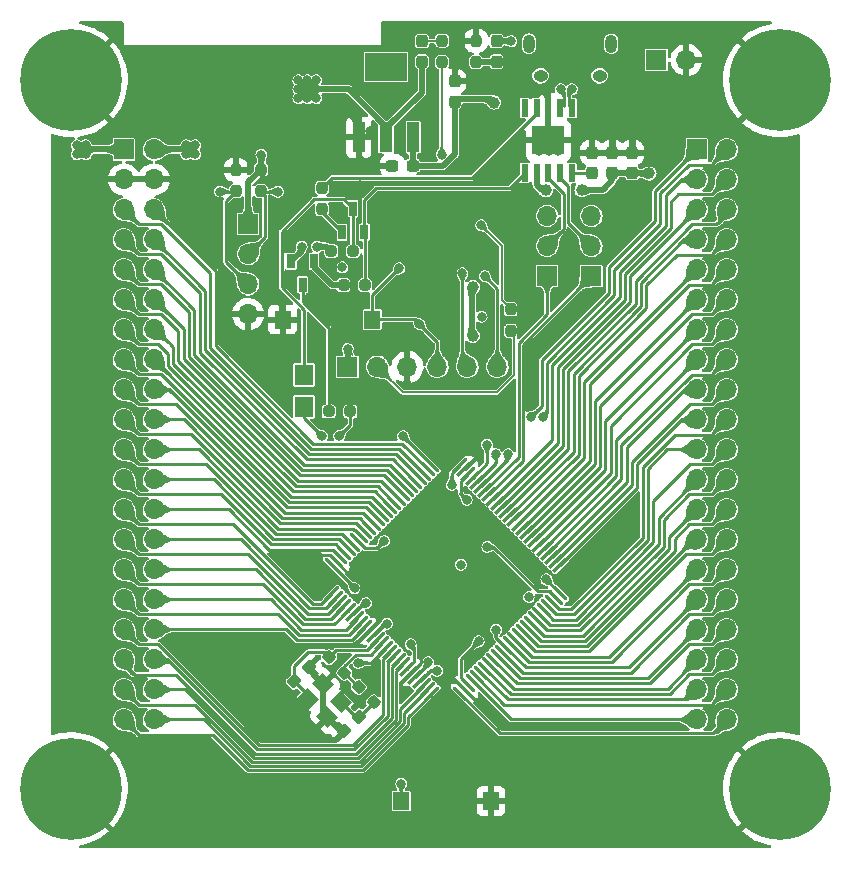
<source format=gbr>
%TF.GenerationSoftware,KiCad,Pcbnew,(6.0.9)*%
%TF.CreationDate,2023-01-04T16:14:01+08:00*%
%TF.ProjectId,CAWController,43415743-6f6e-4747-926f-6c6c65722e6b,rev?*%
%TF.SameCoordinates,Original*%
%TF.FileFunction,Copper,L1,Top*%
%TF.FilePolarity,Positive*%
%FSLAX46Y46*%
G04 Gerber Fmt 4.6, Leading zero omitted, Abs format (unit mm)*
G04 Created by KiCad (PCBNEW (6.0.9)) date 2023-01-04 16:14:01*
%MOMM*%
%LPD*%
G01*
G04 APERTURE LIST*
G04 Aperture macros list*
%AMRoundRect*
0 Rectangle with rounded corners*
0 $1 Rounding radius*
0 $2 $3 $4 $5 $6 $7 $8 $9 X,Y pos of 4 corners*
0 Add a 4 corners polygon primitive as box body*
4,1,4,$2,$3,$4,$5,$6,$7,$8,$9,$2,$3,0*
0 Add four circle primitives for the rounded corners*
1,1,$1+$1,$2,$3*
1,1,$1+$1,$4,$5*
1,1,$1+$1,$6,$7*
1,1,$1+$1,$8,$9*
0 Add four rect primitives between the rounded corners*
20,1,$1+$1,$2,$3,$4,$5,0*
20,1,$1+$1,$4,$5,$6,$7,0*
20,1,$1+$1,$6,$7,$8,$9,0*
20,1,$1+$1,$8,$9,$2,$3,0*%
%AMRotRect*
0 Rectangle, with rotation*
0 The origin of the aperture is its center*
0 $1 length*
0 $2 width*
0 $3 Rotation angle, in degrees counterclockwise*
0 Add horizontal line*
21,1,$1,$2,0,0,$3*%
G04 Aperture macros list end*
%TA.AperFunction,SMDPad,CuDef*%
%ADD10RoundRect,0.237500X-0.237500X0.300000X-0.237500X-0.300000X0.237500X-0.300000X0.237500X0.300000X0*%
%TD*%
%TA.AperFunction,ComponentPad*%
%ADD11R,1.700000X1.700000*%
%TD*%
%TA.AperFunction,ComponentPad*%
%ADD12O,1.700000X1.700000*%
%TD*%
%TA.AperFunction,SMDPad,CuDef*%
%ADD13RoundRect,0.237500X-0.237500X0.250000X-0.237500X-0.250000X0.237500X-0.250000X0.237500X0.250000X0*%
%TD*%
%TA.AperFunction,ComponentPad*%
%ADD14C,0.900000*%
%TD*%
%TA.AperFunction,ComponentPad*%
%ADD15C,8.600000*%
%TD*%
%TA.AperFunction,SMDPad,CuDef*%
%ADD16RoundRect,0.237500X-0.237500X0.287500X-0.237500X-0.287500X0.237500X-0.287500X0.237500X0.287500X0*%
%TD*%
%TA.AperFunction,SMDPad,CuDef*%
%ADD17RoundRect,0.237500X0.344715X-0.008839X-0.008839X0.344715X-0.344715X0.008839X0.008839X-0.344715X0*%
%TD*%
%TA.AperFunction,SMDPad,CuDef*%
%ADD18RoundRect,0.237500X-0.250000X-0.237500X0.250000X-0.237500X0.250000X0.237500X-0.250000X0.237500X0*%
%TD*%
%TA.AperFunction,SMDPad,CuDef*%
%ADD19R,1.400000X1.500000*%
%TD*%
%TA.AperFunction,SMDPad,CuDef*%
%ADD20RoundRect,0.237500X0.237500X-0.287500X0.237500X0.287500X-0.237500X0.287500X-0.237500X-0.287500X0*%
%TD*%
%TA.AperFunction,SMDPad,CuDef*%
%ADD21R,1.620000X1.785000*%
%TD*%
%TA.AperFunction,SMDPad,CuDef*%
%ADD22RoundRect,0.237500X0.237500X-0.300000X0.237500X0.300000X-0.237500X0.300000X-0.237500X-0.300000X0*%
%TD*%
%TA.AperFunction,SMDPad,CuDef*%
%ADD23RoundRect,0.237500X0.300000X0.237500X-0.300000X0.237500X-0.300000X-0.237500X0.300000X-0.237500X0*%
%TD*%
%TA.AperFunction,SMDPad,CuDef*%
%ADD24RotRect,1.400000X1.200000X315.000000*%
%TD*%
%TA.AperFunction,SMDPad,CuDef*%
%ADD25RoundRect,0.075000X-0.459619X-0.565685X0.565685X0.459619X0.459619X0.565685X-0.565685X-0.459619X0*%
%TD*%
%TA.AperFunction,SMDPad,CuDef*%
%ADD26RoundRect,0.075000X0.459619X-0.565685X0.565685X-0.459619X-0.459619X0.565685X-0.565685X0.459619X0*%
%TD*%
%TA.AperFunction,SMDPad,CuDef*%
%ADD27RoundRect,0.237500X0.237500X-0.250000X0.237500X0.250000X-0.237500X0.250000X-0.237500X-0.250000X0*%
%TD*%
%TA.AperFunction,SMDPad,CuDef*%
%ADD28R,3.600000X2.340000*%
%TD*%
%TA.AperFunction,SMDPad,CuDef*%
%ADD29R,1.100000X2.500000*%
%TD*%
%TA.AperFunction,SMDPad,CuDef*%
%ADD30R,0.700000X1.250000*%
%TD*%
%TA.AperFunction,SMDPad,CuDef*%
%ADD31R,0.600000X1.500000*%
%TD*%
%TA.AperFunction,SMDPad,CuDef*%
%ADD32R,2.800000X2.400000*%
%TD*%
%TA.AperFunction,SMDPad,CuDef*%
%ADD33RoundRect,0.237500X0.250000X0.237500X-0.250000X0.237500X-0.250000X-0.237500X0.250000X-0.237500X0*%
%TD*%
%TA.AperFunction,SMDPad,CuDef*%
%ADD34RoundRect,0.237500X-0.044194X-0.380070X0.380070X0.044194X0.044194X0.380070X-0.380070X-0.044194X0*%
%TD*%
%TA.AperFunction,SMDPad,CuDef*%
%ADD35RoundRect,0.237500X0.044194X0.380070X-0.380070X-0.044194X-0.044194X-0.380070X0.380070X0.044194X0*%
%TD*%
%TA.AperFunction,ComponentPad*%
%ADD36O,1.250000X0.950000*%
%TD*%
%TA.AperFunction,ComponentPad*%
%ADD37O,1.000000X1.550000*%
%TD*%
%TA.AperFunction,ViaPad*%
%ADD38C,0.800000*%
%TD*%
%TA.AperFunction,ViaPad*%
%ADD39C,1.000000*%
%TD*%
%TA.AperFunction,Conductor*%
%ADD40C,0.250000*%
%TD*%
%TA.AperFunction,Conductor*%
%ADD41C,0.500000*%
%TD*%
%TA.AperFunction,Conductor*%
%ADD42C,0.242100*%
%TD*%
%TA.AperFunction,Conductor*%
%ADD43C,0.200000*%
%TD*%
G04 APERTURE END LIST*
D10*
%TO.P,C13,1*%
%TO.N,GND*%
X149840000Y-72107500D03*
%TO.P,C13,2*%
%TO.N,Net-(C13-Pad2)*%
X149840000Y-73832500D03*
%TD*%
D11*
%TO.P,J6,1,Pin_1*%
%TO.N,/VBUS*%
X155316000Y-64262000D03*
D12*
%TO.P,J6,2,Pin_2*%
%TO.N,GND*%
X157856000Y-64262000D03*
%TD*%
D13*
%TO.P,R8,1*%
%TO.N,GND*%
X119700000Y-73555000D03*
%TO.P,R8,2*%
%TO.N,/SWCLK*%
X119700000Y-75380000D03*
%TD*%
D14*
%TO.P,H4,1,1*%
%TO.N,GND*%
X108975000Y-126005000D03*
D15*
X105750000Y-126005000D03*
D14*
X108030419Y-123724581D03*
X102525000Y-126005000D03*
X105750000Y-129230000D03*
X108030419Y-128285419D03*
X103469581Y-128285419D03*
X105750000Y-122780000D03*
X103469581Y-123724581D03*
%TD*%
%TO.P,H2,1,1*%
%TO.N,GND*%
X168030419Y-63724581D03*
X168030419Y-68285419D03*
X165750000Y-62780000D03*
X165750000Y-69230000D03*
X163469581Y-68285419D03*
X168975000Y-66005000D03*
X163469581Y-63724581D03*
X162525000Y-66005000D03*
D15*
X165750000Y-66005000D03*
%TD*%
D13*
%TO.P,R15,1*%
%TO.N,/CC2640R2LRGZR/BOOT*%
X142970000Y-85377500D03*
%TO.P,R15,2*%
%TO.N,Net-(J3-Pad2)*%
X142970000Y-87202500D03*
%TD*%
D16*
%TO.P,D3,1,K*%
%TO.N,Net-(D3-Pad1)*%
X135460000Y-62667500D03*
%TO.P,D3,2,A*%
%TO.N,+3.3V*%
X135460000Y-64417500D03*
%TD*%
D17*
%TO.P,R10,1*%
%TO.N,/HSE_OUT*%
X128895235Y-116145235D03*
%TO.P,R10,2*%
%TO.N,/HSE_IN*%
X127604765Y-114854765D03*
%TD*%
D18*
%TO.P,R5,1*%
%TO.N,+3.3V*%
X127787500Y-80470000D03*
%TO.P,R5,2*%
%TO.N,Net-(D2-Pad1)*%
X129612500Y-80470000D03*
%TD*%
D13*
%TO.P,R16,1*%
%TO.N,Net-(D3-Pad1)*%
X137160000Y-62630000D03*
%TO.P,R16,2*%
%TO.N,Net-(R16-Pad2)*%
X137160000Y-64455000D03*
%TD*%
D19*
%TO.P,SW1,1,1*%
%TO.N,GND*%
X141300000Y-127000000D03*
%TO.P,SW1,2,2*%
%TO.N,/RESET*%
X133700000Y-127000000D03*
%TD*%
D20*
%TO.P,D1,1,K*%
%TO.N,Net-(D1-Pad1)*%
X141780000Y-64422500D03*
%TO.P,D1,2,A*%
%TO.N,+3.3V*%
X141780000Y-62672500D03*
%TD*%
D11*
%TO.P,J1,1,1*%
%TO.N,+3.3V*%
X110225000Y-71850000D03*
D12*
%TO.P,J1,2,2*%
X112765000Y-71850000D03*
%TO.P,J1,3,3*%
%TO.N,GND*%
X110225000Y-74390000D03*
%TO.P,J1,4,4*%
X112765000Y-74390000D03*
%TO.P,J1,5,5*%
%TO.N,/PC10*%
X110225000Y-76930000D03*
%TO.P,J1,6,6*%
%TO.N,/PA15*%
X112765000Y-76930000D03*
%TO.P,J1,7,7*%
%TO.N,/PC12*%
X110225000Y-79470000D03*
%TO.P,J1,8,8*%
%TO.N,/PC11*%
X112765000Y-79470000D03*
%TO.P,J1,9,9*%
%TO.N,/PD1*%
X110225000Y-82010000D03*
%TO.P,J1,10,10*%
%TO.N,/PD0*%
X112765000Y-82010000D03*
%TO.P,J1,11,11*%
%TO.N,/PD3*%
X110225000Y-84550000D03*
%TO.P,J1,12,12*%
%TO.N,/PD2*%
X112765000Y-84550000D03*
%TO.P,J1,13,13*%
%TO.N,/PD5*%
X110225000Y-87090000D03*
%TO.P,J1,14,14*%
%TO.N,/PD4*%
X112765000Y-87090000D03*
%TO.P,J1,15,15*%
%TO.N,/PD7*%
X110225000Y-89630000D03*
%TO.P,J1,16,16*%
%TO.N,/PD6*%
X112765000Y-89630000D03*
%TO.P,J1,17,17*%
%TO.N,/PB4*%
X110225000Y-92170000D03*
%TO.P,J1,18,18*%
%TO.N,/PB3*%
X112765000Y-92170000D03*
%TO.P,J1,19,19*%
%TO.N,/PB6*%
X110225000Y-94710000D03*
%TO.P,J1,20,20*%
%TO.N,/PB5*%
X112765000Y-94710000D03*
%TO.P,J1,21,21*%
%TO.N,/PB8*%
X110225000Y-97250000D03*
%TO.P,J1,22,22*%
%TO.N,/PB7*%
X112765000Y-97250000D03*
%TO.P,J1,23,23*%
%TO.N,/PE0*%
X110225000Y-99790000D03*
%TO.P,J1,24,24*%
%TO.N,/PB9*%
X112765000Y-99790000D03*
%TO.P,J1,25,25*%
%TO.N,/PE2*%
X110225000Y-102330000D03*
%TO.P,J1,26,26*%
%TO.N,/PE1*%
X112765000Y-102330000D03*
%TO.P,J1,27,27*%
%TO.N,/PE4*%
X110225000Y-104870000D03*
%TO.P,J1,28,28*%
%TO.N,/PE3*%
X112765000Y-104870000D03*
%TO.P,J1,29,29*%
%TO.N,/PE6*%
X110225000Y-107410000D03*
%TO.P,J1,30,30*%
%TO.N,/PE5*%
X112765000Y-107410000D03*
%TO.P,J1,31,31*%
%TO.N,/PC14*%
X110225000Y-109950000D03*
%TO.P,J1,32,32*%
%TO.N,/PC13*%
X112765000Y-109950000D03*
%TO.P,J1,33,33*%
%TO.N,/PC0*%
X110225000Y-112490000D03*
%TO.P,J1,34,34*%
%TO.N,/PC15*%
X112765000Y-112490000D03*
%TO.P,J1,35,35*%
%TO.N,/PC2*%
X110225000Y-115030000D03*
%TO.P,J1,36,36*%
%TO.N,/PC1*%
X112765000Y-115030000D03*
%TO.P,J1,37,37*%
%TO.N,/PA0*%
X110225000Y-117570000D03*
%TO.P,J1,38,38*%
%TO.N,/PC3*%
X112765000Y-117570000D03*
%TO.P,J1,39,39*%
%TO.N,/PA2*%
X110225000Y-120110000D03*
%TO.P,J1,40,40*%
%TO.N,/PA1*%
X112765000Y-120110000D03*
%TD*%
D21*
%TO.P,D2,1,K*%
%TO.N,Net-(D2-Pad1)*%
X125470000Y-90951000D03*
%TO.P,D2,2,A*%
%TO.N,/RESET*%
X125470000Y-93637000D03*
%TD*%
D22*
%TO.P,C3,1*%
%TO.N,+5V*%
X138230000Y-67792500D03*
%TO.P,C3,2*%
%TO.N,GND*%
X138230000Y-66067500D03*
%TD*%
D19*
%TO.P,SW3,1,1*%
%TO.N,/CC2640R2LRGZR/RESET*%
X131260000Y-86250000D03*
%TO.P,SW3,2,2*%
%TO.N,GND*%
X123660000Y-86250000D03*
%TD*%
D23*
%TO.P,C4,1*%
%TO.N,+5V*%
X134682500Y-73220000D03*
%TO.P,C4,2*%
%TO.N,GND*%
X132957500Y-73220000D03*
%TD*%
D24*
%TO.P,Y2,1,1*%
%TO.N,/HSE_IN*%
X125853464Y-118340901D03*
%TO.P,Y2,2,2*%
%TO.N,GND*%
X127409099Y-119896536D03*
%TO.P,Y2,3,3*%
%TO.N,Net-(C22-Pad1)*%
X128646536Y-118659099D03*
%TO.P,Y2,4,4*%
%TO.N,GND*%
X127090901Y-117103464D03*
%TD*%
D25*
%TO.P,U1,1,PE2*%
%TO.N,/PE2*%
X127830315Y-109434404D03*
%TO.P,U1,2,PE3*%
%TO.N,/PE3*%
X128183868Y-109787957D03*
%TO.P,U1,3,PE4*%
%TO.N,/PE4*%
X128537422Y-110141511D03*
%TO.P,U1,4,PE5*%
%TO.N,/PE5*%
X128890975Y-110495064D03*
%TO.P,U1,5,PE6*%
%TO.N,/PE6*%
X129244528Y-110848617D03*
%TO.P,U1,6,VBAT*%
%TO.N,+3.3V*%
X129598082Y-111202171D03*
%TO.P,U1,7,PC13*%
%TO.N,/PC13*%
X129951635Y-111555724D03*
%TO.P,U1,8,PC14*%
%TO.N,/PC14*%
X130305189Y-111909278D03*
%TO.P,U1,9,PC15*%
%TO.N,/PC15*%
X130658742Y-112262831D03*
%TO.P,U1,10,VSS*%
%TO.N,GND*%
X131012295Y-112616384D03*
%TO.P,U1,11,VDD*%
%TO.N,+3.3V*%
X131365849Y-112969938D03*
%TO.P,U1,12,PH0*%
%TO.N,/HSE_IN*%
X131719402Y-113323491D03*
%TO.P,U1,13,PH1*%
%TO.N,/HSE_OUT*%
X132072955Y-113677045D03*
%TO.P,U1,14,NRST*%
%TO.N,/RESET*%
X132426509Y-114030598D03*
%TO.P,U1,15,PC0*%
%TO.N,/PC0*%
X132780062Y-114384151D03*
%TO.P,U1,16,PC1*%
%TO.N,/PC1*%
X133133616Y-114737705D03*
%TO.P,U1,17,PC2*%
%TO.N,/PC2*%
X133487169Y-115091258D03*
%TO.P,U1,18,PC3*%
%TO.N,/PC3*%
X133840722Y-115444811D03*
%TO.P,U1,19,VDD*%
%TO.N,+3.3V*%
X134194276Y-115798365D03*
%TO.P,U1,20,VSSA*%
%TO.N,GND*%
X134547829Y-116151918D03*
%TO.P,U1,21,VREF+*%
%TO.N,+3.3VA*%
X134901383Y-116505472D03*
%TO.P,U1,22,VDDA*%
X135254936Y-116859025D03*
%TO.P,U1,23,PA0*%
%TO.N,/PA0*%
X135608489Y-117212578D03*
%TO.P,U1,24,PA1*%
%TO.N,/PA1*%
X135962043Y-117566132D03*
%TO.P,U1,25,PA2*%
%TO.N,/PA2*%
X136315596Y-117919685D03*
D26*
%TO.P,U1,26,PA3*%
%TO.N,/PA3*%
X138684404Y-117919685D03*
%TO.P,U1,27,VSS*%
%TO.N,GND*%
X139037957Y-117566132D03*
%TO.P,U1,28,VDD*%
%TO.N,+3.3V*%
X139391511Y-117212578D03*
%TO.P,U1,29,PA4*%
%TO.N,/PA4*%
X139745064Y-116859025D03*
%TO.P,U1,30,PA5*%
%TO.N,/PA5*%
X140098617Y-116505472D03*
%TO.P,U1,31,PA6*%
%TO.N,/PA6*%
X140452171Y-116151918D03*
%TO.P,U1,32,PA7*%
%TO.N,/PA7*%
X140805724Y-115798365D03*
%TO.P,U1,33,PC4*%
%TO.N,/PC4*%
X141159278Y-115444811D03*
%TO.P,U1,34,PC5*%
%TO.N,/PC5*%
X141512831Y-115091258D03*
%TO.P,U1,35,PB0*%
%TO.N,/PB0*%
X141866384Y-114737705D03*
%TO.P,U1,36,PB1*%
%TO.N,/PB1*%
X142219938Y-114384151D03*
%TO.P,U1,37,PB2*%
%TO.N,/PB2*%
X142573491Y-114030598D03*
%TO.P,U1,38,PE7*%
%TO.N,/PE7*%
X142927045Y-113677045D03*
%TO.P,U1,39,PE8*%
%TO.N,/PE8*%
X143280598Y-113323491D03*
%TO.P,U1,40,PE9*%
%TO.N,/PE9*%
X143634151Y-112969938D03*
%TO.P,U1,41,PE10*%
%TO.N,/PE10*%
X143987705Y-112616384D03*
%TO.P,U1,42,PE11*%
%TO.N,/PE11*%
X144341258Y-112262831D03*
%TO.P,U1,43,PE12*%
%TO.N,/PE12*%
X144694811Y-111909278D03*
%TO.P,U1,44,PE13*%
%TO.N,/PE13*%
X145048365Y-111555724D03*
%TO.P,U1,45,PE14*%
%TO.N,/PE14*%
X145401918Y-111202171D03*
%TO.P,U1,46,PE15*%
%TO.N,/PE15*%
X145755472Y-110848617D03*
%TO.P,U1,47,PB10*%
%TO.N,/PB10*%
X146109025Y-110495064D03*
%TO.P,U1,48,PB11*%
%TO.N,/PB11*%
X146462578Y-110141511D03*
%TO.P,U1,49,VCAP_1*%
%TO.N,Net-(C1-Pad1)*%
X146816132Y-109787957D03*
%TO.P,U1,50,VDD*%
%TO.N,+3.3V*%
X147169685Y-109434404D03*
D25*
%TO.P,U1,51,PB12*%
%TO.N,/PB12*%
X147169685Y-107065596D03*
%TO.P,U1,52,PB13*%
%TO.N,/PB13*%
X146816132Y-106712043D03*
%TO.P,U1,53,PB14*%
%TO.N,/PB14*%
X146462578Y-106358489D03*
%TO.P,U1,54,PB15*%
%TO.N,/PB15*%
X146109025Y-106004936D03*
%TO.P,U1,55,PD8*%
%TO.N,/PD8*%
X145755472Y-105651383D03*
%TO.P,U1,56,PD9*%
%TO.N,/PD9*%
X145401918Y-105297829D03*
%TO.P,U1,57,PD10*%
%TO.N,/PD10*%
X145048365Y-104944276D03*
%TO.P,U1,58,PD11*%
%TO.N,/PD11*%
X144694811Y-104590722D03*
%TO.P,U1,59,PD12*%
%TO.N,/PD12*%
X144341258Y-104237169D03*
%TO.P,U1,60,PD13*%
%TO.N,/PD13*%
X143987705Y-103883616D03*
%TO.P,U1,61,PD14*%
%TO.N,/PD14*%
X143634151Y-103530062D03*
%TO.P,U1,62,PD15*%
%TO.N,/PD15*%
X143280598Y-103176509D03*
%TO.P,U1,63,PC6*%
%TO.N,/PC6*%
X142927045Y-102822955D03*
%TO.P,U1,64,PC7*%
%TO.N,/PC7*%
X142573491Y-102469402D03*
%TO.P,U1,65,PC8*%
%TO.N,/PC8*%
X142219938Y-102115849D03*
%TO.P,U1,66,PC9*%
%TO.N,/PC9*%
X141866384Y-101762295D03*
%TO.P,U1,67,PA8*%
%TO.N,/PA8*%
X141512831Y-101408742D03*
%TO.P,U1,68,PA9*%
%TO.N,/USART1_TX*%
X141159278Y-101055189D03*
%TO.P,U1,69,PA10*%
%TO.N,/USART1_RX*%
X140805724Y-100701635D03*
%TO.P,U1,70,PA11*%
%TO.N,/PA11*%
X140452171Y-100348082D03*
%TO.P,U1,71,PA12*%
%TO.N,/PA12*%
X140098617Y-99994528D03*
%TO.P,U1,72,PA13*%
%TO.N,/SWDIO*%
X139745064Y-99640975D03*
%TO.P,U1,73,VCAP_2*%
%TO.N,Net-(C2-Pad1)*%
X139391511Y-99287422D03*
%TO.P,U1,74,VSS*%
%TO.N,GND*%
X139037957Y-98933868D03*
%TO.P,U1,75,VDD*%
%TO.N,+3.3V*%
X138684404Y-98580315D03*
D26*
%TO.P,U1,76,PA14*%
%TO.N,/SWCLK*%
X136315596Y-98580315D03*
%TO.P,U1,77,PA15*%
%TO.N,/PA15*%
X135962043Y-98933868D03*
%TO.P,U1,78,PC10*%
%TO.N,/PC10*%
X135608489Y-99287422D03*
%TO.P,U1,79,PC11*%
%TO.N,/PC11*%
X135254936Y-99640975D03*
%TO.P,U1,80,PC12*%
%TO.N,/PC12*%
X134901383Y-99994528D03*
%TO.P,U1,81,PD0*%
%TO.N,/PD0*%
X134547829Y-100348082D03*
%TO.P,U1,82,PD1*%
%TO.N,/PD1*%
X134194276Y-100701635D03*
%TO.P,U1,83,PD2*%
%TO.N,/PD2*%
X133840722Y-101055189D03*
%TO.P,U1,84,PD3*%
%TO.N,/PD3*%
X133487169Y-101408742D03*
%TO.P,U1,85,PD4*%
%TO.N,/PD4*%
X133133616Y-101762295D03*
%TO.P,U1,86,PD5*%
%TO.N,/PD5*%
X132780062Y-102115849D03*
%TO.P,U1,87,PD6*%
%TO.N,/PD6*%
X132426509Y-102469402D03*
%TO.P,U1,88,PD7*%
%TO.N,/PD7*%
X132072955Y-102822955D03*
%TO.P,U1,89,PB3*%
%TO.N,/PB3*%
X131719402Y-103176509D03*
%TO.P,U1,90,PB4*%
%TO.N,/PB4*%
X131365849Y-103530062D03*
%TO.P,U1,91,PB5*%
%TO.N,/PB5*%
X131012295Y-103883616D03*
%TO.P,U1,92,PB6*%
%TO.N,/PB6*%
X130658742Y-104237169D03*
%TO.P,U1,93,PB7*%
%TO.N,/PB7*%
X130305189Y-104590722D03*
%TO.P,U1,94,BOOT0*%
%TO.N,/BOOT0*%
X129951635Y-104944276D03*
%TO.P,U1,95,PB8*%
%TO.N,/PB8*%
X129598082Y-105297829D03*
%TO.P,U1,96,PB9*%
%TO.N,/PB9*%
X129244528Y-105651383D03*
%TO.P,U1,97,PE0*%
%TO.N,/PE0*%
X128890975Y-106004936D03*
%TO.P,U1,98,PE1*%
%TO.N,/PE1*%
X128537422Y-106358489D03*
%TO.P,U1,99,VSS*%
%TO.N,GND*%
X128183868Y-106712043D03*
%TO.P,U1,100,VDD*%
%TO.N,+3.3V*%
X127830315Y-107065596D03*
%TD*%
D14*
%TO.P,H3,1,1*%
%TO.N,GND*%
X162525000Y-126005000D03*
X163469581Y-123724581D03*
X165750000Y-122780000D03*
X168030419Y-128285419D03*
X163469581Y-128285419D03*
X168030419Y-123724581D03*
D15*
X165750000Y-126005000D03*
D14*
X165750000Y-129230000D03*
X168975000Y-126005000D03*
%TD*%
D17*
%TO.P,R11,1*%
%TO.N,Net-(C22-Pad1)*%
X131395235Y-118645235D03*
%TO.P,R11,2*%
%TO.N,/HSE_OUT*%
X130104765Y-117354765D03*
%TD*%
D10*
%TO.P,C10,1*%
%TO.N,GND*%
X151570000Y-72107500D03*
%TO.P,C10,2*%
%TO.N,+5V*%
X151570000Y-73832500D03*
%TD*%
D11*
%TO.P,J9,1,Pin_1*%
%TO.N,/USART1_RX*%
X146060000Y-82560000D03*
D12*
%TO.P,J9,2,Pin_2*%
%TO.N,/CH340_TXD*%
X146060000Y-80020000D03*
%TO.P,J9,3,Pin_3*%
%TO.N,/CC2640_UART0_RX*%
X146060000Y-77480000D03*
%TD*%
D27*
%TO.P,R6,1*%
%TO.N,Net-(Q2-Pad1)*%
X127000000Y-76912500D03*
%TO.P,R6,2*%
%TO.N,Net-(R6-Pad2)*%
X127000000Y-75087500D03*
%TD*%
%TO.P,R2,1*%
%TO.N,Net-(D1-Pad1)*%
X140046250Y-64455000D03*
%TO.P,R2,2*%
%TO.N,GND*%
X140046250Y-62630000D03*
%TD*%
D11*
%TO.P,J8,1,Pin_1*%
%TO.N,/USART1_TX*%
X149800000Y-82565000D03*
D12*
%TO.P,J8,2,Pin_2*%
%TO.N,/CH340_RXD*%
X149800000Y-80025000D03*
%TO.P,J8,3,Pin_3*%
%TO.N,/CC2640_UART0_TX*%
X149800000Y-77485000D03*
%TD*%
D28*
%TO.P,U2,*%
%TO.N,*%
X132420000Y-64890000D03*
D29*
%TO.P,U2,1,GND*%
%TO.N,GND*%
X130120000Y-70830000D03*
%TO.P,U2,2,VO*%
%TO.N,+3.3V*%
X132420000Y-70830000D03*
%TO.P,U2,3,VI*%
%TO.N,+5V*%
X134720000Y-70830000D03*
%TD*%
D27*
%TO.P,R7,1*%
%TO.N,/SWDIO*%
X121840000Y-75372500D03*
%TO.P,R7,2*%
%TO.N,+3.3V*%
X121840000Y-73547500D03*
%TD*%
D10*
%TO.P,C9,1*%
%TO.N,GND*%
X153260000Y-72107500D03*
%TO.P,C9,2*%
%TO.N,+5V*%
X153260000Y-73832500D03*
%TD*%
D11*
%TO.P,J3,1,Pin_1*%
%TO.N,+3.3V*%
X129150000Y-90250000D03*
D12*
%TO.P,J3,2,Pin_2*%
%TO.N,Net-(J3-Pad2)*%
X131690000Y-90250000D03*
%TO.P,J3,3,Pin_3*%
%TO.N,GND*%
X134230000Y-90250000D03*
%TO.P,J3,4,Pin_4*%
%TO.N,/CC2640R2LRGZR/RESET*%
X136770000Y-90250000D03*
%TO.P,J3,5,Pin_5*%
%TO.N,/CC2640R2LRGZR/JTAG_TCK*%
X139310000Y-90250000D03*
%TO.P,J3,6,Pin_6*%
%TO.N,/CC2640R2LRGZR/JTAG_TMS*%
X141850000Y-90250000D03*
%TD*%
D14*
%TO.P,H1,1,1*%
%TO.N,GND*%
X105750000Y-62780000D03*
D15*
X105750000Y-66005000D03*
D14*
X103469581Y-63724581D03*
X105750000Y-69230000D03*
X108030419Y-68285419D03*
X108975000Y-66005000D03*
X103469581Y-68285419D03*
X108030419Y-63724581D03*
X102525000Y-66005000D03*
%TD*%
D30*
%TO.P,Q2,1,B*%
%TO.N,Net-(Q2-Pad1)*%
X128680000Y-78860000D03*
%TO.P,Q2,2,E*%
%TO.N,Net-(Q2-Pad2)*%
X130580000Y-78860000D03*
%TO.P,Q2,3,C*%
%TO.N,Net-(D2-Pad1)*%
X129630000Y-76860000D03*
%TD*%
D31*
%TO.P,U3,1,UD+*%
%TO.N,/CH340_D+*%
X148170000Y-68340100D03*
%TO.P,U3,2,UD-*%
%TO.N,/CH340_D-*%
X147170000Y-68340100D03*
%TO.P,U3,3,GND*%
%TO.N,GND*%
X146170000Y-68340100D03*
%TO.P,U3,4,DTR#*%
%TO.N,Net-(R6-Pad2)*%
X145170000Y-68340100D03*
%TO.P,U3,5,CTS#*%
%TO.N,unconnected-(U3-Pad5)*%
X144170000Y-68340100D03*
%TO.P,U3,6,RTS#*%
%TO.N,Net-(Q2-Pad2)*%
X144170000Y-73839900D03*
%TO.P,U3,7,VCC*%
%TO.N,+5V*%
X145170000Y-73839900D03*
%TO.P,U3,8,TXD*%
%TO.N,/CH340_TXD*%
X146170000Y-73839900D03*
%TO.P,U3,9,RXD*%
%TO.N,/CH340_RXD*%
X147170000Y-73839900D03*
%TO.P,U3,10,V3*%
%TO.N,Net-(C13-Pad2)*%
X148170000Y-73839900D03*
D32*
%TO.P,U3,11,EP*%
%TO.N,GND*%
X146170000Y-71089900D03*
%TD*%
D18*
%TO.P,R4,1*%
%TO.N,Net-(Q1-Pad1)*%
X128817500Y-83340000D03*
%TO.P,R4,2*%
%TO.N,Net-(Q2-Pad2)*%
X130642500Y-83340000D03*
%TD*%
D33*
%TO.P,R3,1*%
%TO.N,/BOOT0*%
X129392500Y-94030000D03*
%TO.P,R3,2*%
%TO.N,Net-(Q1-Pad3)*%
X127567500Y-94030000D03*
%TD*%
D11*
%TO.P,J4,1,Pin_1*%
%TO.N,+3.3V*%
X120750000Y-78170000D03*
D12*
%TO.P,J4,2,Pin_2*%
%TO.N,/SWDIO*%
X120750000Y-80710000D03*
%TO.P,J4,3,Pin_3*%
%TO.N,/SWCLK*%
X120750000Y-83250000D03*
%TO.P,J4,4,Pin_4*%
%TO.N,GND*%
X120750000Y-85790000D03*
%TD*%
D34*
%TO.P,C19,1*%
%TO.N,/HSE_IN*%
X124640120Y-116859880D03*
%TO.P,C19,2*%
%TO.N,GND*%
X125859880Y-115640120D03*
%TD*%
D30*
%TO.P,Q1,1,B*%
%TO.N,Net-(Q1-Pad1)*%
X126310000Y-81307500D03*
%TO.P,Q1,2,E*%
%TO.N,+3.3V*%
X124410000Y-81307500D03*
%TO.P,Q1,3,C*%
%TO.N,Net-(Q1-Pad3)*%
X125360000Y-83307500D03*
%TD*%
D35*
%TO.P,C22,1*%
%TO.N,Net-(C22-Pad1)*%
X130109880Y-119890120D03*
%TO.P,C22,2*%
%TO.N,GND*%
X128890120Y-121109880D03*
%TD*%
D11*
%TO.P,J2,1,1*%
%TO.N,/PA12*%
X158725000Y-71850000D03*
D12*
%TO.P,J2,2,2*%
%TO.N,/PA11*%
X161265000Y-71850000D03*
%TO.P,J2,3,3*%
%TO.N,/PA8*%
X158725000Y-74390000D03*
%TO.P,J2,4,4*%
%TO.N,/PC9*%
X161265000Y-74390000D03*
%TO.P,J2,5,5*%
%TO.N,/PC8*%
X158725000Y-76930000D03*
%TO.P,J2,6,6*%
%TO.N,/PC7*%
X161265000Y-76930000D03*
%TO.P,J2,7,7*%
%TO.N,/PC6*%
X158725000Y-79470000D03*
%TO.P,J2,8,8*%
%TO.N,/PD15*%
X161265000Y-79470000D03*
%TO.P,J2,9,9*%
%TO.N,/PD14*%
X158725000Y-82010000D03*
%TO.P,J2,10,10*%
%TO.N,/PD13*%
X161265000Y-82010000D03*
%TO.P,J2,11,11*%
%TO.N,/PD12*%
X158725000Y-84550000D03*
%TO.P,J2,12,12*%
%TO.N,/PD11*%
X161265000Y-84550000D03*
%TO.P,J2,13,13*%
%TO.N,/PD10*%
X158725000Y-87090000D03*
%TO.P,J2,14,14*%
%TO.N,/PD9*%
X161265000Y-87090000D03*
%TO.P,J2,15,15*%
%TO.N,/PD8*%
X158725000Y-89630000D03*
%TO.P,J2,16,16*%
%TO.N,/PB15*%
X161265000Y-89630000D03*
%TO.P,J2,17,17*%
%TO.N,/PB14*%
X158725000Y-92170000D03*
%TO.P,J2,18,18*%
%TO.N,/PB13*%
X161265000Y-92170000D03*
%TO.P,J2,19,19*%
%TO.N,/PB12*%
X158725000Y-94710000D03*
%TO.P,J2,20,20*%
%TO.N,/PB11*%
X161265000Y-94710000D03*
%TO.P,J2,21,21*%
%TO.N,/PB10*%
X158725000Y-97250000D03*
%TO.P,J2,22,22*%
%TO.N,/PE15*%
X161265000Y-97250000D03*
%TO.P,J2,23,23*%
%TO.N,/PE14*%
X158725000Y-99790000D03*
%TO.P,J2,24,24*%
%TO.N,/PE13*%
X161265000Y-99790000D03*
%TO.P,J2,25,25*%
%TO.N,/PE12*%
X158725000Y-102330000D03*
%TO.P,J2,26,26*%
%TO.N,/PE11*%
X161265000Y-102330000D03*
%TO.P,J2,27,27*%
%TO.N,/PE10*%
X158725000Y-104870000D03*
%TO.P,J2,28,28*%
%TO.N,/PE9*%
X161265000Y-104870000D03*
%TO.P,J2,29,29*%
%TO.N,/PE8*%
X158725000Y-107410000D03*
%TO.P,J2,30,30*%
%TO.N,/PE7*%
X161265000Y-107410000D03*
%TO.P,J2,31,31*%
%TO.N,/PB2*%
X158725000Y-109950000D03*
%TO.P,J2,32,32*%
%TO.N,/PB1*%
X161265000Y-109950000D03*
%TO.P,J2,33,33*%
%TO.N,/PB0*%
X158725000Y-112490000D03*
%TO.P,J2,34,34*%
%TO.N,/PC5*%
X161265000Y-112490000D03*
%TO.P,J2,35,35*%
%TO.N,/PC4*%
X158725000Y-115030000D03*
%TO.P,J2,36,36*%
%TO.N,/PA7*%
X161265000Y-115030000D03*
%TO.P,J2,37,37*%
%TO.N,/PA6*%
X158725000Y-117570000D03*
%TO.P,J2,38,38*%
%TO.N,/PA5*%
X161265000Y-117570000D03*
%TO.P,J2,39,39*%
%TO.N,/PA4*%
X158725000Y-120110000D03*
%TO.P,J2,40,40*%
%TO.N,/PA3*%
X161265000Y-120110000D03*
%TD*%
D36*
%TO.P,J5,6,Shield*%
%TO.N,unconnected-(J5-Pad6)*%
X150500000Y-65600000D03*
D37*
X144500000Y-62900000D03*
D36*
X145500000Y-65600000D03*
D37*
X151500000Y-62900000D03*
%TD*%
D38*
%TO.N,Net-(C1-Pad1)*%
X141000000Y-105500000D03*
%TO.N,GND*%
X136250000Y-78250000D03*
X137250000Y-76250000D03*
X135000000Y-103250000D03*
X131750000Y-111250000D03*
X147000000Y-70400000D03*
X131080000Y-70310000D03*
X143260500Y-82270000D03*
X134210000Y-91700000D03*
X142750000Y-105500000D03*
X138440000Y-111550000D03*
X118054500Y-78045000D03*
X138520000Y-64710000D03*
X151000000Y-67750000D03*
X106250000Y-73750000D03*
X139750000Y-104250000D03*
X118054500Y-81270911D03*
X135070000Y-68600000D03*
X142750000Y-127000000D03*
X137250000Y-78250000D03*
X151600000Y-70800000D03*
X146200000Y-71200000D03*
X132750000Y-61500000D03*
X116250000Y-74500000D03*
X146200000Y-70400000D03*
X141500000Y-106750000D03*
X143000000Y-111250000D03*
X145400000Y-72000000D03*
X147000000Y-71200000D03*
X135250000Y-77250000D03*
X136250000Y-104500000D03*
X136250000Y-77250000D03*
X128250000Y-67750000D03*
X136250000Y-76250000D03*
X137500000Y-108250000D03*
X135250000Y-78250000D03*
X142100000Y-74050000D03*
X115500000Y-74500000D03*
X138990000Y-112220000D03*
X151750000Y-67750000D03*
X145140000Y-66750000D03*
X133060000Y-68130000D03*
X150250000Y-67750000D03*
X134040000Y-107200000D03*
X132750000Y-106000000D03*
X153300000Y-70830000D03*
X135250000Y-108500000D03*
X118210000Y-76480000D03*
X137250000Y-77250000D03*
X130256089Y-74883911D03*
X137500000Y-116750000D03*
X116805500Y-78135000D03*
X125570000Y-71580000D03*
X118054500Y-79755000D03*
X126000000Y-70750000D03*
X151750000Y-67000000D03*
X135250000Y-61500000D03*
X150250000Y-67000000D03*
X145400000Y-70400000D03*
X133040000Y-63150000D03*
X115500000Y-73750000D03*
X107000000Y-73750000D03*
X133060000Y-62300000D03*
X120750000Y-88250000D03*
X126480000Y-120900000D03*
X135250000Y-76250000D03*
X123710000Y-93240000D03*
X149830000Y-70820000D03*
X147000000Y-72000000D03*
X146200000Y-72000000D03*
X133990000Y-117950000D03*
X136000000Y-107250000D03*
X135280000Y-87620000D03*
X130050000Y-81860000D03*
X136530000Y-109700000D03*
X129830000Y-95930000D03*
X132560000Y-86860000D03*
X106250000Y-74500000D03*
X137790000Y-110950000D03*
X123600000Y-84890000D03*
X116805500Y-80035000D03*
X138800000Y-62680000D03*
X151000000Y-67000000D03*
X116250000Y-73750000D03*
X133060000Y-67120000D03*
X119700000Y-72260000D03*
X125750000Y-120250000D03*
X140270000Y-65660000D03*
X140440000Y-68350000D03*
X117204287Y-75682535D03*
X140250000Y-97750000D03*
X145400000Y-71200000D03*
X107000000Y-74500000D03*
X126000000Y-106500000D03*
%TO.N,Net-(C2-Pad1)*%
X139250000Y-101500000D03*
%TO.N,+3.3V*%
X144500000Y-109750000D03*
X115500000Y-71500000D03*
X116250000Y-71500000D03*
X106250000Y-72250000D03*
X125000000Y-66000000D03*
X126500000Y-67500000D03*
X146000000Y-108250000D03*
X115500000Y-72250000D03*
X125280000Y-80070000D03*
X125750000Y-67500000D03*
X138750000Y-107000000D03*
X126500000Y-66000000D03*
X132500000Y-112000000D03*
X106250000Y-71500000D03*
X125000000Y-67500000D03*
X125750000Y-66750000D03*
X121870000Y-72280000D03*
X126580000Y-80080000D03*
X143030000Y-62680000D03*
X138000000Y-100250000D03*
X128730000Y-81830000D03*
X129180000Y-88740000D03*
X134500000Y-113750000D03*
X125000000Y-66750000D03*
X116250000Y-72250000D03*
X125750000Y-66000000D03*
X140250000Y-113500000D03*
X126500000Y-66750000D03*
X129750000Y-109000000D03*
X107000000Y-71500000D03*
X107000000Y-72250000D03*
X140505500Y-86020000D03*
X130750000Y-110250000D03*
%TO.N,/RESET*%
X133710000Y-125550000D03*
X126990000Y-96121858D03*
X130080000Y-115320000D03*
%TO.N,+3.3VA*%
X136000000Y-115250000D03*
X136750000Y-116000000D03*
%TO.N,/PB2*%
X141750000Y-112500000D03*
%TO.N,/PA12*%
X144680000Y-94500000D03*
X141699500Y-97630000D03*
%TO.N,/PA11*%
X145750000Y-94500000D03*
X142760000Y-97660000D03*
%TO.N,/SWDIO*%
X123260000Y-75420000D03*
X140970000Y-96830000D03*
%TO.N,/SWCLK*%
X118360000Y-75410000D03*
X133861349Y-96127921D03*
%TO.N,/CH340_D-*%
X147198800Y-66745600D03*
%TO.N,/CH340_D+*%
X148151200Y-66745600D03*
%TO.N,/BOOT0*%
X132250000Y-105000000D03*
X128450000Y-96121858D03*
D39*
%TO.N,/CC2640R2LRGZR/VDDR*%
X139780000Y-83490000D03*
X139760000Y-87640000D03*
D38*
%TO.N,/CC2640R2LRGZR/RESET*%
X133530000Y-81920000D03*
X135250000Y-86630000D03*
%TO.N,/CC2640R2LRGZR/JTAG_TMS*%
X140770000Y-82560000D03*
%TO.N,/CC2640R2LRGZR/JTAG_TCK*%
X138890000Y-82330000D03*
%TO.N,/CC2640R2LRGZR/BOOT*%
X140480000Y-78260000D03*
D39*
%TO.N,+5V*%
X141566990Y-67876990D03*
X154720000Y-73880000D03*
X148970000Y-75290000D03*
X145930000Y-75310000D03*
D38*
%TO.N,Net-(R16-Pad2)*%
X137144285Y-72296654D03*
%TD*%
D40*
%TO.N,Net-(C1-Pad1)*%
X146300699Y-109272524D02*
X146816132Y-109787957D01*
X141480000Y-105500000D02*
X145252524Y-109272524D01*
X145252524Y-109272524D02*
X146300699Y-109272524D01*
X141000000Y-105500000D02*
X141480000Y-105500000D01*
D41*
%TO.N,GND*%
X127122703Y-117135266D02*
X127090901Y-117103464D01*
X106250000Y-73750000D02*
X107000000Y-73750000D01*
X127409099Y-119970901D02*
X127409099Y-119896536D01*
X107000000Y-73750000D02*
X106250000Y-74500000D01*
X125859880Y-115640120D02*
X125859880Y-115872443D01*
X106250000Y-74500000D02*
X107000000Y-74500000D01*
X112765000Y-74390000D02*
X114860000Y-74390000D01*
X106250000Y-73750000D02*
X107000000Y-74500000D01*
X145529900Y-66750000D02*
X145140000Y-66750000D01*
X130250000Y-70700000D02*
X130250000Y-69750000D01*
X123600000Y-84890000D02*
X123600000Y-86190000D01*
D40*
X126000000Y-106500000D02*
X126300089Y-106199911D01*
X141300000Y-127000000D02*
X142750000Y-127000000D01*
D41*
X115500000Y-73750000D02*
X116250000Y-74500000D01*
D40*
X138440000Y-111550000D02*
X135375000Y-114615000D01*
D41*
X132957500Y-73220000D02*
X130870000Y-73220000D01*
D40*
X131624427Y-112004252D02*
X131012295Y-112616384D01*
D41*
X149830000Y-70820000D02*
X149830000Y-72097500D01*
X130120000Y-72470000D02*
X130120000Y-70830000D01*
X130250000Y-69750000D02*
X128250000Y-67750000D01*
D40*
X127671736Y-106199911D02*
X128183868Y-106712043D01*
D41*
X120750000Y-85790000D02*
X120750000Y-88250000D01*
X116250000Y-74500000D02*
X115500000Y-74500000D01*
X138800000Y-62680000D02*
X139996250Y-62680000D01*
D40*
X135375000Y-115324747D02*
X134547829Y-116151918D01*
D41*
X107640000Y-74390000D02*
X107000000Y-73750000D01*
X114860000Y-74390000D02*
X115500000Y-73750000D01*
X153300000Y-72067500D02*
X153260000Y-72107500D01*
X125859880Y-115872443D02*
X127090901Y-117103464D01*
D40*
X139037957Y-98933868D02*
X139066132Y-98933868D01*
D41*
X127409099Y-119896536D02*
X127122703Y-119610140D01*
X123600000Y-86190000D02*
X123660000Y-86250000D01*
X138230000Y-66067500D02*
X138230000Y-65000000D01*
X128890120Y-121109880D02*
X128622443Y-121109880D01*
X146170000Y-68340100D02*
X146170000Y-67390100D01*
X119700000Y-72260000D02*
X119700000Y-73555000D01*
D40*
X137704000Y-116954000D02*
X137500000Y-116750000D01*
D41*
X134210000Y-91700000D02*
X134210000Y-90270000D01*
D40*
X139066132Y-98933868D02*
X140250000Y-97750000D01*
D41*
X130870000Y-73220000D02*
X130120000Y-72470000D01*
X138230000Y-65000000D02*
X138520000Y-64710000D01*
X153300000Y-70830000D02*
X153300000Y-72067500D01*
X130120000Y-70830000D02*
X130250000Y-70700000D01*
D40*
X138425825Y-116954000D02*
X137704000Y-116954000D01*
X126300089Y-106199911D02*
X127671736Y-106199911D01*
D41*
X116250000Y-73750000D02*
X115500000Y-73750000D01*
D40*
X135375000Y-114615000D02*
X135375000Y-115324747D01*
D41*
X146170000Y-67390100D02*
X145529900Y-66750000D01*
X110225000Y-74390000D02*
X107640000Y-74390000D01*
X134210000Y-90270000D02*
X134230000Y-90250000D01*
X126480000Y-120900000D02*
X127409099Y-119970901D01*
X125750000Y-120250000D02*
X125830000Y-120250000D01*
X151600000Y-70800000D02*
X151600000Y-72077500D01*
X128622443Y-121109880D02*
X127409099Y-119896536D01*
X127122703Y-119610140D02*
X127122703Y-117135266D01*
X139996250Y-62680000D02*
X140046250Y-62630000D01*
X151600000Y-72077500D02*
X151570000Y-72107500D01*
X149830000Y-72097500D02*
X149840000Y-72107500D01*
X116250000Y-73750000D02*
X115500000Y-74500000D01*
X125830000Y-120250000D02*
X126480000Y-120900000D01*
D40*
X131750000Y-111250000D02*
X131624427Y-111375573D01*
X131624427Y-111375573D02*
X131624427Y-112004252D01*
%TO.N,Net-(C2-Pad1)*%
X138750000Y-101000000D02*
X138750000Y-99928933D01*
X138750000Y-99928933D02*
X139391511Y-99287422D01*
X139250000Y-101500000D02*
X138750000Y-101000000D01*
%TO.N,+3.3V*%
X130750000Y-110250000D02*
X130550253Y-110250000D01*
D41*
X115150000Y-71850000D02*
X115500000Y-71500000D01*
X110225000Y-71850000D02*
X107400000Y-71850000D01*
X125280000Y-80070000D02*
X125280000Y-80437500D01*
X115500000Y-72250000D02*
X116250000Y-72250000D01*
X125280000Y-80437500D02*
X124410000Y-81307500D01*
X106250000Y-72250000D02*
X107000000Y-72250000D01*
X132420000Y-70830000D02*
X132420000Y-70070000D01*
X125000000Y-66000000D02*
X125750000Y-66750000D01*
D40*
X134806407Y-115186234D02*
X134194276Y-115798365D01*
D41*
X121870000Y-73517500D02*
X121840000Y-73547500D01*
X106250000Y-71500000D02*
X107000000Y-71500000D01*
X121840000Y-73547500D02*
X120750000Y-74637500D01*
X112765000Y-71850000D02*
X115150000Y-71850000D01*
X132420000Y-70070000D02*
X135460000Y-67030000D01*
X132420000Y-69920000D02*
X129250000Y-66750000D01*
X107000000Y-71500000D02*
X106250000Y-72250000D01*
D40*
X138779379Y-114970621D02*
X140250000Y-113500000D01*
D41*
X115500000Y-71500000D02*
X116250000Y-71500000D01*
D40*
X138779379Y-116600446D02*
X138779379Y-114970621D01*
X146000000Y-108250000D02*
X146000000Y-108264719D01*
D41*
X116250000Y-71500000D02*
X115500000Y-72250000D01*
D40*
X139391511Y-117212578D02*
X138779379Y-116600446D01*
D41*
X141787500Y-62680000D02*
X141780000Y-62672500D01*
X126500000Y-66000000D02*
X125750000Y-66750000D01*
X129180000Y-90220000D02*
X129150000Y-90250000D01*
D40*
X129750000Y-108985281D02*
X127830315Y-107065596D01*
D41*
X106250000Y-71500000D02*
X107000000Y-72250000D01*
D40*
X138000000Y-99264719D02*
X138684404Y-98580315D01*
D41*
X107400000Y-71850000D02*
X107000000Y-72250000D01*
X127397500Y-80080000D02*
X127787500Y-80470000D01*
X115500000Y-71500000D02*
X116250000Y-72250000D01*
D40*
X134500000Y-113750000D02*
X134806407Y-114056407D01*
D41*
X135460000Y-67030000D02*
X135460000Y-64417500D01*
X132420000Y-70830000D02*
X132420000Y-69920000D01*
D40*
X146000000Y-108264719D02*
X147169685Y-109434404D01*
D41*
X121870000Y-72280000D02*
X121870000Y-73517500D01*
X129180000Y-88740000D02*
X129180000Y-90220000D01*
X129250000Y-66750000D02*
X125000000Y-66750000D01*
D40*
X132335787Y-112000000D02*
X131365849Y-112969938D01*
D41*
X125750000Y-66750000D02*
X125000000Y-67500000D01*
D40*
X134806407Y-114056407D02*
X134806407Y-115186234D01*
D41*
X126580000Y-80080000D02*
X127397500Y-80080000D01*
D40*
X132500000Y-112000000D02*
X132335787Y-112000000D01*
D41*
X125750000Y-66000000D02*
X126500000Y-66750000D01*
X125750000Y-66750000D02*
X126500000Y-67500000D01*
X125750000Y-66000000D02*
X125000000Y-66750000D01*
D40*
X129750000Y-109000000D02*
X129750000Y-108985281D01*
D41*
X120750000Y-74637500D02*
X120750000Y-78170000D01*
X125000000Y-66750000D02*
X125750000Y-67500000D01*
D40*
X138000000Y-100250000D02*
X138000000Y-99264719D01*
D41*
X143030000Y-62680000D02*
X141787500Y-62680000D01*
D40*
X130550253Y-110250000D02*
X129598082Y-111202171D01*
D41*
X126500000Y-66750000D02*
X125750000Y-67500000D01*
D40*
%TO.N,/RESET*%
X125470000Y-94601858D02*
X126990000Y-96121858D01*
X125470000Y-93637000D02*
X125470000Y-94601858D01*
X131130000Y-115320000D02*
X130080000Y-115320000D01*
X133700000Y-127000000D02*
X133700000Y-125560000D01*
X133700000Y-125560000D02*
X133710000Y-125550000D01*
X132426509Y-114030598D02*
X132419402Y-114030598D01*
X132419402Y-114030598D02*
X131130000Y-115320000D01*
%TO.N,/HSE_IN*%
X127150000Y-114400000D02*
X127604765Y-114854765D01*
X125853464Y-118340901D02*
X125853464Y-118073224D01*
X125853464Y-118073224D02*
X124640120Y-116859880D01*
X125850000Y-114400000D02*
X127150000Y-114400000D01*
X127604765Y-114854765D02*
X128198602Y-114260928D01*
X124640120Y-115609880D02*
X125850000Y-114400000D01*
X130781965Y-114260928D02*
X131719402Y-113323491D01*
X124640120Y-116859880D02*
X124640120Y-115609880D01*
X128198602Y-114260928D02*
X130781965Y-114260928D01*
%TO.N,+3.3VA*%
X136750000Y-116000000D02*
X136113961Y-116000000D01*
X136000000Y-115406855D02*
X134901383Y-116505472D01*
X136000000Y-115250000D02*
X136000000Y-115406855D01*
X136113961Y-116000000D02*
X135254936Y-116859025D01*
%TO.N,Net-(C22-Pad1)*%
X130109880Y-119890120D02*
X130150350Y-119890120D01*
X129877557Y-119890120D02*
X128646536Y-118659099D01*
X130150350Y-119890120D02*
X131395235Y-118645235D01*
X130109880Y-119890120D02*
X129877557Y-119890120D01*
D41*
%TO.N,Net-(D1-Pad1)*%
X140046250Y-64455000D02*
X141747500Y-64455000D01*
X141747500Y-64455000D02*
X141780000Y-64422500D01*
D40*
%TO.N,/PE2*%
X126944719Y-110320000D02*
X126206396Y-110320000D01*
X127830315Y-109434404D02*
X126944719Y-110320000D01*
X126206396Y-110320000D02*
X119476396Y-103590000D01*
X111485000Y-103590000D02*
X110225000Y-102330000D01*
X119476396Y-103590000D02*
X111485000Y-103590000D01*
%TO.N,/PE3*%
X128183868Y-109806132D02*
X127320000Y-110670000D01*
X125920000Y-110670000D02*
X120120000Y-104870000D01*
X120120000Y-104870000D02*
X112765000Y-104870000D01*
X128183868Y-109787957D02*
X128183868Y-109806132D01*
X127320000Y-110670000D02*
X125920000Y-110670000D01*
%TO.N,/PE4*%
X127518933Y-111160000D02*
X125773604Y-111160000D01*
X128537422Y-110141511D02*
X127518933Y-111160000D01*
X125773604Y-111160000D02*
X120753604Y-106140000D01*
X120753604Y-106140000D02*
X111495000Y-106140000D01*
X111495000Y-106140000D02*
X110225000Y-104870000D01*
%TO.N,/PE5*%
X127776039Y-111610000D02*
X125587208Y-111610000D01*
X121387208Y-107410000D02*
X112765000Y-107410000D01*
X125587208Y-111610000D02*
X121387208Y-107410000D01*
X128890975Y-110495064D02*
X127776039Y-111610000D01*
%TO.N,/PE6*%
X128033145Y-112060000D02*
X125400812Y-112060000D01*
X111495000Y-108680000D02*
X110225000Y-107410000D01*
X122020812Y-108680000D02*
X111495000Y-108680000D01*
X129244528Y-110848617D02*
X128033145Y-112060000D01*
X125400812Y-112060000D02*
X122020812Y-108680000D01*
%TO.N,/PC13*%
X129951635Y-111555724D02*
X129951635Y-111568365D01*
X122654416Y-109950000D02*
X112765000Y-109950000D01*
X125214416Y-112510000D02*
X122654416Y-109950000D01*
X129951635Y-111568365D02*
X129010000Y-112510000D01*
X129010000Y-112510000D02*
X125214416Y-112510000D01*
%TO.N,/PC14*%
X130305189Y-111909278D02*
X129254467Y-112960000D01*
X125028020Y-112960000D02*
X123288020Y-111220000D01*
X111495000Y-111220000D02*
X110225000Y-109950000D01*
X123288020Y-111220000D02*
X111495000Y-111220000D01*
X129254467Y-112960000D02*
X125028020Y-112960000D01*
%TO.N,/PC15*%
X130658742Y-112262831D02*
X129511573Y-113410000D01*
X129511573Y-113410000D02*
X124841624Y-113410000D01*
X124841624Y-113410000D02*
X123921624Y-112490000D01*
X123921624Y-112490000D02*
X112765000Y-112490000D01*
%TO.N,/PC0*%
X113075000Y-113740000D02*
X111475000Y-113740000D01*
X129600052Y-122300000D02*
X121635000Y-122300000D01*
X132202450Y-119697602D02*
X129600052Y-122300000D01*
X111475000Y-113740000D02*
X110225000Y-112490000D01*
X132200000Y-114964213D02*
X132200000Y-117374925D01*
X121635000Y-122300000D02*
X113075000Y-113740000D01*
X132200000Y-117374925D02*
X132202450Y-117377375D01*
X132780062Y-114384151D02*
X132200000Y-114964213D01*
X132202450Y-117377375D02*
X132202450Y-119697602D01*
%TO.N,/PC1*%
X132550000Y-117229950D02*
X132552450Y-117232400D01*
X113870026Y-115030000D02*
X112765000Y-115030000D01*
X133133616Y-114737705D02*
X132550000Y-115321321D01*
X129745026Y-122650000D02*
X121490026Y-122650000D01*
X132550000Y-115321321D02*
X132550000Y-117229950D01*
X132552450Y-119842576D02*
X129745026Y-122650000D01*
X121490026Y-122650000D02*
X113870026Y-115030000D01*
X132552450Y-117232400D02*
X132552450Y-119842576D01*
%TO.N,/PC2*%
X110225000Y-115405000D02*
X110225000Y-115030000D01*
X133487169Y-115091258D02*
X132900000Y-115678427D01*
X132900000Y-117084975D02*
X132902450Y-117087425D01*
X132900000Y-115678427D02*
X132900000Y-117084975D01*
X132902450Y-119987550D02*
X129890000Y-123000000D01*
X114675052Y-116330000D02*
X111150000Y-116330000D01*
X121345052Y-123000000D02*
X114675052Y-116330000D01*
X111150000Y-116330000D02*
X110225000Y-115405000D01*
X132902450Y-117087425D02*
X132902450Y-119987550D01*
X129890000Y-123000000D02*
X121345052Y-123000000D01*
%TO.N,/PC3*%
X133840722Y-115444811D02*
X133250000Y-116035533D01*
X121200078Y-123350000D02*
X115420078Y-117570000D01*
X133250000Y-116940000D02*
X133252450Y-116942450D01*
X115420078Y-117570000D02*
X112765000Y-117570000D01*
X130034974Y-123350000D02*
X121200078Y-123350000D01*
X133252450Y-116942450D02*
X133252450Y-120132524D01*
X133250000Y-116035533D02*
X133250000Y-116940000D01*
X133252450Y-120132524D02*
X130034974Y-123350000D01*
%TO.N,/PA0*%
X116245104Y-118890000D02*
X111545000Y-118890000D01*
X135608489Y-117212578D02*
X134615000Y-118206067D01*
X111545000Y-118890000D02*
X110225000Y-117570000D01*
X134615000Y-118208884D02*
X134248884Y-118575000D01*
X121055104Y-123700000D02*
X116245104Y-118890000D01*
X134246067Y-118575000D02*
X133602450Y-119218617D01*
X133602450Y-119218617D02*
X133602450Y-120277499D01*
X134248884Y-118575000D02*
X134246067Y-118575000D01*
X134615000Y-118206067D02*
X134615000Y-118208884D01*
X130179948Y-123700000D02*
X121055104Y-123700000D01*
X133602450Y-120277499D02*
X130179948Y-123700000D01*
%TO.N,/PA1*%
X116970130Y-120110000D02*
X112765000Y-120110000D01*
X135962043Y-117566132D02*
X133952450Y-119575725D01*
X133952450Y-119575725D02*
X133952450Y-120422473D01*
X120910130Y-124050000D02*
X116970130Y-120110000D01*
X133952450Y-120422473D02*
X130324922Y-124050000D01*
X130324922Y-124050000D02*
X120910130Y-124050000D01*
%TO.N,/PA2*%
X120765156Y-124400000D02*
X117765156Y-121400000D01*
X130469898Y-124400000D02*
X120765156Y-124400000D01*
X111515000Y-121400000D02*
X110225000Y-120110000D01*
X134302450Y-119932831D02*
X134302450Y-120567448D01*
X134302450Y-120567448D02*
X130469898Y-124400000D01*
X136315596Y-117919685D02*
X134302450Y-119932831D01*
X117765156Y-121400000D02*
X111515000Y-121400000D01*
%TO.N,/PA3*%
X160090000Y-121285000D02*
X161265000Y-120110000D01*
X142049719Y-121285000D02*
X160090000Y-121285000D01*
X138684404Y-117919685D02*
X142049719Y-121285000D01*
%TO.N,/PA4*%
X142996039Y-120110000D02*
X158725000Y-120110000D01*
X139745064Y-116859025D02*
X142996039Y-120110000D01*
%TO.N,/PA5*%
X159981358Y-118853642D02*
X161265000Y-117570000D01*
X142446787Y-118853642D02*
X159981358Y-118853642D01*
X140098617Y-116505472D02*
X142446787Y-118853642D01*
%TO.N,/PA6*%
X157891358Y-118403642D02*
X158725000Y-117570000D01*
X140452171Y-116151918D02*
X142703895Y-118403642D01*
X142703895Y-118403642D02*
X157891358Y-118403642D01*
%TO.N,/PA7*%
X159995000Y-116300000D02*
X161265000Y-115030000D01*
X140805724Y-115798365D02*
X142961001Y-117953642D01*
X158091396Y-116300000D02*
X159995000Y-116300000D01*
X142961001Y-117953642D02*
X156437754Y-117953642D01*
X156437754Y-117953642D02*
X158091396Y-116300000D01*
%TO.N,/PC4*%
X156251358Y-117503642D02*
X158725000Y-115030000D01*
X143218109Y-117503642D02*
X156251358Y-117503642D01*
X141159278Y-115444811D02*
X143218109Y-117503642D01*
%TO.N,/PC5*%
X143475215Y-117053642D02*
X154797754Y-117053642D01*
X160005000Y-113750000D02*
X161265000Y-112490000D01*
X158101396Y-113750000D02*
X160005000Y-113750000D01*
X141512831Y-115091258D02*
X143475215Y-117053642D01*
X154797754Y-117053642D02*
X158101396Y-113750000D01*
%TO.N,/PB0*%
X143732321Y-116603642D02*
X154611358Y-116603642D01*
X154611358Y-116603642D02*
X158725000Y-112490000D01*
X141866384Y-114737705D02*
X143732321Y-116603642D01*
%TO.N,/PB1*%
X158091396Y-111220000D02*
X159995000Y-111220000D01*
X143989429Y-116153642D02*
X153157754Y-116153642D01*
X142219938Y-114384151D02*
X143989429Y-116153642D01*
X159995000Y-111220000D02*
X161265000Y-109950000D01*
X153157754Y-116153642D02*
X158091396Y-111220000D01*
%TO.N,/PB2*%
X144246535Y-115703642D02*
X152971358Y-115703642D01*
X141750000Y-113207107D02*
X142573491Y-114030598D01*
X152971358Y-115703642D02*
X158725000Y-109950000D01*
X142573491Y-114030598D02*
X144246535Y-115703642D01*
X141750000Y-112500000D02*
X141750000Y-113207107D01*
%TO.N,/PE7*%
X158101396Y-108670000D02*
X160005000Y-108670000D01*
X142927045Y-113677045D02*
X144503642Y-115253642D01*
X144503642Y-115253642D02*
X151517754Y-115253642D01*
X160005000Y-108670000D02*
X161265000Y-107410000D01*
X151517754Y-115253642D02*
X158101396Y-108670000D01*
%TO.N,/PE8*%
X143280598Y-113323491D02*
X144760749Y-114803642D01*
X151331358Y-114803642D02*
X158725000Y-107410000D01*
X144760749Y-114803642D02*
X151331358Y-114803642D01*
%TO.N,/PE9*%
X145017855Y-114353642D02*
X149618338Y-114353642D01*
X157831980Y-106140000D02*
X159995000Y-106140000D01*
X149618338Y-114353642D02*
X157831980Y-106140000D01*
X159995000Y-106140000D02*
X161265000Y-104870000D01*
X143634151Y-112969938D02*
X145017855Y-114353642D01*
%TO.N,/PE10*%
X158465584Y-104870000D02*
X158725000Y-104870000D01*
X143987705Y-112616384D02*
X145274963Y-113903642D01*
X145274963Y-113903642D02*
X149431942Y-113903642D01*
X149431942Y-113903642D02*
X158465584Y-104870000D01*
%TO.N,/PE11*%
X144341258Y-112262831D02*
X145532069Y-113453642D01*
X156850000Y-104841396D02*
X158091396Y-103600000D01*
X149245546Y-113453642D02*
X156850000Y-105849188D01*
X158091396Y-103600000D02*
X159995000Y-103600000D01*
X145532069Y-113453642D02*
X149245546Y-113453642D01*
X159995000Y-103600000D02*
X161265000Y-102330000D01*
X156850000Y-105849188D02*
X156850000Y-104841396D01*
%TO.N,/PE12*%
X149059150Y-113003642D02*
X156400000Y-105662792D01*
X156400000Y-104655000D02*
X158725000Y-102330000D01*
X144694811Y-111909278D02*
X145789175Y-113003642D01*
X156400000Y-105662792D02*
X156400000Y-104655000D01*
X145789175Y-113003642D02*
X149059150Y-113003642D01*
%TO.N,/PE13*%
X155950000Y-103201396D02*
X158091396Y-101060000D01*
X146046283Y-112553642D02*
X148872754Y-112553642D01*
X159995000Y-101060000D02*
X161265000Y-99790000D01*
X155950000Y-105476396D02*
X155950000Y-103201396D01*
X148872754Y-112553642D02*
X155950000Y-105476396D01*
X145048365Y-111555724D02*
X146046283Y-112553642D01*
X158091396Y-101060000D02*
X159995000Y-101060000D01*
%TO.N,/PE14*%
X146303389Y-112103642D02*
X148686358Y-112103642D01*
X148686358Y-112103642D02*
X155500000Y-105290000D01*
X155500000Y-103015000D02*
X158725000Y-99790000D01*
X155500000Y-105290000D02*
X155500000Y-103015000D01*
X145401918Y-111202171D02*
X146303389Y-112103642D01*
%TO.N,/PE15*%
X159995000Y-98520000D02*
X161265000Y-97250000D01*
X145755472Y-110848617D02*
X146560497Y-111653642D01*
X146560497Y-111653642D02*
X148479150Y-111653642D01*
X155050000Y-105082792D02*
X155050000Y-101613299D01*
X158143299Y-98520000D02*
X159995000Y-98520000D01*
X155050000Y-101613299D02*
X158143299Y-98520000D01*
X148479150Y-111653642D02*
X155050000Y-105082792D01*
%TO.N,/PB10*%
X154600000Y-104896396D02*
X154600000Y-98892487D01*
X146109025Y-110495064D02*
X146817603Y-111203642D01*
X156242487Y-97250000D02*
X158725000Y-97250000D01*
X154600000Y-98892487D02*
X156242487Y-97250000D01*
X146817603Y-111203642D02*
X148292754Y-111203642D01*
X148292754Y-111203642D02*
X154600000Y-104896396D01*
%TO.N,/PB11*%
X159985000Y-95990000D02*
X161265000Y-94710000D01*
X148106358Y-110753642D02*
X154150000Y-104710000D01*
X146462578Y-110141511D02*
X147074709Y-110753642D01*
X156866091Y-95990000D02*
X159985000Y-95990000D01*
X154150000Y-104710000D02*
X154150000Y-98706091D01*
X154150000Y-98706091D02*
X156866091Y-95990000D01*
X147074709Y-110753642D02*
X148106358Y-110753642D01*
%TO.N,/PE1*%
X127925291Y-105746358D02*
X122517398Y-105746358D01*
X119101040Y-102330000D02*
X112765000Y-102330000D01*
X128537422Y-106358489D02*
X127925291Y-105746358D01*
X122517398Y-105746358D02*
X119101040Y-102330000D01*
%TO.N,/PE0*%
X128182397Y-105296358D02*
X122703794Y-105296358D01*
X128890975Y-106004936D02*
X128182397Y-105296358D01*
X111495000Y-101060000D02*
X110225000Y-99790000D01*
X122703794Y-105296358D02*
X118467436Y-101060000D01*
X118467436Y-101060000D02*
X111495000Y-101060000D01*
%TO.N,/PB9*%
X128439503Y-104846358D02*
X122890190Y-104846358D01*
X117833832Y-99790000D02*
X112765000Y-99790000D01*
X129244528Y-105651383D02*
X128439503Y-104846358D01*
X122890190Y-104846358D02*
X117833832Y-99790000D01*
%TO.N,/PB8*%
X128696611Y-104396358D02*
X123076586Y-104396358D01*
X129598082Y-105297829D02*
X128696611Y-104396358D01*
X123076586Y-104396358D02*
X117190228Y-98510000D01*
X117190228Y-98510000D02*
X111485000Y-98510000D01*
X111485000Y-98510000D02*
X110225000Y-97250000D01*
%TO.N,/PB7*%
X130280722Y-104590722D02*
X129636358Y-103946358D01*
X130305189Y-104590722D02*
X130280722Y-104590722D01*
X123262982Y-103946358D02*
X116566624Y-97250000D01*
X129636358Y-103946358D02*
X123262982Y-103946358D01*
X116566624Y-97250000D02*
X112765000Y-97250000D01*
%TO.N,/PB6*%
X123449378Y-103496358D02*
X115933020Y-95980000D01*
X130658742Y-104237169D02*
X129917931Y-103496358D01*
X111495000Y-95980000D02*
X110225000Y-94710000D01*
X129917931Y-103496358D02*
X123449378Y-103496358D01*
X115933020Y-95980000D02*
X111495000Y-95980000D01*
%TO.N,/PB5*%
X130175037Y-103046358D02*
X123635774Y-103046358D01*
X115299416Y-94710000D02*
X112765000Y-94710000D01*
X123635774Y-103046358D02*
X115299416Y-94710000D01*
X131012295Y-103883616D02*
X130175037Y-103046358D01*
%TO.N,/PB4*%
X130432145Y-102596358D02*
X123822170Y-102596358D01*
X123822170Y-102596358D02*
X114655812Y-93430000D01*
X114655812Y-93430000D02*
X111485000Y-93430000D01*
X131365849Y-103530062D02*
X130432145Y-102596358D01*
X111485000Y-93430000D02*
X110225000Y-92170000D01*
%TO.N,/PB3*%
X131719402Y-103176509D02*
X130689251Y-102146358D01*
X130689251Y-102146358D02*
X124008566Y-102146358D01*
X124008566Y-102146358D02*
X114032208Y-92170000D01*
X114032208Y-92170000D02*
X112765000Y-92170000D01*
%TO.N,/PD7*%
X132072955Y-102822955D02*
X130946358Y-101696358D01*
X113398604Y-90900000D02*
X111495000Y-90900000D01*
X130946358Y-101696358D02*
X124194962Y-101696358D01*
X124194962Y-101696358D02*
X113398604Y-90900000D01*
X111495000Y-90900000D02*
X110225000Y-89630000D01*
%TO.N,/PD6*%
X124381358Y-101246358D02*
X112765000Y-89630000D01*
X132426509Y-102469402D02*
X131203465Y-101246358D01*
X131203465Y-101246358D02*
X124381358Y-101246358D01*
%TO.N,/PD5*%
X131460571Y-100796358D02*
X124567754Y-100796358D01*
X124567754Y-100796358D02*
X113940000Y-90168604D01*
X113146701Y-88350000D02*
X111485000Y-88350000D01*
X113940000Y-90168604D02*
X113940000Y-89143299D01*
X111485000Y-88350000D02*
X110225000Y-87090000D01*
X113940000Y-89143299D02*
X113146701Y-88350000D01*
X132780062Y-102115849D02*
X131460571Y-100796358D01*
%TO.N,/PD4*%
X114390000Y-88573604D02*
X112906396Y-87090000D01*
X112906396Y-87090000D02*
X112765000Y-87090000D01*
X124754150Y-100346358D02*
X114390000Y-89982208D01*
X131717679Y-100346358D02*
X124754150Y-100346358D01*
X133133616Y-101762295D02*
X131717679Y-100346358D01*
X114390000Y-89982208D02*
X114390000Y-88573604D01*
%TO.N,/PD3*%
X124940546Y-99896358D02*
X114840000Y-89795812D01*
X133487169Y-101408742D02*
X131974785Y-99896358D01*
X113398604Y-85820000D02*
X111495000Y-85820000D01*
X114840000Y-89795812D02*
X114840000Y-87261396D01*
X111495000Y-85820000D02*
X110225000Y-84550000D01*
X131974785Y-99896358D02*
X124940546Y-99896358D01*
X114840000Y-87261396D02*
X113398604Y-85820000D01*
%TO.N,/PD2*%
X133840722Y-101055189D02*
X132231891Y-99446358D01*
X115290000Y-89609416D02*
X115290000Y-87075000D01*
X132231891Y-99446358D02*
X125126942Y-99446358D01*
X115290000Y-87075000D02*
X112765000Y-84550000D01*
X125126942Y-99446358D02*
X115290000Y-89609416D01*
%TO.N,/PD1*%
X125313338Y-98996358D02*
X115740000Y-89423020D01*
X111495000Y-83280000D02*
X110225000Y-82010000D01*
X113398604Y-83280000D02*
X111495000Y-83280000D01*
X115740000Y-85621396D02*
X113398604Y-83280000D01*
X132488999Y-98996358D02*
X125313338Y-98996358D01*
X115740000Y-89423020D02*
X115740000Y-85621396D01*
X134194276Y-100701635D02*
X132488999Y-98996358D01*
%TO.N,/PD0*%
X125499734Y-98546358D02*
X116190000Y-89236624D01*
X134547829Y-100348082D02*
X132746105Y-98546358D01*
X116190000Y-89236624D02*
X116190000Y-85435000D01*
X132746105Y-98546358D02*
X125499734Y-98546358D01*
X116190000Y-85435000D02*
X112765000Y-82010000D01*
%TO.N,/PC12*%
X116640000Y-83981396D02*
X113378604Y-80720000D01*
X133003213Y-98096358D02*
X125686130Y-98096358D01*
X116640000Y-89050228D02*
X116640000Y-83981396D01*
X134901383Y-99994528D02*
X133003213Y-98096358D01*
X125686130Y-98096358D02*
X116640000Y-89050228D01*
X111475000Y-80720000D02*
X110225000Y-79470000D01*
X113378604Y-80720000D02*
X111475000Y-80720000D01*
%TO.N,/PC11*%
X125872526Y-97646358D02*
X117090000Y-88863832D01*
X117090000Y-88863832D02*
X117090000Y-83795000D01*
X133260319Y-97646358D02*
X125872526Y-97646358D01*
X117090000Y-83795000D02*
X112765000Y-79470000D01*
X135254936Y-99640975D02*
X133260319Y-97646358D01*
%TO.N,/PC10*%
X133517425Y-97196358D02*
X126058922Y-97196358D01*
X111495000Y-78200000D02*
X110225000Y-76930000D01*
X113398604Y-78200000D02*
X111495000Y-78200000D01*
X117540000Y-82341396D02*
X113398604Y-78200000D01*
X135608489Y-99287422D02*
X133517425Y-97196358D01*
X117540000Y-88677436D02*
X117540000Y-82341396D01*
X126058922Y-97196358D02*
X117540000Y-88677436D01*
%TO.N,/PA15*%
X133774533Y-96746358D02*
X126245318Y-96746358D01*
X117990000Y-88491040D02*
X117990000Y-82155000D01*
X117990000Y-82155000D02*
X112765000Y-76930000D01*
X126245318Y-96746358D02*
X117990000Y-88491040D01*
X135962043Y-98933868D02*
X133774533Y-96746358D01*
%TO.N,/PA12*%
X151310000Y-81830000D02*
X155200000Y-77940000D01*
X145600000Y-89710000D02*
X151310000Y-84000000D01*
X141699500Y-98393645D02*
X140098617Y-99994528D01*
X151310000Y-84000000D02*
X151310000Y-81830000D01*
X145600000Y-93580000D02*
X145600000Y-89710000D01*
X155200000Y-77940000D02*
X155200000Y-75375000D01*
X141699500Y-97630000D02*
X141699500Y-98393645D01*
X144680000Y-94500000D02*
X145600000Y-93580000D01*
X155200000Y-75375000D02*
X158725000Y-71850000D01*
%TO.N,/PA11*%
X151760000Y-84186396D02*
X151760000Y-82016396D01*
X158071396Y-73140000D02*
X159975000Y-73140000D01*
X151760000Y-82016396D02*
X155650000Y-78126396D01*
X146050000Y-94200000D02*
X146050000Y-89896396D01*
X155650000Y-75561396D02*
X158071396Y-73140000D01*
X142760000Y-97660000D02*
X142760000Y-98040253D01*
X155650000Y-78126396D02*
X155650000Y-75561396D01*
X145750000Y-94500000D02*
X146050000Y-94200000D01*
X142760000Y-98040253D02*
X140452171Y-100348082D01*
X159975000Y-73140000D02*
X161265000Y-71850000D01*
X146050000Y-89896396D02*
X151760000Y-84186396D01*
%TO.N,/PA8*%
X152210000Y-82202792D02*
X156100000Y-78312792D01*
X146500000Y-96421573D02*
X146500000Y-90082792D01*
X141512831Y-101408742D02*
X146500000Y-96421573D01*
X152210000Y-84372792D02*
X152210000Y-82202792D01*
X156100000Y-78312792D02*
X156100000Y-75747792D01*
X156100000Y-75747792D02*
X157457792Y-74390000D01*
X146500000Y-90082792D02*
X152210000Y-84372792D01*
X157457792Y-74390000D02*
X158725000Y-74390000D01*
%TO.N,/PC9*%
X152660000Y-82389188D02*
X156550000Y-78499188D01*
X156550000Y-76280000D02*
X157180000Y-75650000D01*
X156550000Y-78499188D02*
X156550000Y-76280000D01*
X157180000Y-75650000D02*
X160005000Y-75650000D01*
X141866384Y-101762295D02*
X146950000Y-96678679D01*
X152660000Y-84559188D02*
X152660000Y-82389188D01*
X160005000Y-75650000D02*
X161265000Y-74390000D01*
X146950000Y-90269188D02*
X152660000Y-84559188D01*
X146950000Y-96678679D02*
X146950000Y-90269188D01*
%TO.N,/PC8*%
X157000000Y-78685584D02*
X157000000Y-78655000D01*
X153110000Y-82575584D02*
X157000000Y-78685584D01*
X147400000Y-90455584D02*
X153110000Y-84745584D01*
X153110000Y-84745584D02*
X153110000Y-82575584D01*
X147400000Y-96935787D02*
X147400000Y-90455584D01*
X142219938Y-102115849D02*
X147400000Y-96935787D01*
X157000000Y-78655000D02*
X158725000Y-76930000D01*
%TO.N,/PC7*%
X142608846Y-102469402D02*
X147850000Y-97228248D01*
X147850000Y-90641980D02*
X153560000Y-84931980D01*
X142573491Y-102469402D02*
X142608846Y-102469402D01*
X161265000Y-77275000D02*
X161265000Y-76930000D01*
X147850000Y-97228248D02*
X147850000Y-90641980D01*
X158310000Y-78200000D02*
X160340000Y-78200000D01*
X160340000Y-78200000D02*
X161265000Y-77275000D01*
X153560000Y-82950000D02*
X158310000Y-78200000D01*
X153560000Y-84931980D02*
X153560000Y-82950000D01*
%TO.N,/PC6*%
X142927045Y-102822955D02*
X148300000Y-97450000D01*
X154010000Y-83136396D02*
X157676396Y-79470000D01*
X154010000Y-85118376D02*
X154010000Y-83136396D01*
X157676396Y-79470000D02*
X158725000Y-79470000D01*
X148300000Y-97450000D02*
X148300000Y-90828376D01*
X148300000Y-90828376D02*
X154010000Y-85118376D01*
%TO.N,/PD15*%
X157032792Y-80750000D02*
X159985000Y-80750000D01*
X154460000Y-83322792D02*
X157032792Y-80750000D01*
X148750000Y-91014772D02*
X154460000Y-85304772D01*
X154460000Y-85304772D02*
X154460000Y-83322792D01*
X148750000Y-97680000D02*
X148750000Y-91014772D01*
X159985000Y-80750000D02*
X161265000Y-79470000D01*
X143280598Y-103176509D02*
X143280598Y-103149402D01*
X143280598Y-103149402D02*
X148750000Y-97680000D01*
%TO.N,/PD14*%
X149200000Y-91535000D02*
X158725000Y-82010000D01*
X143634151Y-103530062D02*
X143634151Y-103515849D01*
X143634151Y-103515849D02*
X149200000Y-97950000D01*
X149200000Y-97950000D02*
X149200000Y-91535000D01*
%TO.N,/PD13*%
X143987705Y-103883616D02*
X149650000Y-98221321D01*
X149650000Y-98221321D02*
X149650000Y-91721396D01*
X158081396Y-83290000D02*
X159985000Y-83290000D01*
X149650000Y-91721396D02*
X158081396Y-83290000D01*
X159985000Y-83290000D02*
X161265000Y-82010000D01*
%TO.N,/PD12*%
X150100000Y-93175000D02*
X158725000Y-84550000D01*
X144341258Y-104237169D02*
X150100000Y-98478427D01*
X150100000Y-98478427D02*
X150100000Y-93175000D01*
%TO.N,/PD11*%
X144694811Y-104590722D02*
X144699278Y-104590722D01*
X150550000Y-98740000D02*
X150550000Y-93603299D01*
X160005000Y-85810000D02*
X161265000Y-84550000D01*
X158343299Y-85810000D02*
X160005000Y-85810000D01*
X144699278Y-104590722D02*
X150550000Y-98740000D01*
X150550000Y-93603299D02*
X158343299Y-85810000D01*
%TO.N,/PD10*%
X145048365Y-104944276D02*
X151000000Y-98992641D01*
X151000000Y-94815000D02*
X158725000Y-87090000D01*
X151000000Y-98992641D02*
X151000000Y-94815000D01*
%TO.N,/PD9*%
X151450000Y-95243299D02*
X158333299Y-88360000D01*
X151450000Y-99249747D02*
X151450000Y-95243299D01*
X158333299Y-88360000D02*
X159995000Y-88360000D01*
X159995000Y-88360000D02*
X161265000Y-87090000D01*
X145401918Y-105297829D02*
X151450000Y-99249747D01*
%TO.N,/PD8*%
X145755472Y-105651383D02*
X151900000Y-99506855D01*
X151900000Y-99506855D02*
X151900000Y-96455000D01*
X151900000Y-96455000D02*
X158725000Y-89630000D01*
%TO.N,/PB15*%
X159985000Y-90910000D02*
X161265000Y-89630000D01*
X152350000Y-99763961D02*
X152350000Y-96883299D01*
X146109025Y-106004936D02*
X152350000Y-99763961D01*
X152350000Y-96883299D02*
X158323299Y-90910000D01*
X158323299Y-90910000D02*
X159985000Y-90910000D01*
%TO.N,/PB14*%
X157699695Y-92170000D02*
X158725000Y-92170000D01*
X152800000Y-97069695D02*
X157699695Y-92170000D01*
X146462578Y-106358489D02*
X152800000Y-100021067D01*
X152800000Y-100021067D02*
X152800000Y-97069695D01*
%TO.N,/PB13*%
X153250000Y-100278175D02*
X153250000Y-98333299D01*
X146816132Y-106712043D02*
X153250000Y-100278175D01*
X153250000Y-98333299D02*
X158153299Y-93430000D01*
X160005000Y-93430000D02*
X161265000Y-92170000D01*
X158153299Y-93430000D02*
X160005000Y-93430000D01*
%TO.N,/PB12*%
X153700000Y-100500000D02*
X153700000Y-98519695D01*
X147169685Y-107030315D02*
X153700000Y-100500000D01*
X153700000Y-98519695D02*
X157509695Y-94710000D01*
X157509695Y-94710000D02*
X158725000Y-94710000D01*
X147169685Y-107065596D02*
X147169685Y-107030315D01*
%TO.N,/SWDIO*%
X123260000Y-75420000D02*
X121887500Y-75420000D01*
X122180000Y-79280000D02*
X120750000Y-80710000D01*
X139745064Y-99640975D02*
X140970000Y-98416039D01*
X121887500Y-75420000D02*
X121840000Y-75372500D01*
X122180000Y-75712500D02*
X122180000Y-79280000D01*
X121840000Y-75372500D02*
X122180000Y-75712500D01*
X140970000Y-98416039D02*
X140970000Y-96830000D01*
%TO.N,/SWCLK*%
X118850000Y-76230000D02*
X118850000Y-81350000D01*
X119700000Y-75380000D02*
X118850000Y-76230000D01*
X118850000Y-81350000D02*
X120750000Y-83250000D01*
X133863202Y-96127921D02*
X136315596Y-98580315D01*
X118360000Y-75410000D02*
X119670000Y-75410000D01*
X133861349Y-96127921D02*
X133863202Y-96127921D01*
X119670000Y-75410000D02*
X119700000Y-75380000D01*
D42*
%TO.N,/CH340_D-*%
X147198800Y-66745600D02*
X147477750Y-67024550D01*
X147477750Y-67024550D02*
X147477750Y-68199000D01*
%TO.N,/CH340_D+*%
X148151200Y-66745600D02*
X147872250Y-67024550D01*
X147872250Y-67024550D02*
X147872250Y-68199000D01*
D40*
%TO.N,/BOOT0*%
X129392500Y-95179358D02*
X128450000Y-96121858D01*
X129392500Y-94030000D02*
X129392500Y-95179358D01*
X131658238Y-105591762D02*
X132250000Y-105000000D01*
X131658238Y-105591762D02*
X130599121Y-105591762D01*
X130599121Y-105591762D02*
X129951635Y-104944276D01*
%TO.N,/HSE_OUT*%
X131139072Y-114610928D02*
X132072955Y-113677045D01*
X130104765Y-117354765D02*
X128895235Y-116145235D01*
X128895235Y-115620881D02*
X129905188Y-114610928D01*
X128895235Y-116145235D02*
X128895235Y-115620881D01*
X129905188Y-114610928D02*
X131139072Y-114610928D01*
%TO.N,/USART1_RX*%
X143650000Y-97857359D02*
X143650000Y-88220025D01*
X140805724Y-100701635D02*
X143650000Y-97857359D01*
X146060000Y-85810026D02*
X146060000Y-82560000D01*
X143650000Y-88220025D02*
X146060000Y-85810026D01*
%TO.N,/USART1_TX*%
X144000000Y-98214467D02*
X144000000Y-88365000D01*
X144000000Y-88365000D02*
X149800000Y-82565000D01*
X141159278Y-101055189D02*
X144000000Y-98214467D01*
D41*
%TO.N,/CC2640R2LRGZR/VDDR*%
X139660000Y-83610000D02*
X139660000Y-87540000D01*
X139660000Y-87540000D02*
X139760000Y-87640000D01*
X139780000Y-83490000D02*
X139660000Y-83610000D01*
D40*
%TO.N,/CC2640R2LRGZR/RESET*%
X131260000Y-84190000D02*
X131260000Y-86250000D01*
X136770000Y-88150000D02*
X136770000Y-90250000D01*
X133530000Y-81920000D02*
X131260000Y-84190000D01*
X135250000Y-86630000D02*
X136770000Y-88150000D01*
X135250000Y-86630000D02*
X134855000Y-86235000D01*
X131275000Y-86235000D02*
X131260000Y-86250000D01*
X134855000Y-86235000D02*
X131275000Y-86235000D01*
%TO.N,Net-(C13-Pad2)*%
X148170000Y-73839900D02*
X149832600Y-73839900D01*
X149832600Y-73839900D02*
X149840000Y-73832500D01*
%TO.N,/CC2640R2LRGZR/JTAG_TMS*%
X141850000Y-83640000D02*
X141850000Y-90250000D01*
X140770000Y-82560000D02*
X141850000Y-83640000D01*
%TO.N,/CC2640R2LRGZR/JTAG_TCK*%
X138890000Y-89830000D02*
X139310000Y-90250000D01*
X138890000Y-82330000D02*
X138890000Y-89830000D01*
D43*
%TO.N,/CC2640R2LRGZR/BOOT*%
X142220000Y-80000000D02*
X142220000Y-84627500D01*
X142220000Y-84627500D02*
X142970000Y-85377500D01*
X140480000Y-78260000D02*
X142220000Y-80000000D01*
D41*
%TO.N,+5V*%
X153307500Y-73880000D02*
X153260000Y-73832500D01*
X141290000Y-67600000D02*
X138422500Y-67600000D01*
X138422500Y-67600000D02*
X138230000Y-67792500D01*
X141566990Y-67876990D02*
X141290000Y-67600000D01*
X134682500Y-70867500D02*
X134720000Y-70830000D01*
X150860000Y-75180000D02*
X150750000Y-75290000D01*
X150750000Y-75290000D02*
X148970000Y-75290000D01*
X138230000Y-67792500D02*
X138230000Y-72271600D01*
X145170000Y-74830000D02*
X145170000Y-73839900D01*
X145650000Y-75310000D02*
X145170000Y-74830000D01*
X151570000Y-73832500D02*
X151570000Y-74470000D01*
X138230000Y-72271600D02*
X137281600Y-73220000D01*
X134682500Y-73220000D02*
X134682500Y-70867500D01*
X151570000Y-74470000D02*
X150860000Y-75180000D01*
X154720000Y-73880000D02*
X153307500Y-73880000D01*
X145930000Y-75310000D02*
X145650000Y-75310000D01*
X137281600Y-73220000D02*
X134682500Y-73220000D01*
X153260000Y-73832500D02*
X151570000Y-73832500D01*
D43*
%TO.N,Net-(D3-Pad1)*%
X137122500Y-62667500D02*
X137160000Y-62630000D01*
X135460000Y-62667500D02*
X137122500Y-62667500D01*
D40*
%TO.N,Net-(D2-Pad1)*%
X129630000Y-76860000D02*
X129630000Y-80452500D01*
X123580000Y-78810000D02*
X123580000Y-83510000D01*
X123580000Y-83510000D02*
X125470000Y-85400000D01*
X129630000Y-76860000D02*
X128850000Y-76080000D01*
X129630000Y-80452500D02*
X129612500Y-80470000D01*
X126310000Y-76080000D02*
X123580000Y-78810000D01*
X125470000Y-85400000D02*
X125470000Y-90951000D01*
X128850000Y-76080000D02*
X126310000Y-76080000D01*
D41*
%TO.N,Net-(Q1-Pad1)*%
X127880000Y-83340000D02*
X126310000Y-81770000D01*
X126310000Y-81770000D02*
X126310000Y-81307500D01*
X128817500Y-83340000D02*
X127880000Y-83340000D01*
D40*
%TO.N,Net-(Q1-Pad3)*%
X125360000Y-84780000D02*
X127567500Y-86987500D01*
X125360000Y-83307500D02*
X125360000Y-84780000D01*
X127567500Y-86987500D02*
X127567500Y-94030000D01*
%TO.N,Net-(Q2-Pad1)*%
X127000000Y-76912500D02*
X127000000Y-77180000D01*
X127000000Y-77180000D02*
X128680000Y-78860000D01*
%TO.N,Net-(Q2-Pad2)*%
X130580000Y-78860000D02*
X130675000Y-78955000D01*
X131570000Y-75130000D02*
X130580000Y-76120000D01*
X130580000Y-76120000D02*
X130580000Y-78860000D01*
X130675000Y-83307500D02*
X130642500Y-83340000D01*
X130675000Y-78955000D02*
X130675000Y-83307500D01*
X144170000Y-73839900D02*
X142879900Y-75130000D01*
X142879900Y-75130000D02*
X131570000Y-75130000D01*
%TO.N,Net-(R6-Pad2)*%
X139701189Y-74258911D02*
X127828589Y-74258911D01*
X145170000Y-68790100D02*
X139701189Y-74258911D01*
X127828589Y-74258911D02*
X127000000Y-75087500D01*
X145170000Y-68340100D02*
X145170000Y-68790100D01*
%TO.N,/CH340_TXD*%
X146170000Y-73839900D02*
X146170000Y-74289900D01*
X147470000Y-75589900D02*
X147470000Y-78610000D01*
X147470000Y-78610000D02*
X146060000Y-80020000D01*
X146170000Y-74289900D02*
X147470000Y-75589900D01*
%TO.N,/CH340_RXD*%
X147170000Y-74289900D02*
X147860000Y-74979900D01*
X147170000Y-73839900D02*
X147170000Y-74289900D01*
X147860000Y-74979900D02*
X147860000Y-78085000D01*
X147860000Y-78085000D02*
X149800000Y-80025000D01*
D43*
%TO.N,Net-(J3-Pad2)*%
X142970000Y-87202500D02*
X143270000Y-87502500D01*
X133850000Y-92410000D02*
X131690000Y-90250000D01*
X141820000Y-92410000D02*
X133850000Y-92410000D01*
X143270000Y-90960000D02*
X141820000Y-92410000D01*
X143270000Y-87502500D02*
X143270000Y-90960000D01*
%TO.N,Net-(R16-Pad2)*%
X137144285Y-64470715D02*
X137160000Y-64455000D01*
X137144285Y-72296654D02*
X137144285Y-64470715D01*
%TD*%
%TA.AperFunction,Conductor*%
%TO.N,+3.3V*%
G36*
X142861418Y-62325552D02*
G01*
X143221231Y-62671567D01*
X143224819Y-62679771D01*
X143221231Y-62688433D01*
X142861418Y-63034448D01*
X142853079Y-63037713D01*
X142848381Y-63036627D01*
X142828962Y-63027611D01*
X142796699Y-63012631D01*
X142742386Y-62990177D01*
X142690751Y-62972160D01*
X142690596Y-62972117D01*
X142690589Y-62972115D01*
X142673058Y-62967274D01*
X142639838Y-62958099D01*
X142632859Y-62956683D01*
X142587874Y-62947554D01*
X142587870Y-62947553D01*
X142587691Y-62947517D01*
X142532354Y-62939933D01*
X142532192Y-62939919D01*
X142532188Y-62939919D01*
X142471992Y-62934878D01*
X142471994Y-62934878D01*
X142471873Y-62934868D01*
X142404290Y-62931844D01*
X142327651Y-62930381D01*
X142251648Y-62930051D01*
X142243391Y-62926588D01*
X142240000Y-62918351D01*
X142240000Y-62441649D01*
X142243427Y-62433376D01*
X142251648Y-62429949D01*
X142327651Y-62429618D01*
X142404290Y-62428155D01*
X142471873Y-62425131D01*
X142487568Y-62423817D01*
X142532188Y-62420080D01*
X142532192Y-62420080D01*
X142532354Y-62420066D01*
X142587691Y-62412482D01*
X142587870Y-62412446D01*
X142587874Y-62412445D01*
X142639626Y-62401943D01*
X142639625Y-62401943D01*
X142639838Y-62401900D01*
X142673058Y-62392725D01*
X142690589Y-62387884D01*
X142690596Y-62387882D01*
X142690751Y-62387839D01*
X142742386Y-62369822D01*
X142796699Y-62347368D01*
X142796839Y-62347303D01*
X142848381Y-62323373D01*
X142857328Y-62322997D01*
X142861418Y-62325552D01*
G37*
%TD.AperFunction*%
%TD*%
%TA.AperFunction,Conductor*%
%TO.N,+3.3V*%
G36*
X134373536Y-113612486D02*
G01*
X134417751Y-113624035D01*
X134891358Y-113747743D01*
X134898495Y-113753148D01*
X134900098Y-113758931D01*
X134900879Y-113829710D01*
X134903266Y-113898211D01*
X134906783Y-113958675D01*
X134911055Y-114014269D01*
X134915703Y-114068164D01*
X134920351Y-114123529D01*
X134921877Y-114144959D01*
X134924614Y-114183412D01*
X134924628Y-114183637D01*
X134928132Y-114251191D01*
X134928143Y-114251436D01*
X134930105Y-114316183D01*
X134930525Y-114330058D01*
X134930528Y-114330233D01*
X134930854Y-114364687D01*
X134931295Y-114411271D01*
X134927947Y-114419577D01*
X134919596Y-114423082D01*
X134692326Y-114423082D01*
X134684053Y-114419655D01*
X134680654Y-114412188D01*
X134677372Y-114364687D01*
X134677338Y-114364194D01*
X134665550Y-114315599D01*
X134646672Y-114275884D01*
X134621331Y-114243637D01*
X134590155Y-114217444D01*
X134589753Y-114217206D01*
X134589749Y-114217203D01*
X134554057Y-114196062D01*
X134553772Y-114195893D01*
X134553467Y-114195756D01*
X134553462Y-114195754D01*
X134526373Y-114183637D01*
X134512810Y-114177570D01*
X134487927Y-114168425D01*
X134468004Y-114161102D01*
X134467985Y-114161095D01*
X134467897Y-114161063D01*
X134467804Y-114161032D01*
X134467787Y-114161026D01*
X134419683Y-114144966D01*
X134419661Y-114144959D01*
X134376540Y-114130470D01*
X134369790Y-114124586D01*
X134368569Y-114119608D01*
X134358881Y-113624035D01*
X134362146Y-113615696D01*
X134370350Y-113612108D01*
X134373536Y-113612486D01*
G37*
%TD.AperFunction*%
%TD*%
%TA.AperFunction,Conductor*%
%TO.N,/PA6*%
G36*
X159018403Y-117273047D02*
G01*
X159021991Y-117281251D01*
X159021613Y-117284437D01*
X158982860Y-117432799D01*
X158761924Y-118278642D01*
X158727241Y-118411422D01*
X158721835Y-118418560D01*
X158716136Y-118420163D01*
X158559745Y-118423039D01*
X158559731Y-118423040D01*
X158559651Y-118423041D01*
X158559576Y-118423045D01*
X158559560Y-118423046D01*
X158419133Y-118431290D01*
X158419118Y-118431291D01*
X158419002Y-118431298D01*
X158418875Y-118431311D01*
X158418870Y-118431311D01*
X158369528Y-118436203D01*
X158296280Y-118443466D01*
X158296208Y-118443476D01*
X158296204Y-118443476D01*
X158184713Y-118458241D01*
X158077528Y-118474321D01*
X158077491Y-118474326D01*
X157968060Y-118490384D01*
X157967806Y-118490418D01*
X157849438Y-118505147D01*
X157849046Y-118505190D01*
X157714753Y-118517324D01*
X157714313Y-118517355D01*
X157673094Y-118519518D01*
X157557345Y-118525591D01*
X157556958Y-118525603D01*
X157482760Y-118526811D01*
X157382196Y-118528448D01*
X157373869Y-118525157D01*
X157370306Y-118516750D01*
X157370306Y-118289225D01*
X157373733Y-118280952D01*
X157380836Y-118277584D01*
X157517996Y-118263803D01*
X157517997Y-118263803D01*
X157518781Y-118263724D01*
X157519514Y-118263442D01*
X157519517Y-118263441D01*
X157628245Y-118221566D01*
X157629164Y-118221212D01*
X157707964Y-118154467D01*
X157708450Y-118153674D01*
X157708452Y-118153672D01*
X157761341Y-118067420D01*
X157761691Y-118066850D01*
X157796855Y-117961721D01*
X157819967Y-117842443D01*
X157837534Y-117712376D01*
X157856032Y-117575151D01*
X157856120Y-117574600D01*
X157881981Y-117433852D01*
X157882225Y-117432799D01*
X157919725Y-117299412D01*
X157925263Y-117292376D01*
X157930758Y-117290881D01*
X159010064Y-117269782D01*
X159018403Y-117273047D01*
G37*
%TD.AperFunction*%
%TD*%
%TA.AperFunction,Conductor*%
%TO.N,+3.3V*%
G36*
X113142967Y-71088900D02*
G01*
X113285997Y-71163663D01*
X113286560Y-71163978D01*
X113414645Y-71240199D01*
X113414993Y-71240414D01*
X113527933Y-71313092D01*
X113632347Y-71380747D01*
X113734833Y-71441864D01*
X113735024Y-71441958D01*
X113735032Y-71441963D01*
X113801782Y-71475031D01*
X113842152Y-71495031D01*
X113842432Y-71495134D01*
X113842434Y-71495135D01*
X113960753Y-71538724D01*
X113960758Y-71538725D01*
X113961066Y-71538839D01*
X114098338Y-71571877D01*
X114098645Y-71571916D01*
X114098648Y-71571917D01*
X114260478Y-71592702D01*
X114260480Y-71592702D01*
X114260728Y-71592734D01*
X114379716Y-71597184D01*
X114443737Y-71599579D01*
X114451877Y-71603313D01*
X114455000Y-71611271D01*
X114455000Y-72088729D01*
X114451573Y-72097002D01*
X114443737Y-72100421D01*
X114390137Y-72102426D01*
X114260728Y-72107265D01*
X114260480Y-72107297D01*
X114260478Y-72107297D01*
X114098648Y-72128082D01*
X114098645Y-72128083D01*
X114098338Y-72128122D01*
X113961066Y-72161160D01*
X113960758Y-72161274D01*
X113960753Y-72161275D01*
X113842434Y-72204864D01*
X113842152Y-72204968D01*
X113801782Y-72224968D01*
X113735032Y-72258036D01*
X113735024Y-72258041D01*
X113734833Y-72258135D01*
X113632347Y-72319252D01*
X113632260Y-72319308D01*
X113632259Y-72319309D01*
X113527964Y-72386887D01*
X113527933Y-72386907D01*
X113414993Y-72459585D01*
X113414645Y-72459800D01*
X113286560Y-72536021D01*
X113285997Y-72536336D01*
X113142967Y-72611100D01*
X113134048Y-72611895D01*
X113129437Y-72609164D01*
X113053554Y-72536191D01*
X112348769Y-71858433D01*
X112345181Y-71850229D01*
X112348769Y-71841567D01*
X112607516Y-71592743D01*
X113129437Y-71090836D01*
X113137776Y-71087571D01*
X113142967Y-71088900D01*
G37*
%TD.AperFunction*%
%TD*%
%TA.AperFunction,Conductor*%
%TO.N,+3.3V*%
G36*
X121878433Y-72088769D02*
G01*
X122224448Y-72448582D01*
X122227713Y-72456921D01*
X122226627Y-72461619D01*
X122202631Y-72513300D01*
X122180177Y-72567613D01*
X122162160Y-72619248D01*
X122148099Y-72670161D01*
X122137517Y-72722308D01*
X122129933Y-72777645D01*
X122124868Y-72838126D01*
X122121844Y-72905709D01*
X122121842Y-72905819D01*
X122120381Y-72982348D01*
X122120051Y-73058351D01*
X122116588Y-73066609D01*
X122108351Y-73070000D01*
X121631649Y-73070000D01*
X121623376Y-73066573D01*
X121619949Y-73058351D01*
X121619618Y-72982348D01*
X121618157Y-72905819D01*
X121618155Y-72905709D01*
X121615131Y-72838126D01*
X121610066Y-72777645D01*
X121602482Y-72722308D01*
X121591900Y-72670161D01*
X121577839Y-72619248D01*
X121559822Y-72567613D01*
X121537368Y-72513300D01*
X121513373Y-72461619D01*
X121512997Y-72452672D01*
X121515552Y-72448582D01*
X121861567Y-72088769D01*
X121869771Y-72085181D01*
X121878433Y-72088769D01*
G37*
%TD.AperFunction*%
%TD*%
%TA.AperFunction,Conductor*%
%TO.N,+3.3V*%
G36*
X125377846Y-66618730D02*
G01*
X125400174Y-66679763D01*
X125422701Y-66734044D01*
X125446472Y-66783296D01*
X125472531Y-66829239D01*
X125501922Y-66873596D01*
X125535688Y-66918087D01*
X125574874Y-66964435D01*
X125620523Y-67014362D01*
X125673680Y-67069588D01*
X125735390Y-67131837D01*
X125381837Y-67485390D01*
X125319588Y-67423680D01*
X125264362Y-67370523D01*
X125214435Y-67324874D01*
X125168087Y-67285688D01*
X125123596Y-67251922D01*
X125079239Y-67222531D01*
X125033296Y-67196472D01*
X124984044Y-67172701D01*
X124929763Y-67150174D01*
X124868730Y-67127846D01*
X124859788Y-66670435D01*
X124858764Y-66618036D01*
X124862029Y-66609697D01*
X124862966Y-66609071D01*
X124863142Y-66608668D01*
X125377846Y-66618730D01*
G37*
%TD.AperFunction*%
%TD*%
%TA.AperFunction,Conductor*%
%TO.N,+3.3V*%
G36*
X125430411Y-66826319D02*
G01*
X125485637Y-66879476D01*
X125535564Y-66925125D01*
X125581912Y-66964311D01*
X125626403Y-66998077D01*
X125670760Y-67027468D01*
X125716703Y-67053527D01*
X125765955Y-67077298D01*
X125820236Y-67099825D01*
X125881270Y-67122154D01*
X125891313Y-67635894D01*
X125891332Y-67636858D01*
X125889292Y-67637750D01*
X125886879Y-67640259D01*
X125881964Y-67641236D01*
X125750102Y-67638658D01*
X125750000Y-67638656D01*
X125749990Y-67638656D01*
X125372154Y-67631270D01*
X125349825Y-67570236D01*
X125327298Y-67515955D01*
X125303527Y-67466703D01*
X125277468Y-67420760D01*
X125248077Y-67376403D01*
X125214311Y-67331912D01*
X125175125Y-67285564D01*
X125129476Y-67235637D01*
X125076319Y-67180411D01*
X125014610Y-67118163D01*
X125368163Y-66764610D01*
X125430411Y-66826319D01*
G37*
%TD.AperFunction*%
%TD*%
%TA.AperFunction,Conductor*%
%TO.N,/PB9*%
G36*
X113143034Y-99029102D02*
G01*
X113293744Y-99111224D01*
X113294663Y-99111781D01*
X113425713Y-99199682D01*
X113426357Y-99200149D01*
X113506073Y-99262172D01*
X113538688Y-99287548D01*
X113538984Y-99287786D01*
X113640455Y-99372167D01*
X113738741Y-99450804D01*
X113841548Y-99520978D01*
X113956726Y-99580085D01*
X114027846Y-99603953D01*
X114091721Y-99625390D01*
X114091724Y-99625391D01*
X114092127Y-99625526D01*
X114201165Y-99644983D01*
X114255241Y-99654633D01*
X114255245Y-99654633D01*
X114255601Y-99654697D01*
X114255969Y-99654716D01*
X114443904Y-99664427D01*
X114451989Y-99668276D01*
X114455000Y-99676111D01*
X114455000Y-99903889D01*
X114451573Y-99912162D01*
X114443904Y-99915573D01*
X114264259Y-99924855D01*
X114255601Y-99925302D01*
X114255245Y-99925366D01*
X114255241Y-99925366D01*
X114201165Y-99935016D01*
X114092127Y-99954473D01*
X114091724Y-99954608D01*
X114091721Y-99954609D01*
X114027846Y-99976046D01*
X113956726Y-99999914D01*
X113841548Y-100059021D01*
X113738741Y-100129195D01*
X113640455Y-100207832D01*
X113640417Y-100207864D01*
X113538984Y-100292213D01*
X113538688Y-100292451D01*
X113426357Y-100379850D01*
X113425713Y-100380317D01*
X113324073Y-100448492D01*
X113294663Y-100468218D01*
X113293744Y-100468775D01*
X113146413Y-100549057D01*
X113143034Y-100550898D01*
X113134130Y-100551847D01*
X113129326Y-100549057D01*
X112862487Y-100292451D01*
X112348769Y-99798433D01*
X112345181Y-99790229D01*
X112348769Y-99781567D01*
X112458431Y-99676111D01*
X113129326Y-99030943D01*
X113137665Y-99027678D01*
X113143034Y-99029102D01*
G37*
%TD.AperFunction*%
%TD*%
%TA.AperFunction,Conductor*%
%TO.N,+3.3V*%
G36*
X125881270Y-67127846D02*
G01*
X125820236Y-67150174D01*
X125765955Y-67172701D01*
X125716703Y-67196472D01*
X125670760Y-67222531D01*
X125626403Y-67251922D01*
X125581912Y-67285688D01*
X125535564Y-67324874D01*
X125485637Y-67370523D01*
X125430411Y-67423680D01*
X125368163Y-67485390D01*
X125014610Y-67131837D01*
X125076319Y-67069588D01*
X125129476Y-67014362D01*
X125175125Y-66964435D01*
X125214311Y-66918087D01*
X125248077Y-66873596D01*
X125277468Y-66829239D01*
X125303527Y-66783296D01*
X125327298Y-66734044D01*
X125349825Y-66679763D01*
X125372154Y-66618730D01*
X125891421Y-66608579D01*
X125881270Y-67127846D01*
G37*
%TD.AperFunction*%
%TD*%
%TA.AperFunction,Conductor*%
%TO.N,+3.3V*%
G36*
X107630249Y-71603740D02*
G01*
X107634314Y-71612606D01*
X107634314Y-72089228D01*
X107630887Y-72097501D01*
X107623579Y-72100887D01*
X107582121Y-72104315D01*
X107581569Y-72104472D01*
X107539580Y-72116417D01*
X107539578Y-72116418D01*
X107538955Y-72116595D01*
X107503642Y-72135836D01*
X107503157Y-72136263D01*
X107503154Y-72136265D01*
X107485699Y-72151628D01*
X107475009Y-72161037D01*
X107451885Y-72191195D01*
X107451673Y-72191580D01*
X107451669Y-72191586D01*
X107433248Y-72225033D01*
X107433097Y-72225308D01*
X107417471Y-72262374D01*
X107417417Y-72262528D01*
X107417411Y-72262544D01*
X107403863Y-72301313D01*
X107403836Y-72301391D01*
X107403811Y-72301470D01*
X107403809Y-72301475D01*
X107391048Y-72341263D01*
X107391018Y-72341357D01*
X107380443Y-72373401D01*
X107374596Y-72380183D01*
X107369561Y-72381432D01*
X106858579Y-72391421D01*
X107000000Y-71850000D01*
X107069305Y-71843000D01*
X107129239Y-71824000D01*
X107158418Y-71808754D01*
X107182534Y-71796154D01*
X107182539Y-71796151D01*
X107182828Y-71796000D01*
X107233096Y-71762000D01*
X107282957Y-71725081D01*
X107283196Y-71724909D01*
X107335354Y-71688288D01*
X107336194Y-71687750D01*
X107348772Y-71680433D01*
X107393546Y-71654387D01*
X107394919Y-71653705D01*
X107460584Y-71626356D01*
X107462338Y-71625784D01*
X107505497Y-71615407D01*
X107539542Y-71607222D01*
X107541407Y-71606930D01*
X107621744Y-71600938D01*
X107630249Y-71603740D01*
G37*
%TD.AperFunction*%
%TD*%
%TA.AperFunction,Conductor*%
%TO.N,/PD2*%
G36*
X112798149Y-84256003D02*
G01*
X113559354Y-84270883D01*
X113567557Y-84274471D01*
X113570347Y-84279275D01*
X113618845Y-84443912D01*
X113619101Y-84444956D01*
X113649608Y-84599758D01*
X113649739Y-84600571D01*
X113667366Y-84741794D01*
X113667407Y-84742172D01*
X113679492Y-84873588D01*
X113693386Y-84998691D01*
X113716461Y-85121006D01*
X113756109Y-85244245D01*
X113788073Y-85308499D01*
X113819523Y-85371722D01*
X113819526Y-85371727D01*
X113819721Y-85372119D01*
X113914686Y-85508340D01*
X113914931Y-85508611D01*
X113914932Y-85508613D01*
X114040957Y-85648370D01*
X114043952Y-85656809D01*
X114040541Y-85664478D01*
X113879478Y-85825541D01*
X113871205Y-85828968D01*
X113863370Y-85825957D01*
X113723613Y-85699932D01*
X113723611Y-85699931D01*
X113723340Y-85699686D01*
X113587119Y-85604721D01*
X113586727Y-85604526D01*
X113586722Y-85604523D01*
X113523499Y-85573073D01*
X113459245Y-85541109D01*
X113358237Y-85508613D01*
X113336349Y-85501571D01*
X113336344Y-85501570D01*
X113336006Y-85501461D01*
X113246248Y-85484528D01*
X113213909Y-85478427D01*
X113213906Y-85478426D01*
X113213691Y-85478386D01*
X113213487Y-85478363D01*
X113213478Y-85478362D01*
X113088615Y-85464495D01*
X113088588Y-85464492D01*
X113011979Y-85457447D01*
X112957172Y-85452407D01*
X112956794Y-85452366D01*
X112815571Y-85434739D01*
X112814758Y-85434608D01*
X112659956Y-85404101D01*
X112658912Y-85403845D01*
X112552437Y-85372480D01*
X112494274Y-85355346D01*
X112487307Y-85349722D01*
X112485883Y-85344353D01*
X112476681Y-84873588D01*
X112468281Y-84443912D01*
X112464718Y-84261645D01*
X112467983Y-84253306D01*
X112476645Y-84249718D01*
X112798149Y-84256003D01*
G37*
%TD.AperFunction*%
%TD*%
%TA.AperFunction,Conductor*%
%TO.N,/PE8*%
G36*
X159021694Y-107112983D02*
G01*
X159025282Y-107121645D01*
X159021719Y-107303912D01*
X159013320Y-107733588D01*
X159004117Y-108204353D01*
X159000529Y-108212557D01*
X158995726Y-108215346D01*
X158901345Y-108243149D01*
X158831087Y-108263845D01*
X158830043Y-108264101D01*
X158675241Y-108294608D01*
X158674428Y-108294739D01*
X158533205Y-108312366D01*
X158532827Y-108312407D01*
X158478020Y-108317447D01*
X158401411Y-108324492D01*
X158401384Y-108324495D01*
X158276521Y-108338362D01*
X158276512Y-108338363D01*
X158276308Y-108338386D01*
X158276093Y-108338426D01*
X158276090Y-108338427D01*
X158243751Y-108344528D01*
X158153993Y-108361461D01*
X158153655Y-108361570D01*
X158153650Y-108361571D01*
X158131762Y-108368613D01*
X158030754Y-108401109D01*
X157966500Y-108433073D01*
X157903277Y-108464523D01*
X157903272Y-108464526D01*
X157902880Y-108464721D01*
X157766659Y-108559686D01*
X157766388Y-108559931D01*
X157766386Y-108559932D01*
X157626630Y-108685957D01*
X157618191Y-108688952D01*
X157610522Y-108685541D01*
X157449459Y-108524478D01*
X157446032Y-108516205D01*
X157449043Y-108508370D01*
X157575067Y-108368613D01*
X157575068Y-108368611D01*
X157575313Y-108368340D01*
X157670278Y-108232119D01*
X157670473Y-108231727D01*
X157670476Y-108231722D01*
X157701926Y-108168499D01*
X157733890Y-108104245D01*
X157773538Y-107981006D01*
X157796613Y-107858691D01*
X157810507Y-107733588D01*
X157822592Y-107602172D01*
X157822633Y-107601794D01*
X157840260Y-107460571D01*
X157840391Y-107459758D01*
X157870898Y-107304956D01*
X157871154Y-107303912D01*
X157919653Y-107139275D01*
X157925278Y-107132307D01*
X157930645Y-107130883D01*
X158691851Y-107116003D01*
X159013355Y-107109718D01*
X159021694Y-107112983D01*
G37*
%TD.AperFunction*%
%TD*%
%TA.AperFunction,Conductor*%
%TO.N,+3.3V*%
G36*
X126637595Y-65862082D02*
G01*
X126641183Y-65870744D01*
X126637842Y-66041639D01*
X126631270Y-66377846D01*
X126570236Y-66400174D01*
X126515955Y-66422701D01*
X126466703Y-66446472D01*
X126420760Y-66472531D01*
X126376403Y-66501922D01*
X126331912Y-66535688D01*
X126285564Y-66574874D01*
X126235637Y-66620523D01*
X126180411Y-66673680D01*
X126118163Y-66735390D01*
X125764610Y-66381837D01*
X125826319Y-66319588D01*
X125879476Y-66264362D01*
X125925125Y-66214435D01*
X125964311Y-66168087D01*
X125998077Y-66123596D01*
X126027468Y-66079239D01*
X126053527Y-66033296D01*
X126077298Y-65984044D01*
X126099825Y-65929763D01*
X126122154Y-65868730D01*
X126462228Y-65862082D01*
X126629256Y-65858817D01*
X126637595Y-65862082D01*
G37*
%TD.AperFunction*%
%TD*%
%TA.AperFunction,Conductor*%
%TO.N,+5V*%
G36*
X140777165Y-67350755D02*
G01*
X140777316Y-67350757D01*
X140886210Y-67352805D01*
X140886363Y-67352809D01*
X140919254Y-67353858D01*
X140980999Y-67355829D01*
X141063708Y-67359433D01*
X141065161Y-67359496D01*
X141065253Y-67359500D01*
X141142897Y-67363495D01*
X141142897Y-67363505D01*
X141142919Y-67363496D01*
X141217788Y-67367489D01*
X141293786Y-67371160D01*
X141293830Y-67371162D01*
X141374713Y-67374182D01*
X141374736Y-67374183D01*
X141374767Y-67374183D01*
X141374786Y-67374184D01*
X141464528Y-67376234D01*
X141558566Y-67376928D01*
X141566814Y-67380416D01*
X141569603Y-67384998D01*
X141765471Y-67985392D01*
X141771075Y-68002570D01*
X141770383Y-68011498D01*
X141763581Y-68017322D01*
X141762041Y-68017711D01*
X141144320Y-68129809D01*
X141135568Y-68127914D01*
X141132268Y-68124432D01*
X141102729Y-68076461D01*
X141102650Y-68076332D01*
X141102572Y-68076219D01*
X141102562Y-68076204D01*
X141069089Y-68027871D01*
X141068950Y-68027670D01*
X141034081Y-67985140D01*
X140996765Y-67948634D01*
X140955727Y-67918042D01*
X140909688Y-67893257D01*
X140909294Y-67893113D01*
X140909289Y-67893111D01*
X140874524Y-67880427D01*
X140857373Y-67874169D01*
X140857014Y-67874088D01*
X140857007Y-67874086D01*
X140797815Y-67860739D01*
X140797817Y-67860739D01*
X140797505Y-67860669D01*
X140797200Y-67860633D01*
X140797192Y-67860632D01*
X140758391Y-67856103D01*
X140728806Y-67852649D01*
X140728550Y-67852640D01*
X140728545Y-67852640D01*
X140661307Y-67850380D01*
X140653154Y-67846678D01*
X140650000Y-67838687D01*
X140650000Y-67361770D01*
X140653427Y-67353497D01*
X140661769Y-67350070D01*
X140777165Y-67350755D01*
G37*
%TD.AperFunction*%
%TD*%
%TA.AperFunction,Conductor*%
%TO.N,/PA11*%
G36*
X142776222Y-97470999D02*
G01*
X142777868Y-97473243D01*
X143025928Y-97912865D01*
X143038466Y-97935086D01*
X143039547Y-97943976D01*
X143036532Y-97949126D01*
X142985355Y-98000091D01*
X142984244Y-98001197D01*
X142933634Y-98051149D01*
X142888745Y-98095069D01*
X142847311Y-98135326D01*
X142807065Y-98174291D01*
X142765742Y-98214334D01*
X142721073Y-98257825D01*
X142670793Y-98307136D01*
X142670750Y-98307179D01*
X142670716Y-98307212D01*
X142612635Y-98364636D01*
X142552606Y-98424453D01*
X142544326Y-98427865D01*
X142536074Y-98424438D01*
X142375362Y-98263726D01*
X142371935Y-98255453D01*
X142374896Y-98247674D01*
X142407842Y-98210659D01*
X142407845Y-98210655D01*
X142408121Y-98210345D01*
X142436979Y-98166834D01*
X142455337Y-98124736D01*
X142455459Y-98124181D01*
X142464282Y-98083958D01*
X142464283Y-98083953D01*
X142464403Y-98083404D01*
X142465171Y-98051185D01*
X142465374Y-98042663D01*
X142465374Y-98042659D01*
X142465385Y-98042186D01*
X142465318Y-98041711D01*
X142459540Y-98000788D01*
X142459539Y-98000783D01*
X142459490Y-98000436D01*
X142447927Y-97957503D01*
X142431902Y-97912738D01*
X142412625Y-97865492D01*
X142394487Y-97822640D01*
X142394418Y-97813685D01*
X142397268Y-97809535D01*
X142759684Y-97470449D01*
X142768067Y-97467299D01*
X142776222Y-97470999D01*
G37*
%TD.AperFunction*%
%TD*%
%TA.AperFunction,Conductor*%
%TO.N,+3.3V*%
G36*
X126485390Y-66368163D02*
G01*
X126423680Y-66430411D01*
X126370523Y-66485637D01*
X126324874Y-66535564D01*
X126285688Y-66581912D01*
X126251922Y-66626403D01*
X126222531Y-66670760D01*
X126196472Y-66716703D01*
X126172701Y-66765955D01*
X126150174Y-66820236D01*
X126127846Y-66881270D01*
X125608579Y-66891421D01*
X125618730Y-66372154D01*
X125679763Y-66349825D01*
X125734044Y-66327298D01*
X125783296Y-66303527D01*
X125829239Y-66277468D01*
X125873596Y-66248077D01*
X125918087Y-66214311D01*
X125964435Y-66175125D01*
X126014362Y-66129476D01*
X126069588Y-66076319D01*
X126131837Y-66014610D01*
X126485390Y-66368163D01*
G37*
%TD.AperFunction*%
%TD*%
%TA.AperFunction,Conductor*%
%TO.N,/SWCLK*%
G36*
X119651630Y-81974043D02*
G01*
X119791386Y-82100067D01*
X119791659Y-82100313D01*
X119927880Y-82195278D01*
X119928272Y-82195473D01*
X119928277Y-82195476D01*
X119991500Y-82226926D01*
X120055754Y-82258890D01*
X120124677Y-82281064D01*
X120178650Y-82298428D01*
X120178655Y-82298429D01*
X120178993Y-82298538D01*
X120268751Y-82315471D01*
X120301090Y-82321572D01*
X120301093Y-82321573D01*
X120301308Y-82321613D01*
X120301512Y-82321636D01*
X120301521Y-82321637D01*
X120425890Y-82335449D01*
X120426411Y-82335507D01*
X120503020Y-82342552D01*
X120557827Y-82347592D01*
X120558205Y-82347633D01*
X120699428Y-82365260D01*
X120700241Y-82365391D01*
X120855043Y-82395898D01*
X120856087Y-82396154D01*
X120931152Y-82418267D01*
X121020726Y-82444654D01*
X121027693Y-82450278D01*
X121029117Y-82455645D01*
X121040892Y-83058015D01*
X121050282Y-83538355D01*
X121047017Y-83546694D01*
X121038355Y-83550282D01*
X120716851Y-83543997D01*
X119955646Y-83529117D01*
X119947443Y-83525529D01*
X119944653Y-83520725D01*
X119896154Y-83356087D01*
X119895898Y-83355043D01*
X119865391Y-83200241D01*
X119865260Y-83199428D01*
X119847633Y-83058205D01*
X119847592Y-83057827D01*
X119835507Y-82926411D01*
X119821637Y-82801521D01*
X119821636Y-82801512D01*
X119821613Y-82801308D01*
X119798538Y-82678993D01*
X119758890Y-82555754D01*
X119706420Y-82450278D01*
X119695476Y-82428277D01*
X119695473Y-82428272D01*
X119695278Y-82427880D01*
X119600313Y-82291659D01*
X119600067Y-82291386D01*
X119474043Y-82151630D01*
X119471048Y-82143191D01*
X119474459Y-82135522D01*
X119635522Y-81974459D01*
X119643795Y-81971032D01*
X119651630Y-81974043D01*
G37*
%TD.AperFunction*%
%TD*%
%TA.AperFunction,Conductor*%
%TO.N,+3.3VA*%
G36*
X136474442Y-115721425D02*
G01*
X136936662Y-115992187D01*
X136942068Y-115999325D01*
X136940843Y-116008196D01*
X136938859Y-116010714D01*
X136780997Y-116162522D01*
X136581961Y-116353926D01*
X136573622Y-116357191D01*
X136568040Y-116355647D01*
X136541538Y-116340478D01*
X136519402Y-116327808D01*
X136518373Y-116327145D01*
X136498255Y-116312644D01*
X136466640Y-116289856D01*
X136466147Y-116289480D01*
X136417211Y-116249900D01*
X136417160Y-116249858D01*
X136370550Y-116211723D01*
X136370534Y-116211711D01*
X136370422Y-116211619D01*
X136325061Y-116178237D01*
X136324751Y-116178064D01*
X136324745Y-116178060D01*
X136295400Y-116161672D01*
X136280177Y-116153170D01*
X136279551Y-116152986D01*
X136279549Y-116152985D01*
X136262642Y-116148013D01*
X136234820Y-116139831D01*
X136188041Y-116141634D01*
X136138888Y-116161994D01*
X136118972Y-116178060D01*
X136094596Y-116197724D01*
X136086005Y-116200252D01*
X136078977Y-116196891D01*
X135918385Y-116036299D01*
X135914958Y-116028026D01*
X135918860Y-116019303D01*
X135974323Y-115969722D01*
X135975467Y-115968822D01*
X136035122Y-115927572D01*
X136036398Y-115926804D01*
X136092549Y-115897743D01*
X136093717Y-115897218D01*
X136122433Y-115886143D01*
X136147447Y-115876497D01*
X136148187Y-115876240D01*
X136200702Y-115860047D01*
X136252599Y-115844726D01*
X136252742Y-115844676D01*
X136304073Y-115826680D01*
X136304076Y-115826679D01*
X136304352Y-115826582D01*
X136326043Y-115816338D01*
X136356444Y-115801981D01*
X136356449Y-115801978D01*
X136356803Y-115801811D01*
X136357139Y-115801592D01*
X136410436Y-115766837D01*
X136410441Y-115766833D01*
X136410791Y-115766605D01*
X136460812Y-115722725D01*
X136469292Y-115719845D01*
X136474442Y-115721425D01*
G37*
%TD.AperFunction*%
%TD*%
%TA.AperFunction,Conductor*%
%TO.N,/PC12*%
G36*
X110258149Y-79176003D02*
G01*
X111019354Y-79190883D01*
X111027557Y-79194471D01*
X111030347Y-79199275D01*
X111078845Y-79363912D01*
X111079101Y-79364956D01*
X111109608Y-79519758D01*
X111109739Y-79520571D01*
X111127366Y-79661794D01*
X111127407Y-79662172D01*
X111139492Y-79793588D01*
X111153386Y-79918691D01*
X111176461Y-80041006D01*
X111216109Y-80164245D01*
X111248073Y-80228499D01*
X111279523Y-80291722D01*
X111279526Y-80291727D01*
X111279721Y-80292119D01*
X111374686Y-80428340D01*
X111374931Y-80428611D01*
X111374932Y-80428613D01*
X111500957Y-80568370D01*
X111503952Y-80576809D01*
X111500541Y-80584478D01*
X111339478Y-80745541D01*
X111331205Y-80748968D01*
X111323370Y-80745957D01*
X111183613Y-80619932D01*
X111183611Y-80619931D01*
X111183340Y-80619686D01*
X111047119Y-80524721D01*
X111046727Y-80524526D01*
X111046722Y-80524523D01*
X110983499Y-80493073D01*
X110919245Y-80461109D01*
X110818237Y-80428613D01*
X110796349Y-80421571D01*
X110796344Y-80421570D01*
X110796006Y-80421461D01*
X110706248Y-80404528D01*
X110673909Y-80398427D01*
X110673906Y-80398426D01*
X110673691Y-80398386D01*
X110673487Y-80398363D01*
X110673478Y-80398362D01*
X110548615Y-80384495D01*
X110548588Y-80384492D01*
X110471979Y-80377447D01*
X110417172Y-80372407D01*
X110416794Y-80372366D01*
X110275571Y-80354739D01*
X110274758Y-80354608D01*
X110119956Y-80324101D01*
X110118912Y-80323845D01*
X110012437Y-80292480D01*
X109954274Y-80275346D01*
X109947307Y-80269722D01*
X109945883Y-80264353D01*
X109936681Y-79793588D01*
X109928281Y-79363912D01*
X109924718Y-79181645D01*
X109927983Y-79173306D01*
X109936645Y-79169718D01*
X110258149Y-79176003D01*
G37*
%TD.AperFunction*%
%TD*%
%TA.AperFunction,Conductor*%
%TO.N,/PA7*%
G36*
X161561694Y-114732983D02*
G01*
X161565282Y-114741645D01*
X161561719Y-114923912D01*
X161553320Y-115353588D01*
X161544117Y-115824353D01*
X161540529Y-115832557D01*
X161535726Y-115835346D01*
X161441345Y-115863149D01*
X161371087Y-115883845D01*
X161370043Y-115884101D01*
X161215241Y-115914608D01*
X161214428Y-115914739D01*
X161073205Y-115932366D01*
X161072827Y-115932407D01*
X161018020Y-115937447D01*
X160941411Y-115944492D01*
X160941384Y-115944495D01*
X160816521Y-115958362D01*
X160816512Y-115958363D01*
X160816308Y-115958386D01*
X160816093Y-115958426D01*
X160816090Y-115958427D01*
X160783751Y-115964528D01*
X160693993Y-115981461D01*
X160693655Y-115981570D01*
X160693650Y-115981571D01*
X160671762Y-115988613D01*
X160570754Y-116021109D01*
X160506500Y-116053073D01*
X160443277Y-116084523D01*
X160443272Y-116084526D01*
X160442880Y-116084721D01*
X160306659Y-116179686D01*
X160306388Y-116179931D01*
X160306386Y-116179932D01*
X160166630Y-116305957D01*
X160158191Y-116308952D01*
X160150522Y-116305541D01*
X159989459Y-116144478D01*
X159986032Y-116136205D01*
X159989043Y-116128370D01*
X160115067Y-115988613D01*
X160115068Y-115988611D01*
X160115313Y-115988340D01*
X160210278Y-115852119D01*
X160210473Y-115851727D01*
X160210476Y-115851722D01*
X160241926Y-115788499D01*
X160273890Y-115724245D01*
X160313538Y-115601006D01*
X160336613Y-115478691D01*
X160350507Y-115353588D01*
X160362592Y-115222172D01*
X160362633Y-115221794D01*
X160380260Y-115080571D01*
X160380391Y-115079758D01*
X160410898Y-114924956D01*
X160411154Y-114923912D01*
X160459653Y-114759275D01*
X160465278Y-114752307D01*
X160470645Y-114750883D01*
X161231851Y-114736003D01*
X161553355Y-114729718D01*
X161561694Y-114732983D01*
G37*
%TD.AperFunction*%
%TD*%
%TA.AperFunction,Conductor*%
%TO.N,/CC2640R2LRGZR/JTAG_TCK*%
G36*
X139012290Y-88663427D02*
G01*
X139015694Y-88670960D01*
X139021480Y-88762269D01*
X139025171Y-88820526D01*
X139054621Y-88951071D01*
X139101750Y-89056919D01*
X139102120Y-89057425D01*
X139164631Y-89142904D01*
X139164635Y-89142908D01*
X139164960Y-89143353D01*
X139242654Y-89215657D01*
X139333232Y-89279116D01*
X139435096Y-89339012D01*
X139546600Y-89400603D01*
X139546681Y-89400649D01*
X139641008Y-89454753D01*
X139666038Y-89469109D01*
X139666534Y-89469410D01*
X139785320Y-89545610D01*
X139790434Y-89552962D01*
X139790340Y-89558346D01*
X139616227Y-90241309D01*
X139522932Y-90607260D01*
X139517568Y-90614431D01*
X139508705Y-90615707D01*
X139507742Y-90615417D01*
X139484354Y-90607260D01*
X138468214Y-90252865D01*
X138461531Y-90246905D01*
X138460378Y-90241309D01*
X138468516Y-90054246D01*
X138468618Y-90053134D01*
X138491643Y-89888499D01*
X138491848Y-89887411D01*
X138525776Y-89744859D01*
X138526014Y-89744003D01*
X138567291Y-89614968D01*
X138567439Y-89614535D01*
X138612500Y-89490589D01*
X138657591Y-89363718D01*
X138657592Y-89363716D01*
X138657640Y-89363580D01*
X138699119Y-89225369D01*
X138701171Y-89215896D01*
X138733224Y-89067864D01*
X138733224Y-89067862D01*
X138733280Y-89067605D01*
X138756460Y-88881933D01*
X138764567Y-88671250D01*
X138768309Y-88663115D01*
X138776258Y-88660000D01*
X139004017Y-88660000D01*
X139012290Y-88663427D01*
G37*
%TD.AperFunction*%
%TD*%
%TA.AperFunction,Conductor*%
%TO.N,/PE5*%
G36*
X113143034Y-106649102D02*
G01*
X113293744Y-106731224D01*
X113294663Y-106731781D01*
X113425713Y-106819682D01*
X113426357Y-106820149D01*
X113506073Y-106882172D01*
X113538688Y-106907548D01*
X113538984Y-106907786D01*
X113640455Y-106992167D01*
X113738741Y-107070804D01*
X113841548Y-107140978D01*
X113956726Y-107200085D01*
X114027846Y-107223953D01*
X114091721Y-107245390D01*
X114091724Y-107245391D01*
X114092127Y-107245526D01*
X114201165Y-107264983D01*
X114255241Y-107274633D01*
X114255245Y-107274633D01*
X114255601Y-107274697D01*
X114255969Y-107274716D01*
X114443904Y-107284427D01*
X114451989Y-107288276D01*
X114455000Y-107296111D01*
X114455000Y-107523889D01*
X114451573Y-107532162D01*
X114443904Y-107535573D01*
X114264259Y-107544855D01*
X114255601Y-107545302D01*
X114255245Y-107545366D01*
X114255241Y-107545366D01*
X114201165Y-107555016D01*
X114092127Y-107574473D01*
X114091724Y-107574608D01*
X114091721Y-107574609D01*
X114027846Y-107596046D01*
X113956726Y-107619914D01*
X113841548Y-107679021D01*
X113738741Y-107749195D01*
X113640455Y-107827832D01*
X113640417Y-107827864D01*
X113538984Y-107912213D01*
X113538688Y-107912451D01*
X113426357Y-107999850D01*
X113425713Y-108000317D01*
X113324073Y-108068491D01*
X113294663Y-108088218D01*
X113293744Y-108088775D01*
X113146413Y-108169057D01*
X113143034Y-108170898D01*
X113134130Y-108171847D01*
X113129326Y-108169057D01*
X112862487Y-107912451D01*
X112348769Y-107418433D01*
X112345181Y-107410229D01*
X112348769Y-107401567D01*
X112458431Y-107296111D01*
X113129326Y-106650943D01*
X113137665Y-106647678D01*
X113143034Y-106649102D01*
G37*
%TD.AperFunction*%
%TD*%
%TA.AperFunction,Conductor*%
%TO.N,/CC2640R2LRGZR/JTAG_TMS*%
G36*
X141972162Y-88563427D02*
G01*
X141975573Y-88571096D01*
X141985302Y-88759398D01*
X142014473Y-88922872D01*
X142059914Y-89058273D01*
X142119021Y-89173451D01*
X142189195Y-89276258D01*
X142267832Y-89374544D01*
X142267864Y-89374582D01*
X142352213Y-89476015D01*
X142352451Y-89476311D01*
X142439850Y-89588642D01*
X142440317Y-89589286D01*
X142508492Y-89690926D01*
X142528218Y-89720336D01*
X142528775Y-89721255D01*
X142610898Y-89871966D01*
X142611847Y-89880870D01*
X142609057Y-89885674D01*
X141858433Y-90666231D01*
X141850229Y-90669819D01*
X141841567Y-90666231D01*
X141090943Y-89885674D01*
X141087678Y-89877335D01*
X141089102Y-89871966D01*
X141171224Y-89721255D01*
X141171781Y-89720336D01*
X141191508Y-89690926D01*
X141259682Y-89589286D01*
X141260149Y-89588642D01*
X141347548Y-89476311D01*
X141347786Y-89476015D01*
X141432135Y-89374582D01*
X141432167Y-89374544D01*
X141510804Y-89276258D01*
X141580978Y-89173451D01*
X141640085Y-89058273D01*
X141685526Y-88922872D01*
X141714697Y-88759398D01*
X141724427Y-88571096D01*
X141728276Y-88563011D01*
X141736111Y-88560000D01*
X141963889Y-88560000D01*
X141972162Y-88563427D01*
G37*
%TD.AperFunction*%
%TD*%
%TA.AperFunction,Conductor*%
%TO.N,/PB5*%
G36*
X113143034Y-93949102D02*
G01*
X113293744Y-94031224D01*
X113294663Y-94031781D01*
X113425713Y-94119682D01*
X113426357Y-94120149D01*
X113506073Y-94182172D01*
X113538688Y-94207548D01*
X113538984Y-94207786D01*
X113640455Y-94292167D01*
X113738741Y-94370804D01*
X113841548Y-94440978D01*
X113956726Y-94500085D01*
X114027846Y-94523953D01*
X114091721Y-94545390D01*
X114091724Y-94545391D01*
X114092127Y-94545526D01*
X114201165Y-94564983D01*
X114255241Y-94574633D01*
X114255245Y-94574633D01*
X114255601Y-94574697D01*
X114255969Y-94574716D01*
X114443904Y-94584427D01*
X114451989Y-94588276D01*
X114455000Y-94596111D01*
X114455000Y-94823889D01*
X114451573Y-94832162D01*
X114443904Y-94835573D01*
X114264259Y-94844855D01*
X114255601Y-94845302D01*
X114255245Y-94845366D01*
X114255241Y-94845366D01*
X114201165Y-94855016D01*
X114092127Y-94874473D01*
X114091724Y-94874608D01*
X114091721Y-94874609D01*
X114027846Y-94896046D01*
X113956726Y-94919914D01*
X113841548Y-94979021D01*
X113738741Y-95049195D01*
X113640455Y-95127832D01*
X113640417Y-95127864D01*
X113538984Y-95212213D01*
X113538688Y-95212451D01*
X113426357Y-95299850D01*
X113425713Y-95300317D01*
X113324073Y-95368492D01*
X113294663Y-95388218D01*
X113293744Y-95388775D01*
X113146413Y-95469057D01*
X113143034Y-95470898D01*
X113134130Y-95471847D01*
X113129326Y-95469057D01*
X112862487Y-95212451D01*
X112348769Y-94718433D01*
X112345181Y-94710229D01*
X112348769Y-94701567D01*
X112458431Y-94596111D01*
X113129326Y-93950943D01*
X113137665Y-93947678D01*
X113143034Y-93949102D01*
G37*
%TD.AperFunction*%
%TD*%
%TA.AperFunction,Conductor*%
%TO.N,/PD6*%
G36*
X112798149Y-89336003D02*
G01*
X113559354Y-89350883D01*
X113567557Y-89354471D01*
X113570347Y-89359275D01*
X113618845Y-89523912D01*
X113619101Y-89524956D01*
X113649608Y-89679758D01*
X113649739Y-89680571D01*
X113667366Y-89821794D01*
X113667407Y-89822172D01*
X113679492Y-89953588D01*
X113693386Y-90078691D01*
X113693426Y-90078906D01*
X113693427Y-90078909D01*
X113713095Y-90183161D01*
X113713282Y-90185937D01*
X113712300Y-90204668D01*
X113712740Y-90205814D01*
X113712740Y-90205815D01*
X113722789Y-90231992D01*
X113723310Y-90233752D01*
X113729393Y-90262372D01*
X113730114Y-90263364D01*
X113730115Y-90263367D01*
X113739210Y-90275885D01*
X113740667Y-90278568D01*
X113745171Y-90290300D01*
X113745377Y-90290885D01*
X113756109Y-90324245D01*
X113788073Y-90388499D01*
X113819523Y-90451722D01*
X113819526Y-90451727D01*
X113819721Y-90452119D01*
X113914686Y-90588340D01*
X113914931Y-90588611D01*
X113914932Y-90588613D01*
X114040957Y-90728370D01*
X114043952Y-90736809D01*
X114040541Y-90744478D01*
X113879478Y-90905541D01*
X113871205Y-90908968D01*
X113863370Y-90905957D01*
X113723613Y-90779932D01*
X113723611Y-90779931D01*
X113723340Y-90779686D01*
X113587119Y-90684721D01*
X113586727Y-90684526D01*
X113586722Y-90684523D01*
X113523499Y-90653073D01*
X113459245Y-90621109D01*
X113358237Y-90588613D01*
X113336349Y-90581571D01*
X113336344Y-90581570D01*
X113336006Y-90581461D01*
X113246248Y-90564528D01*
X113213909Y-90558427D01*
X113213906Y-90558426D01*
X113213691Y-90558386D01*
X113213487Y-90558363D01*
X113213478Y-90558362D01*
X113088615Y-90544495D01*
X113088588Y-90544492D01*
X113011979Y-90537447D01*
X112957172Y-90532407D01*
X112956794Y-90532366D01*
X112815571Y-90514739D01*
X112814758Y-90514608D01*
X112659956Y-90484101D01*
X112658912Y-90483845D01*
X112552437Y-90452480D01*
X112494274Y-90435346D01*
X112487307Y-90429722D01*
X112485883Y-90424353D01*
X112483263Y-90290281D01*
X112468281Y-89523912D01*
X112464718Y-89341645D01*
X112467983Y-89333306D01*
X112476645Y-89329718D01*
X112798149Y-89336003D01*
G37*
%TD.AperFunction*%
%TD*%
%TA.AperFunction,Conductor*%
%TO.N,/SWDIO*%
G36*
X121864478Y-79434459D02*
G01*
X122025541Y-79595522D01*
X122028968Y-79603795D01*
X122025957Y-79611630D01*
X121929114Y-79719025D01*
X121899686Y-79751659D01*
X121804721Y-79887880D01*
X121804526Y-79888272D01*
X121804523Y-79888277D01*
X121794989Y-79907443D01*
X121741109Y-80015754D01*
X121701461Y-80138993D01*
X121678386Y-80261308D01*
X121678363Y-80261512D01*
X121678362Y-80261521D01*
X121664492Y-80386411D01*
X121664483Y-80386504D01*
X121652407Y-80517827D01*
X121652366Y-80518205D01*
X121634739Y-80659428D01*
X121634608Y-80660241D01*
X121604101Y-80815043D01*
X121603845Y-80816087D01*
X121555347Y-80980725D01*
X121549722Y-80987693D01*
X121544355Y-80989117D01*
X120783149Y-81003997D01*
X120461645Y-81010282D01*
X120453306Y-81007017D01*
X120449718Y-80998355D01*
X120459108Y-80518015D01*
X120470883Y-79915646D01*
X120474471Y-79907443D01*
X120479274Y-79904654D01*
X120567282Y-79878728D01*
X120643912Y-79856154D01*
X120644956Y-79855898D01*
X120799758Y-79825391D01*
X120800571Y-79825260D01*
X120941794Y-79807633D01*
X120942172Y-79807592D01*
X120996979Y-79802552D01*
X121073588Y-79795507D01*
X121074109Y-79795449D01*
X121198478Y-79781637D01*
X121198487Y-79781636D01*
X121198691Y-79781613D01*
X121198906Y-79781573D01*
X121198909Y-79781572D01*
X121231248Y-79775471D01*
X121321006Y-79758538D01*
X121321344Y-79758429D01*
X121321349Y-79758428D01*
X121375322Y-79741064D01*
X121444245Y-79718890D01*
X121508499Y-79686926D01*
X121571722Y-79655476D01*
X121571727Y-79655473D01*
X121572119Y-79655278D01*
X121708340Y-79560313D01*
X121708613Y-79560067D01*
X121848370Y-79434043D01*
X121856809Y-79431048D01*
X121864478Y-79434459D01*
G37*
%TD.AperFunction*%
%TD*%
%TA.AperFunction,Conductor*%
%TO.N,/BOOT0*%
G36*
X132387595Y-104862082D02*
G01*
X132391183Y-104870744D01*
X132381434Y-105369443D01*
X132377846Y-105377647D01*
X132373253Y-105380373D01*
X132306367Y-105401457D01*
X132305811Y-105401617D01*
X132239130Y-105418906D01*
X132238797Y-105418987D01*
X132178089Y-105432699D01*
X132178089Y-105432698D01*
X132178085Y-105432700D01*
X132121745Y-105445407D01*
X132068153Y-105459706D01*
X132067934Y-105459783D01*
X132067931Y-105459784D01*
X132015844Y-105478118D01*
X132015836Y-105478121D01*
X132015550Y-105478222D01*
X131962175Y-105503583D01*
X131961897Y-105503756D01*
X131961890Y-105503760D01*
X131906525Y-105538251D01*
X131906262Y-105538415D01*
X131906024Y-105538601D01*
X131906019Y-105538604D01*
X131846243Y-105585195D01*
X131846236Y-105585201D01*
X131846050Y-105585346D01*
X131816807Y-105612551D01*
X131788037Y-105639315D01*
X131779646Y-105642441D01*
X131771795Y-105639022D01*
X131610977Y-105478204D01*
X131607550Y-105469931D01*
X131610683Y-105461964D01*
X131664653Y-105403949D01*
X131664798Y-105403763D01*
X131664804Y-105403756D01*
X131711395Y-105343980D01*
X131711398Y-105343975D01*
X131711584Y-105343737D01*
X131711748Y-105343474D01*
X131746239Y-105288109D01*
X131746243Y-105288102D01*
X131746416Y-105287824D01*
X131771777Y-105234449D01*
X131771878Y-105234163D01*
X131771881Y-105234155D01*
X131790215Y-105182068D01*
X131790216Y-105182065D01*
X131790293Y-105181846D01*
X131804592Y-105128254D01*
X131817299Y-105071914D01*
X131817302Y-105071910D01*
X131817300Y-105071910D01*
X131831012Y-105011202D01*
X131831100Y-105010843D01*
X131848375Y-104944218D01*
X131848541Y-104943637D01*
X131869627Y-104876746D01*
X131875383Y-104869886D01*
X131880557Y-104868566D01*
X132379256Y-104858817D01*
X132387595Y-104862082D01*
G37*
%TD.AperFunction*%
%TD*%
%TA.AperFunction,Conductor*%
%TO.N,/PE7*%
G36*
X161561694Y-107112983D02*
G01*
X161565282Y-107121645D01*
X161561719Y-107303912D01*
X161553320Y-107733588D01*
X161544117Y-108204353D01*
X161540529Y-108212557D01*
X161535726Y-108215346D01*
X161441345Y-108243149D01*
X161371087Y-108263845D01*
X161370043Y-108264101D01*
X161215241Y-108294608D01*
X161214428Y-108294739D01*
X161073205Y-108312366D01*
X161072827Y-108312407D01*
X161018020Y-108317447D01*
X160941411Y-108324492D01*
X160941384Y-108324495D01*
X160816521Y-108338362D01*
X160816512Y-108338363D01*
X160816308Y-108338386D01*
X160816093Y-108338426D01*
X160816090Y-108338427D01*
X160783751Y-108344528D01*
X160693993Y-108361461D01*
X160693655Y-108361570D01*
X160693650Y-108361571D01*
X160671762Y-108368613D01*
X160570754Y-108401109D01*
X160506500Y-108433073D01*
X160443277Y-108464523D01*
X160443272Y-108464526D01*
X160442880Y-108464721D01*
X160306659Y-108559686D01*
X160306388Y-108559931D01*
X160306386Y-108559932D01*
X160166630Y-108685957D01*
X160158191Y-108688952D01*
X160150522Y-108685541D01*
X159989459Y-108524478D01*
X159986032Y-108516205D01*
X159989043Y-108508370D01*
X160115067Y-108368613D01*
X160115068Y-108368611D01*
X160115313Y-108368340D01*
X160210278Y-108232119D01*
X160210473Y-108231727D01*
X160210476Y-108231722D01*
X160241926Y-108168499D01*
X160273890Y-108104245D01*
X160313538Y-107981006D01*
X160336613Y-107858691D01*
X160350507Y-107733588D01*
X160362592Y-107602172D01*
X160362633Y-107601794D01*
X160380260Y-107460571D01*
X160380391Y-107459758D01*
X160410898Y-107304956D01*
X160411154Y-107303912D01*
X160459653Y-107139275D01*
X160465278Y-107132307D01*
X160470645Y-107130883D01*
X161231851Y-107116003D01*
X161553355Y-107109718D01*
X161561694Y-107112983D01*
G37*
%TD.AperFunction*%
%TD*%
%TA.AperFunction,Conductor*%
%TO.N,/PB1*%
G36*
X161561694Y-109652983D02*
G01*
X161565282Y-109661645D01*
X161561719Y-109843912D01*
X161553320Y-110273588D01*
X161544117Y-110744353D01*
X161540529Y-110752557D01*
X161535726Y-110755346D01*
X161441345Y-110783149D01*
X161371087Y-110803845D01*
X161370043Y-110804101D01*
X161215241Y-110834608D01*
X161214428Y-110834739D01*
X161073205Y-110852366D01*
X161072827Y-110852407D01*
X161018020Y-110857447D01*
X160941411Y-110864492D01*
X160941384Y-110864495D01*
X160816521Y-110878362D01*
X160816512Y-110878363D01*
X160816308Y-110878386D01*
X160816093Y-110878426D01*
X160816090Y-110878427D01*
X160783751Y-110884528D01*
X160693993Y-110901461D01*
X160693655Y-110901570D01*
X160693650Y-110901571D01*
X160671762Y-110908613D01*
X160570754Y-110941109D01*
X160506500Y-110973073D01*
X160443277Y-111004523D01*
X160443272Y-111004526D01*
X160442880Y-111004721D01*
X160306659Y-111099686D01*
X160306388Y-111099931D01*
X160306386Y-111099932D01*
X160166630Y-111225957D01*
X160158191Y-111228952D01*
X160150522Y-111225541D01*
X159989459Y-111064478D01*
X159986032Y-111056205D01*
X159989043Y-111048370D01*
X160115067Y-110908613D01*
X160115068Y-110908611D01*
X160115313Y-110908340D01*
X160210278Y-110772119D01*
X160210473Y-110771727D01*
X160210476Y-110771722D01*
X160241926Y-110708499D01*
X160273890Y-110644245D01*
X160313538Y-110521006D01*
X160336613Y-110398691D01*
X160350507Y-110273588D01*
X160362592Y-110142172D01*
X160362633Y-110141794D01*
X160380260Y-110000571D01*
X160380391Y-109999758D01*
X160410898Y-109844956D01*
X160411154Y-109843912D01*
X160459653Y-109679275D01*
X160465278Y-109672307D01*
X160470645Y-109670883D01*
X161231851Y-109656003D01*
X161553355Y-109649718D01*
X161561694Y-109652983D01*
G37*
%TD.AperFunction*%
%TD*%
%TA.AperFunction,Conductor*%
%TO.N,/CH340_D+*%
G36*
X148284238Y-66606826D02*
G01*
X148289683Y-66613935D01*
X148290079Y-66616976D01*
X148289118Y-67112914D01*
X148285675Y-67121180D01*
X148281435Y-67123880D01*
X148238711Y-67139500D01*
X148191798Y-67157428D01*
X148191674Y-67157482D01*
X148191654Y-67157490D01*
X148149016Y-67176025D01*
X148148791Y-67176123D01*
X148148580Y-67176236D01*
X148148574Y-67176239D01*
X148110445Y-67196674D01*
X148110441Y-67196677D01*
X148110121Y-67196848D01*
X148076220Y-67220865D01*
X148047516Y-67249439D01*
X148024442Y-67283831D01*
X148007428Y-67325305D01*
X147996903Y-67375124D01*
X147996877Y-67375555D01*
X147993966Y-67423558D01*
X147990044Y-67431609D01*
X147982287Y-67434550D01*
X147762900Y-67434550D01*
X147754627Y-67431123D01*
X147751200Y-67422850D01*
X147751200Y-67016375D01*
X147751199Y-66959437D01*
X147751200Y-66897491D01*
X147751200Y-66754586D01*
X147754627Y-66746313D01*
X147759882Y-66743282D01*
X148275361Y-66605649D01*
X148284238Y-66606826D01*
G37*
%TD.AperFunction*%
%TD*%
%TA.AperFunction,Conductor*%
%TO.N,/PE12*%
G36*
X159021694Y-102032983D02*
G01*
X159025282Y-102041645D01*
X159021719Y-102223912D01*
X159013320Y-102653588D01*
X159004117Y-103124353D01*
X159000529Y-103132557D01*
X158995726Y-103135346D01*
X158901345Y-103163149D01*
X158831087Y-103183845D01*
X158830043Y-103184101D01*
X158675241Y-103214608D01*
X158674428Y-103214739D01*
X158533205Y-103232366D01*
X158532827Y-103232407D01*
X158478020Y-103237447D01*
X158401411Y-103244492D01*
X158401384Y-103244495D01*
X158276521Y-103258362D01*
X158276512Y-103258363D01*
X158276308Y-103258386D01*
X158276093Y-103258426D01*
X158276090Y-103258427D01*
X158243751Y-103264528D01*
X158153993Y-103281461D01*
X158153655Y-103281570D01*
X158153650Y-103281571D01*
X158131762Y-103288613D01*
X158030754Y-103321109D01*
X157966500Y-103353073D01*
X157903277Y-103384523D01*
X157903272Y-103384526D01*
X157902880Y-103384721D01*
X157766659Y-103479686D01*
X157766388Y-103479931D01*
X157766386Y-103479932D01*
X157626630Y-103605957D01*
X157618191Y-103608952D01*
X157610522Y-103605541D01*
X157449459Y-103444478D01*
X157446032Y-103436205D01*
X157449043Y-103428370D01*
X157575067Y-103288613D01*
X157575068Y-103288611D01*
X157575313Y-103288340D01*
X157670278Y-103152119D01*
X157670473Y-103151727D01*
X157670476Y-103151722D01*
X157701926Y-103088499D01*
X157733890Y-103024245D01*
X157773538Y-102901006D01*
X157796613Y-102778691D01*
X157810507Y-102653588D01*
X157822592Y-102522172D01*
X157822633Y-102521794D01*
X157840260Y-102380571D01*
X157840391Y-102379758D01*
X157870898Y-102224956D01*
X157871154Y-102223912D01*
X157919653Y-102059275D01*
X157925278Y-102052307D01*
X157930645Y-102050883D01*
X158691851Y-102036003D01*
X159013355Y-102029718D01*
X159021694Y-102032983D01*
G37*
%TD.AperFunction*%
%TD*%
%TA.AperFunction,Conductor*%
%TO.N,+3.3V*%
G36*
X125890303Y-65862029D02*
G01*
X125890929Y-65862966D01*
X125891332Y-65863142D01*
X125881270Y-66377846D01*
X125820236Y-66400174D01*
X125765955Y-66422701D01*
X125716703Y-66446472D01*
X125670760Y-66472531D01*
X125626403Y-66501922D01*
X125581912Y-66535688D01*
X125535564Y-66574874D01*
X125485637Y-66620523D01*
X125430411Y-66673680D01*
X125368163Y-66735390D01*
X125014610Y-66381837D01*
X125076319Y-66319588D01*
X125129476Y-66264362D01*
X125175125Y-66214435D01*
X125214311Y-66168087D01*
X125248077Y-66123596D01*
X125277468Y-66079239D01*
X125303527Y-66033296D01*
X125327298Y-65984044D01*
X125349825Y-65929763D01*
X125372154Y-65868730D01*
X125749990Y-65861344D01*
X125750000Y-65861344D01*
X125750102Y-65861342D01*
X125881964Y-65858764D01*
X125890303Y-65862029D01*
G37*
%TD.AperFunction*%
%TD*%
%TA.AperFunction,Conductor*%
%TO.N,+3.3V*%
G36*
X125303052Y-79881436D02*
G01*
X125304486Y-79883486D01*
X125458541Y-80163358D01*
X125546958Y-80323984D01*
X125558784Y-80345469D01*
X125559771Y-80354369D01*
X125557143Y-80359034D01*
X125512563Y-80407470D01*
X125512418Y-80407657D01*
X125512417Y-80407658D01*
X125471708Y-80460096D01*
X125471699Y-80460109D01*
X125471583Y-80460258D01*
X125471477Y-80460418D01*
X125471468Y-80460430D01*
X125452622Y-80488778D01*
X125437068Y-80512174D01*
X125437003Y-80512284D01*
X125436997Y-80512293D01*
X125421037Y-80539174D01*
X125406187Y-80564186D01*
X125406170Y-80564216D01*
X125376145Y-80617193D01*
X125376075Y-80617315D01*
X125344105Y-80672178D01*
X125343867Y-80672568D01*
X125307193Y-80730199D01*
X125306818Y-80730752D01*
X125262568Y-80792238D01*
X125262102Y-80792843D01*
X125207394Y-80859254D01*
X125206888Y-80859830D01*
X125146844Y-80923684D01*
X125138680Y-80927363D01*
X125130047Y-80923942D01*
X124793095Y-80586990D01*
X124789668Y-80578717D01*
X124792891Y-80570653D01*
X124822834Y-80539174D01*
X124822955Y-80539047D01*
X124845634Y-80512065D01*
X124854741Y-80501230D01*
X124854747Y-80501222D01*
X124854885Y-80501058D01*
X124880914Y-80464513D01*
X124901140Y-80428972D01*
X124901269Y-80428660D01*
X124901273Y-80428653D01*
X124915501Y-80394384D01*
X124915662Y-80393997D01*
X124924577Y-80359147D01*
X124927984Y-80323984D01*
X124925980Y-80288067D01*
X124918665Y-80250957D01*
X124908511Y-80219558D01*
X124909226Y-80210632D01*
X124911951Y-80207142D01*
X125286544Y-79880312D01*
X125295031Y-79877455D01*
X125303052Y-79881436D01*
G37*
%TD.AperFunction*%
%TD*%
%TA.AperFunction,Conductor*%
%TO.N,/PD12*%
G36*
X159021694Y-84252983D02*
G01*
X159025282Y-84261645D01*
X159021719Y-84443912D01*
X159013320Y-84873588D01*
X159004117Y-85344353D01*
X159000529Y-85352557D01*
X158995726Y-85355346D01*
X158901345Y-85383149D01*
X158831087Y-85403845D01*
X158830043Y-85404101D01*
X158675241Y-85434608D01*
X158674428Y-85434739D01*
X158533205Y-85452366D01*
X158532827Y-85452407D01*
X158478020Y-85457447D01*
X158401411Y-85464492D01*
X158401384Y-85464495D01*
X158276521Y-85478362D01*
X158276512Y-85478363D01*
X158276308Y-85478386D01*
X158276093Y-85478426D01*
X158276090Y-85478427D01*
X158243751Y-85484528D01*
X158153993Y-85501461D01*
X158153655Y-85501570D01*
X158153650Y-85501571D01*
X158131762Y-85508613D01*
X158030754Y-85541109D01*
X157966500Y-85573073D01*
X157903277Y-85604523D01*
X157903272Y-85604526D01*
X157902880Y-85604721D01*
X157766659Y-85699686D01*
X157766388Y-85699931D01*
X157766386Y-85699932D01*
X157626630Y-85825957D01*
X157618191Y-85828952D01*
X157610522Y-85825541D01*
X157449459Y-85664478D01*
X157446032Y-85656205D01*
X157449043Y-85648370D01*
X157575067Y-85508613D01*
X157575068Y-85508611D01*
X157575313Y-85508340D01*
X157670278Y-85372119D01*
X157670473Y-85371727D01*
X157670476Y-85371722D01*
X157701926Y-85308499D01*
X157733890Y-85244245D01*
X157773538Y-85121006D01*
X157796613Y-84998691D01*
X157810507Y-84873588D01*
X157822592Y-84742172D01*
X157822633Y-84741794D01*
X157840260Y-84600571D01*
X157840391Y-84599758D01*
X157870898Y-84444956D01*
X157871154Y-84443912D01*
X157919653Y-84279275D01*
X157925278Y-84272307D01*
X157930645Y-84270883D01*
X158691851Y-84256003D01*
X159013355Y-84249718D01*
X159021694Y-84252983D01*
G37*
%TD.AperFunction*%
%TD*%
%TA.AperFunction,Conductor*%
%TO.N,/BOOT0*%
G36*
X128928204Y-95482835D02*
G01*
X129089022Y-95643653D01*
X129092449Y-95651926D01*
X129089315Y-95659895D01*
X129062551Y-95688665D01*
X129035346Y-95717908D01*
X129035201Y-95718094D01*
X129035195Y-95718101D01*
X129008450Y-95752415D01*
X128988415Y-95778120D01*
X128988252Y-95778381D01*
X128988251Y-95778383D01*
X128953760Y-95833748D01*
X128953756Y-95833755D01*
X128953583Y-95834033D01*
X128928222Y-95887408D01*
X128928121Y-95887694D01*
X128928118Y-95887702D01*
X128909784Y-95939789D01*
X128909706Y-95940011D01*
X128895407Y-95993603D01*
X128895376Y-95993741D01*
X128882700Y-96049943D01*
X128882697Y-96049947D01*
X128882699Y-96049947D01*
X128868987Y-96110655D01*
X128868906Y-96110988D01*
X128851617Y-96177669D01*
X128851457Y-96178225D01*
X128830373Y-96245111D01*
X128824617Y-96251972D01*
X128819443Y-96253292D01*
X128320744Y-96263041D01*
X128312405Y-96259776D01*
X128308817Y-96251114D01*
X128318566Y-95752415D01*
X128322154Y-95744211D01*
X128326746Y-95741485D01*
X128393637Y-95720399D01*
X128394218Y-95720233D01*
X128460843Y-95702958D01*
X128461202Y-95702870D01*
X128521910Y-95689158D01*
X128521910Y-95689159D01*
X128521914Y-95689157D01*
X128578254Y-95676450D01*
X128631846Y-95662151D01*
X128632068Y-95662073D01*
X128684155Y-95643739D01*
X128684163Y-95643736D01*
X128684449Y-95643635D01*
X128737824Y-95618274D01*
X128738102Y-95618101D01*
X128738109Y-95618097D01*
X128793474Y-95583606D01*
X128793476Y-95583605D01*
X128793737Y-95583442D01*
X128793975Y-95583256D01*
X128793980Y-95583253D01*
X128853756Y-95536662D01*
X128853763Y-95536656D01*
X128853949Y-95536511D01*
X128911964Y-95482541D01*
X128920353Y-95479416D01*
X128928204Y-95482835D01*
G37*
%TD.AperFunction*%
%TD*%
%TA.AperFunction,Conductor*%
%TO.N,/CC2640R2LRGZR/RESET*%
G36*
X136892162Y-88563427D02*
G01*
X136895573Y-88571096D01*
X136905302Y-88759398D01*
X136934473Y-88922872D01*
X136979914Y-89058273D01*
X137039021Y-89173451D01*
X137109195Y-89276258D01*
X137187832Y-89374544D01*
X137187864Y-89374582D01*
X137272213Y-89476015D01*
X137272451Y-89476311D01*
X137359850Y-89588642D01*
X137360317Y-89589286D01*
X137428492Y-89690926D01*
X137448218Y-89720336D01*
X137448775Y-89721255D01*
X137530898Y-89871966D01*
X137531847Y-89880870D01*
X137529057Y-89885674D01*
X136778433Y-90666231D01*
X136770229Y-90669819D01*
X136761567Y-90666231D01*
X136010943Y-89885674D01*
X136007678Y-89877335D01*
X136009102Y-89871966D01*
X136091224Y-89721255D01*
X136091781Y-89720336D01*
X136111508Y-89690926D01*
X136179682Y-89589286D01*
X136180149Y-89588642D01*
X136267548Y-89476311D01*
X136267786Y-89476015D01*
X136352135Y-89374582D01*
X136352167Y-89374544D01*
X136430804Y-89276258D01*
X136500978Y-89173451D01*
X136560085Y-89058273D01*
X136605526Y-88922872D01*
X136634697Y-88759398D01*
X136644427Y-88571096D01*
X136648276Y-88563011D01*
X136656111Y-88560000D01*
X136883889Y-88560000D01*
X136892162Y-88563427D01*
G37*
%TD.AperFunction*%
%TD*%
%TA.AperFunction,Conductor*%
%TO.N,Net-(C2-Pad1)*%
G36*
X138872847Y-100910534D02*
G01*
X138876197Y-100917463D01*
X138883181Y-100977876D01*
X138906339Y-101027677D01*
X138942395Y-101060265D01*
X138989269Y-101079401D01*
X138989897Y-101079508D01*
X138989902Y-101079509D01*
X139018274Y-101084324D01*
X139044883Y-101088841D01*
X139107157Y-101092345D01*
X139112575Y-101092452D01*
X139173886Y-101093668D01*
X139174143Y-101093676D01*
X139242931Y-101096556D01*
X139243814Y-101096627D01*
X139312375Y-101104725D01*
X139313889Y-101105005D01*
X139372632Y-101119956D01*
X139379804Y-101125318D01*
X139381444Y-101131066D01*
X139391119Y-101625965D01*
X139387854Y-101634304D01*
X139379650Y-101637892D01*
X139376464Y-101637514D01*
X138857999Y-101502089D01*
X138850861Y-101496683D01*
X138849298Y-101491763D01*
X138843746Y-101426655D01*
X138843746Y-101426654D01*
X138843700Y-101426117D01*
X138826600Y-101364731D01*
X138801400Y-101312371D01*
X138770800Y-101265566D01*
X138737568Y-101220939D01*
X138737467Y-101220802D01*
X138704487Y-101175143D01*
X138703942Y-101174316D01*
X138674016Y-101124486D01*
X138673286Y-101123055D01*
X138648777Y-101065400D01*
X138648173Y-101063569D01*
X138631525Y-100994374D01*
X138631231Y-100992489D01*
X138625916Y-100919659D01*
X138628732Y-100911158D01*
X138637585Y-100907107D01*
X138864574Y-100907107D01*
X138872847Y-100910534D01*
G37*
%TD.AperFunction*%
%TD*%
%TA.AperFunction,Conductor*%
%TO.N,+3.3V*%
G36*
X129188433Y-88548769D02*
G01*
X129344349Y-88710902D01*
X129497361Y-88870016D01*
X129497362Y-88870017D01*
X129534448Y-88908582D01*
X129537713Y-88916921D01*
X129536627Y-88921619D01*
X129512631Y-88973300D01*
X129490177Y-89027613D01*
X129472160Y-89079248D01*
X129458099Y-89130161D01*
X129447517Y-89182308D01*
X129439933Y-89237645D01*
X129434868Y-89298126D01*
X129431844Y-89365709D01*
X129431842Y-89365819D01*
X129430381Y-89442348D01*
X129430051Y-89518351D01*
X129426588Y-89526609D01*
X129418351Y-89530000D01*
X128941649Y-89530000D01*
X128933376Y-89526573D01*
X128929949Y-89518351D01*
X128929618Y-89442348D01*
X128928157Y-89365819D01*
X128928155Y-89365709D01*
X128925131Y-89298126D01*
X128920066Y-89237645D01*
X128912482Y-89182308D01*
X128901900Y-89130161D01*
X128887839Y-89079248D01*
X128869822Y-89027613D01*
X128847368Y-88973300D01*
X128823373Y-88921619D01*
X128822997Y-88912672D01*
X128825552Y-88908582D01*
X128949347Y-88779850D01*
X129171567Y-88548769D01*
X129179771Y-88545181D01*
X129188433Y-88548769D01*
G37*
%TD.AperFunction*%
%TD*%
%TA.AperFunction,Conductor*%
%TO.N,/PC6*%
G36*
X158131736Y-78873515D02*
G01*
X159136662Y-79462187D01*
X159142068Y-79469325D01*
X159140843Y-79478196D01*
X159138859Y-79480714D01*
X159021404Y-79593665D01*
X158360656Y-80229074D01*
X158352317Y-80232339D01*
X158346976Y-80230930D01*
X158343548Y-80229074D01*
X158232146Y-80168765D01*
X158231506Y-80168391D01*
X158118194Y-80096987D01*
X158117983Y-80096851D01*
X158011429Y-80025710D01*
X157909952Y-79960658D01*
X157849284Y-79927790D01*
X157812143Y-79907668D01*
X157812141Y-79907667D01*
X157811768Y-79907465D01*
X157811374Y-79907320D01*
X157811372Y-79907319D01*
X157776992Y-79894662D01*
X157714989Y-79871835D01*
X157617729Y-79859470D01*
X157616889Y-79859610D01*
X157616886Y-79859610D01*
X157557663Y-79869480D01*
X157518098Y-79876073D01*
X157414210Y-79927347D01*
X157312385Y-80012158D01*
X157303836Y-80014820D01*
X157296625Y-80011441D01*
X157135695Y-79850511D01*
X157132268Y-79842238D01*
X157135715Y-79833945D01*
X157263198Y-79707074D01*
X157263242Y-79707030D01*
X157378376Y-79593665D01*
X157378423Y-79593619D01*
X157477678Y-79496974D01*
X157477720Y-79496934D01*
X157565711Y-79412109D01*
X157565749Y-79412094D01*
X157565738Y-79412083D01*
X157647329Y-79333940D01*
X157647333Y-79333936D01*
X157727197Y-79257521D01*
X157810059Y-79177827D01*
X157900653Y-79089843D01*
X157900665Y-79089831D01*
X158003709Y-78988557D01*
X158117571Y-78875314D01*
X158125854Y-78871910D01*
X158131736Y-78873515D01*
G37*
%TD.AperFunction*%
%TD*%
%TA.AperFunction,Conductor*%
%TO.N,/USART1_TX*%
G36*
X150096694Y-82267983D02*
G01*
X150100282Y-82276645D01*
X150096719Y-82458912D01*
X150088320Y-82888588D01*
X150079117Y-83359353D01*
X150075529Y-83367557D01*
X150070726Y-83370346D01*
X149976345Y-83398149D01*
X149906087Y-83418845D01*
X149905043Y-83419101D01*
X149750241Y-83449608D01*
X149749428Y-83449739D01*
X149608205Y-83467366D01*
X149607827Y-83467407D01*
X149553020Y-83472447D01*
X149476411Y-83479492D01*
X149476384Y-83479495D01*
X149351521Y-83493362D01*
X149351512Y-83493363D01*
X149351308Y-83493386D01*
X149351093Y-83493426D01*
X149351090Y-83493427D01*
X149318751Y-83499528D01*
X149228993Y-83516461D01*
X149228655Y-83516570D01*
X149228650Y-83516571D01*
X149206762Y-83523613D01*
X149105754Y-83556109D01*
X149041500Y-83588073D01*
X148978277Y-83619523D01*
X148978272Y-83619526D01*
X148977880Y-83619721D01*
X148841659Y-83714686D01*
X148841388Y-83714931D01*
X148841386Y-83714932D01*
X148701630Y-83840957D01*
X148693191Y-83843952D01*
X148685522Y-83840541D01*
X148524459Y-83679478D01*
X148521032Y-83671205D01*
X148524043Y-83663370D01*
X148650067Y-83523613D01*
X148650068Y-83523611D01*
X148650313Y-83523340D01*
X148745278Y-83387119D01*
X148745473Y-83386727D01*
X148745476Y-83386722D01*
X148776926Y-83323499D01*
X148808890Y-83259245D01*
X148848538Y-83136006D01*
X148871613Y-83013691D01*
X148885507Y-82888588D01*
X148897592Y-82757172D01*
X148897633Y-82756794D01*
X148915260Y-82615571D01*
X148915391Y-82614758D01*
X148945898Y-82459956D01*
X148946154Y-82458912D01*
X148994653Y-82294275D01*
X149000278Y-82287307D01*
X149005645Y-82285883D01*
X149766851Y-82271003D01*
X150088355Y-82264718D01*
X150096694Y-82267983D01*
G37*
%TD.AperFunction*%
%TD*%
%TA.AperFunction,Conductor*%
%TO.N,/PE9*%
G36*
X161561694Y-104572983D02*
G01*
X161565282Y-104581645D01*
X161561719Y-104763912D01*
X161553320Y-105193588D01*
X161544117Y-105664353D01*
X161540529Y-105672557D01*
X161535726Y-105675346D01*
X161441345Y-105703149D01*
X161371087Y-105723845D01*
X161370043Y-105724101D01*
X161215241Y-105754608D01*
X161214428Y-105754739D01*
X161073205Y-105772366D01*
X161072827Y-105772407D01*
X161018020Y-105777447D01*
X160941411Y-105784492D01*
X160941384Y-105784495D01*
X160816521Y-105798362D01*
X160816512Y-105798363D01*
X160816308Y-105798386D01*
X160816093Y-105798426D01*
X160816090Y-105798427D01*
X160783751Y-105804528D01*
X160693993Y-105821461D01*
X160693655Y-105821570D01*
X160693650Y-105821571D01*
X160671762Y-105828613D01*
X160570754Y-105861109D01*
X160506500Y-105893073D01*
X160443277Y-105924523D01*
X160443272Y-105924526D01*
X160442880Y-105924721D01*
X160306659Y-106019686D01*
X160306388Y-106019931D01*
X160306386Y-106019932D01*
X160166630Y-106145957D01*
X160158191Y-106148952D01*
X160150522Y-106145541D01*
X159989459Y-105984478D01*
X159986032Y-105976205D01*
X159989043Y-105968370D01*
X160115067Y-105828613D01*
X160115068Y-105828611D01*
X160115313Y-105828340D01*
X160210278Y-105692119D01*
X160210473Y-105691727D01*
X160210476Y-105691722D01*
X160241926Y-105628499D01*
X160273890Y-105564245D01*
X160313538Y-105441006D01*
X160336613Y-105318691D01*
X160350507Y-105193588D01*
X160362592Y-105062172D01*
X160362633Y-105061794D01*
X160380260Y-104920571D01*
X160380391Y-104919758D01*
X160410898Y-104764956D01*
X160411154Y-104763912D01*
X160459653Y-104599275D01*
X160465278Y-104592307D01*
X160470645Y-104590883D01*
X161231851Y-104576003D01*
X161553355Y-104569718D01*
X161561694Y-104572983D01*
G37*
%TD.AperFunction*%
%TD*%
%TA.AperFunction,Conductor*%
%TO.N,/PB4*%
G36*
X110258149Y-91876003D02*
G01*
X111019354Y-91890883D01*
X111027557Y-91894471D01*
X111030347Y-91899275D01*
X111078845Y-92063912D01*
X111079101Y-92064956D01*
X111109608Y-92219758D01*
X111109739Y-92220571D01*
X111127366Y-92361794D01*
X111127407Y-92362172D01*
X111139492Y-92493588D01*
X111153386Y-92618691D01*
X111176461Y-92741006D01*
X111216109Y-92864245D01*
X111248073Y-92928499D01*
X111279523Y-92991722D01*
X111279526Y-92991727D01*
X111279721Y-92992119D01*
X111374686Y-93128340D01*
X111374931Y-93128611D01*
X111374932Y-93128613D01*
X111500957Y-93268370D01*
X111503952Y-93276809D01*
X111500541Y-93284478D01*
X111339478Y-93445541D01*
X111331205Y-93448968D01*
X111323370Y-93445957D01*
X111183613Y-93319932D01*
X111183611Y-93319931D01*
X111183340Y-93319686D01*
X111047119Y-93224721D01*
X111046727Y-93224526D01*
X111046722Y-93224523D01*
X110983499Y-93193073D01*
X110919245Y-93161109D01*
X110818237Y-93128613D01*
X110796349Y-93121571D01*
X110796344Y-93121570D01*
X110796006Y-93121461D01*
X110706248Y-93104528D01*
X110673909Y-93098427D01*
X110673906Y-93098426D01*
X110673691Y-93098386D01*
X110673487Y-93098363D01*
X110673478Y-93098362D01*
X110548615Y-93084495D01*
X110548588Y-93084492D01*
X110471979Y-93077447D01*
X110417172Y-93072407D01*
X110416794Y-93072366D01*
X110275571Y-93054739D01*
X110274758Y-93054608D01*
X110119956Y-93024101D01*
X110118912Y-93023845D01*
X110012437Y-92992480D01*
X109954274Y-92975346D01*
X109947307Y-92969722D01*
X109945883Y-92964353D01*
X109936681Y-92493588D01*
X109928281Y-92063912D01*
X109924718Y-91881645D01*
X109927983Y-91873306D01*
X109936645Y-91869718D01*
X110258149Y-91876003D01*
G37*
%TD.AperFunction*%
%TD*%
%TA.AperFunction,Conductor*%
%TO.N,/PA5*%
G36*
X161561694Y-117272983D02*
G01*
X161565282Y-117281645D01*
X161561719Y-117463912D01*
X161553320Y-117893588D01*
X161544117Y-118364353D01*
X161540529Y-118372557D01*
X161535726Y-118375346D01*
X161441345Y-118403149D01*
X161371087Y-118423845D01*
X161370043Y-118424101D01*
X161215241Y-118454608D01*
X161214428Y-118454739D01*
X161073205Y-118472366D01*
X161072827Y-118472407D01*
X161018020Y-118477447D01*
X160941411Y-118484492D01*
X160941384Y-118484495D01*
X160816521Y-118498362D01*
X160816512Y-118498363D01*
X160816308Y-118498386D01*
X160816093Y-118498426D01*
X160816090Y-118498427D01*
X160783751Y-118504528D01*
X160693993Y-118521461D01*
X160693655Y-118521570D01*
X160693650Y-118521571D01*
X160671762Y-118528613D01*
X160570754Y-118561109D01*
X160506500Y-118593073D01*
X160443277Y-118624523D01*
X160443272Y-118624526D01*
X160442880Y-118624721D01*
X160306659Y-118719686D01*
X160306388Y-118719931D01*
X160306386Y-118719932D01*
X160166630Y-118845957D01*
X160158191Y-118848952D01*
X160150522Y-118845541D01*
X159989459Y-118684478D01*
X159986032Y-118676205D01*
X159989043Y-118668370D01*
X160115067Y-118528613D01*
X160115068Y-118528611D01*
X160115313Y-118528340D01*
X160210278Y-118392119D01*
X160210473Y-118391727D01*
X160210476Y-118391722D01*
X160241926Y-118328499D01*
X160273890Y-118264245D01*
X160313538Y-118141006D01*
X160336613Y-118018691D01*
X160350507Y-117893588D01*
X160362592Y-117762172D01*
X160362633Y-117761794D01*
X160380260Y-117620571D01*
X160380391Y-117619758D01*
X160410898Y-117464956D01*
X160411154Y-117463912D01*
X160459653Y-117299275D01*
X160465278Y-117292307D01*
X160470645Y-117290883D01*
X161231851Y-117276003D01*
X161553355Y-117269718D01*
X161561694Y-117272983D01*
G37*
%TD.AperFunction*%
%TD*%
%TA.AperFunction,Conductor*%
%TO.N,/PC14*%
G36*
X110258149Y-109656003D02*
G01*
X111019354Y-109670883D01*
X111027557Y-109674471D01*
X111030347Y-109679275D01*
X111078845Y-109843912D01*
X111079101Y-109844956D01*
X111109608Y-109999758D01*
X111109739Y-110000571D01*
X111127366Y-110141794D01*
X111127407Y-110142172D01*
X111139492Y-110273588D01*
X111153386Y-110398691D01*
X111176461Y-110521006D01*
X111216109Y-110644245D01*
X111248073Y-110708499D01*
X111279523Y-110771722D01*
X111279526Y-110771727D01*
X111279721Y-110772119D01*
X111374686Y-110908340D01*
X111374931Y-110908611D01*
X111374932Y-110908613D01*
X111500957Y-111048370D01*
X111503952Y-111056809D01*
X111500541Y-111064478D01*
X111339478Y-111225541D01*
X111331205Y-111228968D01*
X111323370Y-111225957D01*
X111183613Y-111099932D01*
X111183611Y-111099931D01*
X111183340Y-111099686D01*
X111047119Y-111004721D01*
X111046727Y-111004526D01*
X111046722Y-111004523D01*
X110983499Y-110973073D01*
X110919245Y-110941109D01*
X110818237Y-110908613D01*
X110796349Y-110901571D01*
X110796344Y-110901570D01*
X110796006Y-110901461D01*
X110706248Y-110884528D01*
X110673909Y-110878427D01*
X110673906Y-110878426D01*
X110673691Y-110878386D01*
X110673487Y-110878363D01*
X110673478Y-110878362D01*
X110548615Y-110864495D01*
X110548588Y-110864492D01*
X110471979Y-110857447D01*
X110417172Y-110852407D01*
X110416794Y-110852366D01*
X110275571Y-110834739D01*
X110274758Y-110834608D01*
X110119956Y-110804101D01*
X110118912Y-110803845D01*
X110012437Y-110772480D01*
X109954274Y-110755346D01*
X109947307Y-110749722D01*
X109945883Y-110744353D01*
X109936681Y-110273588D01*
X109928281Y-109843912D01*
X109924718Y-109661645D01*
X109927983Y-109653306D01*
X109936645Y-109649718D01*
X110258149Y-109656003D01*
G37*
%TD.AperFunction*%
%TD*%
%TA.AperFunction,Conductor*%
%TO.N,/PD5*%
G36*
X110258149Y-86796003D02*
G01*
X111019354Y-86810883D01*
X111027557Y-86814471D01*
X111030347Y-86819275D01*
X111078845Y-86983912D01*
X111079101Y-86984956D01*
X111109608Y-87139758D01*
X111109739Y-87140571D01*
X111127366Y-87281794D01*
X111127407Y-87282172D01*
X111139492Y-87413588D01*
X111153386Y-87538691D01*
X111176461Y-87661006D01*
X111216109Y-87784245D01*
X111248073Y-87848499D01*
X111279523Y-87911722D01*
X111279526Y-87911727D01*
X111279721Y-87912119D01*
X111374686Y-88048340D01*
X111374931Y-88048611D01*
X111374932Y-88048613D01*
X111500957Y-88188370D01*
X111503952Y-88196809D01*
X111500541Y-88204478D01*
X111339478Y-88365541D01*
X111331205Y-88368968D01*
X111323370Y-88365957D01*
X111183613Y-88239932D01*
X111183611Y-88239931D01*
X111183340Y-88239686D01*
X111047119Y-88144721D01*
X111046727Y-88144526D01*
X111046722Y-88144523D01*
X110983499Y-88113073D01*
X110919245Y-88081109D01*
X110818237Y-88048613D01*
X110796349Y-88041571D01*
X110796344Y-88041570D01*
X110796006Y-88041461D01*
X110706248Y-88024528D01*
X110673909Y-88018427D01*
X110673906Y-88018426D01*
X110673691Y-88018386D01*
X110673487Y-88018363D01*
X110673478Y-88018362D01*
X110548615Y-88004495D01*
X110548588Y-88004492D01*
X110471979Y-87997447D01*
X110417172Y-87992407D01*
X110416794Y-87992366D01*
X110275571Y-87974739D01*
X110274758Y-87974608D01*
X110119956Y-87944101D01*
X110118912Y-87943845D01*
X110012437Y-87912480D01*
X109954274Y-87895346D01*
X109947307Y-87889722D01*
X109945883Y-87884353D01*
X109936681Y-87413588D01*
X109928281Y-86983912D01*
X109924718Y-86801645D01*
X109927983Y-86793306D01*
X109936645Y-86789718D01*
X110258149Y-86796003D01*
G37*
%TD.AperFunction*%
%TD*%
%TA.AperFunction,Conductor*%
%TO.N,+3.3V*%
G36*
X106985390Y-71868163D02*
G01*
X106923680Y-71930411D01*
X106870523Y-71985637D01*
X106824874Y-72035564D01*
X106785688Y-72081912D01*
X106751922Y-72126403D01*
X106722531Y-72170760D01*
X106696472Y-72216703D01*
X106672701Y-72265955D01*
X106650174Y-72320236D01*
X106627846Y-72381270D01*
X106211170Y-72389415D01*
X106211169Y-72389415D01*
X106209004Y-72389457D01*
X106209003Y-72389457D01*
X106120744Y-72391183D01*
X106112405Y-72387918D01*
X106108817Y-72379256D01*
X106110278Y-72304509D01*
X106112447Y-72193538D01*
X106112448Y-72193537D01*
X106117591Y-71930411D01*
X106118730Y-71872154D01*
X106179763Y-71849825D01*
X106234044Y-71827298D01*
X106283296Y-71803527D01*
X106329239Y-71777468D01*
X106373596Y-71748077D01*
X106418087Y-71714311D01*
X106464435Y-71675125D01*
X106514362Y-71629476D01*
X106569588Y-71576319D01*
X106631837Y-71514610D01*
X106985390Y-71868163D01*
G37*
%TD.AperFunction*%
%TD*%
%TA.AperFunction,Conductor*%
%TO.N,/PB14*%
G36*
X158131757Y-91573528D02*
G01*
X159136662Y-92162187D01*
X159142068Y-92169325D01*
X159140843Y-92178196D01*
X159138859Y-92180714D01*
X158422325Y-92869771D01*
X158360638Y-92929092D01*
X158352299Y-92932357D01*
X158346988Y-92930964D01*
X158290591Y-92900640D01*
X158233179Y-92869771D01*
X158232561Y-92869414D01*
X158120069Y-92799762D01*
X158119849Y-92799622D01*
X158014050Y-92730818D01*
X158014043Y-92730814D01*
X158013976Y-92730770D01*
X158009344Y-92727902D01*
X157913250Y-92668415D01*
X157913045Y-92668288D01*
X157815342Y-92617730D01*
X157719032Y-92584572D01*
X157622278Y-92574290D01*
X157523246Y-92592362D01*
X157522504Y-92592735D01*
X157522502Y-92592736D01*
X157420699Y-92643960D01*
X157420099Y-92644262D01*
X157419581Y-92644695D01*
X157319212Y-92728605D01*
X157310667Y-92731283D01*
X157303435Y-92727902D01*
X157142499Y-92566966D01*
X157139072Y-92558693D01*
X157142499Y-92550420D01*
X157270396Y-92422522D01*
X157570582Y-92122336D01*
X157650850Y-92042069D01*
X158003454Y-91689465D01*
X158117570Y-91575350D01*
X158125843Y-91571923D01*
X158131757Y-91573528D01*
G37*
%TD.AperFunction*%
%TD*%
%TA.AperFunction,Conductor*%
%TO.N,+3.3V*%
G36*
X125749901Y-65861342D02*
G01*
X125750003Y-65861344D01*
X125750012Y-65861344D01*
X126127846Y-65868730D01*
X126150174Y-65929763D01*
X126172701Y-65984044D01*
X126196472Y-66033296D01*
X126222531Y-66079239D01*
X126251922Y-66123596D01*
X126285688Y-66168087D01*
X126324874Y-66214435D01*
X126370523Y-66264362D01*
X126423680Y-66319588D01*
X126485390Y-66381837D01*
X126131837Y-66735390D01*
X126069588Y-66673680D01*
X126014362Y-66620523D01*
X125964435Y-66574874D01*
X125918087Y-66535688D01*
X125873596Y-66501922D01*
X125829239Y-66472531D01*
X125783296Y-66446472D01*
X125734044Y-66422701D01*
X125679763Y-66400174D01*
X125618730Y-66377846D01*
X125608668Y-65863142D01*
X125610708Y-65862250D01*
X125613121Y-65859741D01*
X125618036Y-65858764D01*
X125749901Y-65861342D01*
G37*
%TD.AperFunction*%
%TD*%
%TA.AperFunction,Conductor*%
%TO.N,+3.3V*%
G36*
X126761619Y-79723373D02*
G01*
X126783633Y-79733594D01*
X126813300Y-79747368D01*
X126867613Y-79769822D01*
X126919248Y-79787839D01*
X126919403Y-79787882D01*
X126919410Y-79787884D01*
X126936941Y-79792725D01*
X126970161Y-79801900D01*
X126970374Y-79801943D01*
X126970373Y-79801943D01*
X127022125Y-79812445D01*
X127022129Y-79812446D01*
X127022308Y-79812482D01*
X127077645Y-79820066D01*
X127077807Y-79820080D01*
X127077811Y-79820080D01*
X127122431Y-79823817D01*
X127138126Y-79825131D01*
X127205709Y-79828155D01*
X127282348Y-79829618D01*
X127358352Y-79829949D01*
X127366609Y-79833412D01*
X127370000Y-79841649D01*
X127370000Y-80318351D01*
X127366573Y-80326624D01*
X127358352Y-80330051D01*
X127282348Y-80330381D01*
X127205709Y-80331844D01*
X127138126Y-80334868D01*
X127138005Y-80334878D01*
X127138007Y-80334878D01*
X127077811Y-80339919D01*
X127077807Y-80339919D01*
X127077645Y-80339933D01*
X127022308Y-80347517D01*
X127022129Y-80347553D01*
X127022125Y-80347554D01*
X126977140Y-80356683D01*
X126970161Y-80358099D01*
X126936941Y-80367274D01*
X126919410Y-80372115D01*
X126919403Y-80372117D01*
X126919248Y-80372160D01*
X126867613Y-80390177D01*
X126813300Y-80412631D01*
X126778374Y-80428848D01*
X126761619Y-80436627D01*
X126752672Y-80437003D01*
X126748582Y-80434448D01*
X126388769Y-80088433D01*
X126385181Y-80080229D01*
X126388769Y-80071567D01*
X126748582Y-79725552D01*
X126756921Y-79722287D01*
X126761619Y-79723373D01*
G37*
%TD.AperFunction*%
%TD*%
%TA.AperFunction,Conductor*%
%TO.N,/CH340_TXD*%
G36*
X147174478Y-78744459D02*
G01*
X147335541Y-78905522D01*
X147338968Y-78913795D01*
X147335957Y-78921630D01*
X147239114Y-79029025D01*
X147209686Y-79061659D01*
X147114721Y-79197880D01*
X147114526Y-79198272D01*
X147114523Y-79198277D01*
X147104989Y-79217443D01*
X147051109Y-79325754D01*
X147011461Y-79448993D01*
X146988386Y-79571308D01*
X146988363Y-79571512D01*
X146988362Y-79571521D01*
X146974492Y-79696411D01*
X146974483Y-79696504D01*
X146962407Y-79827827D01*
X146962366Y-79828205D01*
X146944739Y-79969428D01*
X146944608Y-79970241D01*
X146914101Y-80125043D01*
X146913845Y-80126087D01*
X146865347Y-80290725D01*
X146859722Y-80297693D01*
X146854355Y-80299117D01*
X146093149Y-80313997D01*
X145771645Y-80320282D01*
X145763306Y-80317017D01*
X145759718Y-80308355D01*
X145769108Y-79828015D01*
X145780883Y-79225646D01*
X145784471Y-79217443D01*
X145789274Y-79214654D01*
X145877282Y-79188728D01*
X145953912Y-79166154D01*
X145954956Y-79165898D01*
X146109758Y-79135391D01*
X146110571Y-79135260D01*
X146251794Y-79117633D01*
X146252172Y-79117592D01*
X146306979Y-79112552D01*
X146383588Y-79105507D01*
X146384109Y-79105449D01*
X146508478Y-79091637D01*
X146508487Y-79091636D01*
X146508691Y-79091613D01*
X146508906Y-79091573D01*
X146508909Y-79091572D01*
X146541248Y-79085471D01*
X146631006Y-79068538D01*
X146631344Y-79068429D01*
X146631349Y-79068428D01*
X146685322Y-79051064D01*
X146754245Y-79028890D01*
X146818499Y-78996926D01*
X146881722Y-78965476D01*
X146881727Y-78965473D01*
X146882119Y-78965278D01*
X147018340Y-78870313D01*
X147018613Y-78870067D01*
X147158370Y-78744043D01*
X147166809Y-78741048D01*
X147174478Y-78744459D01*
G37*
%TD.AperFunction*%
%TD*%
%TA.AperFunction,Conductor*%
%TO.N,/PA8*%
G36*
X158131522Y-73793390D02*
G01*
X158314487Y-73900568D01*
X159136662Y-74382187D01*
X159142068Y-74389325D01*
X159140843Y-74398196D01*
X159138859Y-74400714D01*
X158360816Y-75148920D01*
X158352478Y-75152185D01*
X158346886Y-75150636D01*
X158221690Y-75078825D01*
X158220626Y-75078135D01*
X158099616Y-74990053D01*
X158099058Y-74989621D01*
X157986616Y-74896906D01*
X157986523Y-74896829D01*
X157880403Y-74807467D01*
X157880293Y-74807374D01*
X157778083Y-74729285D01*
X157777778Y-74729107D01*
X157777774Y-74729104D01*
X157706573Y-74687478D01*
X157677411Y-74670429D01*
X157575781Y-74638661D01*
X157574809Y-74638690D01*
X157574807Y-74638690D01*
X157473089Y-74641762D01*
X157470693Y-74641834D01*
X157469712Y-74642240D01*
X157400811Y-74670762D01*
X157359649Y-74687801D01*
X157248336Y-74777800D01*
X157239749Y-74780337D01*
X157232708Y-74776975D01*
X157071865Y-74616132D01*
X157068438Y-74607859D01*
X157072082Y-74599374D01*
X157196646Y-74481129D01*
X157197150Y-74480678D01*
X157315167Y-74380966D01*
X157315719Y-74380528D01*
X157422067Y-74301132D01*
X157422579Y-74300770D01*
X157520741Y-74235368D01*
X157521081Y-74235150D01*
X157614443Y-74177505D01*
X157614493Y-74177474D01*
X157706369Y-74121382D01*
X157706378Y-74121377D01*
X157706413Y-74121355D01*
X157799994Y-74060673D01*
X157898561Y-73989200D01*
X158005441Y-73900705D01*
X158005576Y-73900577D01*
X158005587Y-73900568D01*
X158068029Y-73841694D01*
X158117584Y-73794972D01*
X158125953Y-73791790D01*
X158131522Y-73793390D01*
G37*
%TD.AperFunction*%
%TD*%
%TA.AperFunction,Conductor*%
%TO.N,+3.3V*%
G36*
X106457380Y-71157578D02*
G01*
X106494986Y-71177845D01*
X106538559Y-71197578D01*
X106538762Y-71197652D01*
X106538773Y-71197656D01*
X106581975Y-71213299D01*
X106581982Y-71213301D01*
X106582194Y-71213378D01*
X106582418Y-71213439D01*
X106582420Y-71213440D01*
X106608191Y-71220499D01*
X106624999Y-71225103D01*
X106627088Y-71225675D01*
X106674440Y-71234900D01*
X106725448Y-71241483D01*
X106781309Y-71245854D01*
X106843223Y-71248444D01*
X106910586Y-71249650D01*
X106912387Y-71249682D01*
X106912630Y-71249683D01*
X106913721Y-71249687D01*
X106978349Y-71249952D01*
X106986607Y-71253413D01*
X106990000Y-71261652D01*
X106990000Y-71750000D01*
X106912387Y-71750317D01*
X106843223Y-71751555D01*
X106781309Y-71754145D01*
X106725448Y-71758516D01*
X106674440Y-71765099D01*
X106627088Y-71774324D01*
X106582194Y-71786621D01*
X106538559Y-71802421D01*
X106494986Y-71822154D01*
X106450277Y-71846250D01*
X106112399Y-71553977D01*
X106112399Y-71553976D01*
X106060230Y-71508849D01*
X106056215Y-71500845D01*
X106059035Y-71492346D01*
X106060230Y-71491151D01*
X106108563Y-71449342D01*
X106110324Y-71447819D01*
X106110324Y-71447818D01*
X106211169Y-71360585D01*
X106211170Y-71360585D01*
X106260000Y-71318345D01*
X106339413Y-71249650D01*
X106339414Y-71249650D01*
X106343803Y-71245854D01*
X106422325Y-71177929D01*
X106444176Y-71159028D01*
X106452673Y-71156208D01*
X106457380Y-71157578D01*
G37*
%TD.AperFunction*%
%TD*%
%TA.AperFunction,Conductor*%
%TO.N,/PA12*%
G36*
X145158204Y-93860977D02*
G01*
X145319022Y-94021795D01*
X145322449Y-94030068D01*
X145319315Y-94038037D01*
X145292551Y-94066807D01*
X145265346Y-94096050D01*
X145265201Y-94096236D01*
X145265195Y-94096243D01*
X145238450Y-94130557D01*
X145218415Y-94156262D01*
X145218252Y-94156523D01*
X145218251Y-94156525D01*
X145183760Y-94211890D01*
X145183756Y-94211897D01*
X145183583Y-94212175D01*
X145158222Y-94265550D01*
X145158121Y-94265836D01*
X145158118Y-94265844D01*
X145139784Y-94317931D01*
X145139706Y-94318153D01*
X145125407Y-94371745D01*
X145125376Y-94371883D01*
X145112700Y-94428085D01*
X145112697Y-94428089D01*
X145112699Y-94428089D01*
X145098987Y-94488797D01*
X145098906Y-94489130D01*
X145081617Y-94555811D01*
X145081457Y-94556367D01*
X145060373Y-94623253D01*
X145054617Y-94630114D01*
X145049443Y-94631434D01*
X144550744Y-94641183D01*
X144542405Y-94637918D01*
X144538817Y-94629256D01*
X144548566Y-94130557D01*
X144552154Y-94122353D01*
X144556746Y-94119627D01*
X144623637Y-94098541D01*
X144624218Y-94098375D01*
X144690843Y-94081100D01*
X144691202Y-94081012D01*
X144751910Y-94067300D01*
X144751910Y-94067301D01*
X144751914Y-94067299D01*
X144808254Y-94054592D01*
X144861846Y-94040293D01*
X144862068Y-94040215D01*
X144914155Y-94021881D01*
X144914163Y-94021878D01*
X144914449Y-94021777D01*
X144967824Y-93996416D01*
X144968102Y-93996243D01*
X144968109Y-93996239D01*
X145023474Y-93961748D01*
X145023476Y-93961747D01*
X145023737Y-93961584D01*
X145023975Y-93961398D01*
X145023980Y-93961395D01*
X145083756Y-93914804D01*
X145083763Y-93914798D01*
X145083949Y-93914653D01*
X145141964Y-93860683D01*
X145150353Y-93857558D01*
X145158204Y-93860977D01*
G37*
%TD.AperFunction*%
%TD*%
%TA.AperFunction,Conductor*%
%TO.N,+3.3V*%
G36*
X125735390Y-66368163D02*
G01*
X125673680Y-66430411D01*
X125620523Y-66485637D01*
X125574874Y-66535564D01*
X125535688Y-66581912D01*
X125501922Y-66626403D01*
X125472531Y-66670760D01*
X125446472Y-66716703D01*
X125422701Y-66765955D01*
X125400174Y-66820236D01*
X125377846Y-66881270D01*
X124863142Y-66891332D01*
X124862250Y-66889292D01*
X124859741Y-66886879D01*
X124858764Y-66881964D01*
X124860164Y-66810347D01*
X124864106Y-66608687D01*
X124864108Y-66608579D01*
X124868730Y-66372154D01*
X124929763Y-66349825D01*
X124984044Y-66327298D01*
X125033296Y-66303527D01*
X125079239Y-66277468D01*
X125123596Y-66248077D01*
X125168087Y-66214311D01*
X125214435Y-66175125D01*
X125264362Y-66129476D01*
X125319588Y-66076319D01*
X125381837Y-66014610D01*
X125735390Y-66368163D01*
G37*
%TD.AperFunction*%
%TD*%
%TA.AperFunction,Conductor*%
%TO.N,/PA2*%
G36*
X110258149Y-119816003D02*
G01*
X111019354Y-119830883D01*
X111027557Y-119834471D01*
X111030347Y-119839275D01*
X111078845Y-120003912D01*
X111079101Y-120004956D01*
X111109608Y-120159758D01*
X111109739Y-120160571D01*
X111127366Y-120301794D01*
X111127407Y-120302172D01*
X111139492Y-120433588D01*
X111153386Y-120558691D01*
X111176461Y-120681006D01*
X111216109Y-120804245D01*
X111248073Y-120868499D01*
X111279523Y-120931722D01*
X111279526Y-120931727D01*
X111279721Y-120932119D01*
X111374686Y-121068340D01*
X111374931Y-121068611D01*
X111374932Y-121068613D01*
X111500957Y-121208370D01*
X111503952Y-121216809D01*
X111500541Y-121224478D01*
X111339478Y-121385541D01*
X111331205Y-121388968D01*
X111323370Y-121385957D01*
X111183613Y-121259932D01*
X111183611Y-121259931D01*
X111183340Y-121259686D01*
X111047119Y-121164721D01*
X111046727Y-121164526D01*
X111046722Y-121164523D01*
X110983499Y-121133073D01*
X110919245Y-121101109D01*
X110818237Y-121068613D01*
X110796349Y-121061571D01*
X110796344Y-121061570D01*
X110796006Y-121061461D01*
X110706248Y-121044528D01*
X110673909Y-121038427D01*
X110673906Y-121038426D01*
X110673691Y-121038386D01*
X110673487Y-121038363D01*
X110673478Y-121038362D01*
X110548615Y-121024495D01*
X110548588Y-121024492D01*
X110471979Y-121017447D01*
X110417172Y-121012407D01*
X110416794Y-121012366D01*
X110275571Y-120994739D01*
X110274758Y-120994608D01*
X110119956Y-120964101D01*
X110118912Y-120963845D01*
X110012437Y-120932480D01*
X109954274Y-120915346D01*
X109947307Y-120909722D01*
X109945883Y-120904353D01*
X109936681Y-120433588D01*
X109928281Y-120003912D01*
X109924718Y-119821645D01*
X109927983Y-119813306D01*
X109936645Y-119809718D01*
X110258149Y-119816003D01*
G37*
%TD.AperFunction*%
%TD*%
%TA.AperFunction,Conductor*%
%TO.N,+3.3V*%
G36*
X129288038Y-108345992D02*
G01*
X129336677Y-108391387D01*
X129347630Y-108401610D01*
X129409124Y-108450104D01*
X129466082Y-108486443D01*
X129520328Y-108513307D01*
X129573687Y-108533378D01*
X129627984Y-108549337D01*
X129628067Y-108549358D01*
X129628088Y-108549364D01*
X129670304Y-108560113D01*
X129685029Y-108563863D01*
X129685042Y-108563873D01*
X129685044Y-108563867D01*
X129746534Y-108579608D01*
X129746887Y-108579705D01*
X129814461Y-108599280D01*
X129815023Y-108599458D01*
X129883107Y-108622953D01*
X129889809Y-108628891D01*
X129890990Y-108634088D01*
X129890578Y-108698026D01*
X129887776Y-109132881D01*
X129884296Y-109141132D01*
X129875543Y-109144494D01*
X129593637Y-109131649D01*
X129377251Y-109121789D01*
X129369143Y-109117989D01*
X129366543Y-109113347D01*
X129346955Y-109045506D01*
X129346814Y-109044968D01*
X129330761Y-108977484D01*
X129330692Y-108977178D01*
X129317817Y-108915807D01*
X129305606Y-108858943D01*
X129291516Y-108804932D01*
X129272979Y-108751985D01*
X129247428Y-108698313D01*
X129212292Y-108642127D01*
X129165005Y-108581637D01*
X129110693Y-108523318D01*
X129107562Y-108514929D01*
X129110982Y-108507072D01*
X129271782Y-108346272D01*
X129280055Y-108342845D01*
X129288038Y-108345992D01*
G37*
%TD.AperFunction*%
%TD*%
%TA.AperFunction,Conductor*%
%TO.N,/PE3*%
G36*
X113143034Y-104109102D02*
G01*
X113293744Y-104191224D01*
X113294663Y-104191781D01*
X113425713Y-104279682D01*
X113426357Y-104280149D01*
X113506073Y-104342172D01*
X113538688Y-104367548D01*
X113538984Y-104367786D01*
X113640455Y-104452167D01*
X113738741Y-104530804D01*
X113841548Y-104600978D01*
X113956726Y-104660085D01*
X114027846Y-104683953D01*
X114091721Y-104705390D01*
X114091724Y-104705391D01*
X114092127Y-104705526D01*
X114201165Y-104724983D01*
X114255241Y-104734633D01*
X114255245Y-104734633D01*
X114255601Y-104734697D01*
X114255969Y-104734716D01*
X114443904Y-104744427D01*
X114451989Y-104748276D01*
X114455000Y-104756111D01*
X114455000Y-104983889D01*
X114451573Y-104992162D01*
X114443904Y-104995573D01*
X114264259Y-105004855D01*
X114255601Y-105005302D01*
X114255245Y-105005366D01*
X114255241Y-105005366D01*
X114201165Y-105015016D01*
X114092127Y-105034473D01*
X114091724Y-105034608D01*
X114091721Y-105034609D01*
X114027846Y-105056046D01*
X113956726Y-105079914D01*
X113841548Y-105139021D01*
X113738741Y-105209195D01*
X113640455Y-105287832D01*
X113640417Y-105287864D01*
X113538984Y-105372213D01*
X113538688Y-105372451D01*
X113426357Y-105459850D01*
X113425713Y-105460317D01*
X113324073Y-105528492D01*
X113294663Y-105548218D01*
X113293744Y-105548775D01*
X113146413Y-105629057D01*
X113143034Y-105630898D01*
X113134130Y-105631847D01*
X113129326Y-105629057D01*
X112862487Y-105372451D01*
X112348769Y-104878433D01*
X112345181Y-104870229D01*
X112348769Y-104861567D01*
X112458431Y-104756111D01*
X113129326Y-104110943D01*
X113137665Y-104107678D01*
X113143034Y-104109102D01*
G37*
%TD.AperFunction*%
%TD*%
%TA.AperFunction,Conductor*%
%TO.N,/SWCLK*%
G36*
X133941396Y-95990570D02*
G01*
X134230351Y-95995251D01*
X134238567Y-95998811D01*
X134241307Y-96003393D01*
X134262695Y-96070433D01*
X134262861Y-96071001D01*
X134280446Y-96137829D01*
X134280519Y-96138125D01*
X134294485Y-96198935D01*
X134307422Y-96255374D01*
X134321928Y-96309058D01*
X134340639Y-96361759D01*
X134366187Y-96415247D01*
X134401208Y-96471294D01*
X134448336Y-96531670D01*
X134448501Y-96531847D01*
X134448505Y-96531852D01*
X134502514Y-96589884D01*
X134505641Y-96598275D01*
X134502222Y-96606128D01*
X134341408Y-96766942D01*
X134333135Y-96770369D01*
X134325165Y-96767235D01*
X134267304Y-96713400D01*
X134267116Y-96713225D01*
X134206873Y-96666252D01*
X134150930Y-96631384D01*
X134116904Y-96615213D01*
X134097811Y-96606139D01*
X134097806Y-96606137D01*
X134097520Y-96606001D01*
X134044877Y-96587483D01*
X134044661Y-96587425D01*
X134044656Y-96587424D01*
X133991336Y-96573239D01*
X133991235Y-96573212D01*
X133991139Y-96573191D01*
X133991133Y-96573189D01*
X133934827Y-96560568D01*
X133889381Y-96550399D01*
X133887178Y-96549670D01*
X133883303Y-96547945D01*
X133881697Y-96547073D01*
X133857151Y-96531132D01*
X133840648Y-96528518D01*
X133837723Y-96527652D01*
X133822465Y-96520858D01*
X133793203Y-96520858D01*
X133791373Y-96520714D01*
X133790512Y-96520578D01*
X133764780Y-96516502D01*
X133763151Y-96516122D01*
X133743035Y-96509850D01*
X133739367Y-96508706D01*
X133732489Y-96502971D01*
X133731153Y-96497804D01*
X133719734Y-95999137D01*
X133722971Y-95990787D01*
X133731621Y-95987171D01*
X133941396Y-95990570D01*
G37*
%TD.AperFunction*%
%TD*%
%TA.AperFunction,Conductor*%
%TO.N,+3.3V*%
G36*
X116235390Y-71868163D02*
G01*
X116173680Y-71930411D01*
X116120523Y-71985637D01*
X116074874Y-72035564D01*
X116035688Y-72081912D01*
X116001922Y-72126403D01*
X115972531Y-72170760D01*
X115946472Y-72216703D01*
X115922701Y-72265955D01*
X115900174Y-72320236D01*
X115877846Y-72381270D01*
X115461170Y-72389415D01*
X115461169Y-72389415D01*
X115459004Y-72389457D01*
X115459003Y-72389457D01*
X115370744Y-72391183D01*
X115362405Y-72387918D01*
X115358817Y-72379256D01*
X115360278Y-72304509D01*
X115362447Y-72193538D01*
X115362448Y-72193537D01*
X115367591Y-71930411D01*
X115368730Y-71872154D01*
X115429763Y-71849825D01*
X115484044Y-71827298D01*
X115533296Y-71803527D01*
X115579239Y-71777468D01*
X115623596Y-71748077D01*
X115668087Y-71714311D01*
X115714435Y-71675125D01*
X115764362Y-71629476D01*
X115819588Y-71576319D01*
X115881837Y-71514610D01*
X116235390Y-71868163D01*
G37*
%TD.AperFunction*%
%TD*%
%TA.AperFunction,Conductor*%
%TO.N,+3.3V*%
G36*
X126637750Y-66610708D02*
G01*
X126640259Y-66613121D01*
X126641236Y-66618036D01*
X126639169Y-66723796D01*
X126631270Y-67127846D01*
X126570236Y-67150174D01*
X126515955Y-67172701D01*
X126466703Y-67196472D01*
X126420760Y-67222531D01*
X126376403Y-67251922D01*
X126331912Y-67285688D01*
X126285564Y-67324874D01*
X126235637Y-67370523D01*
X126180411Y-67423680D01*
X126118163Y-67485390D01*
X125764610Y-67131837D01*
X125826319Y-67069588D01*
X125879476Y-67014362D01*
X125925125Y-66964435D01*
X125964311Y-66918087D01*
X125998077Y-66873596D01*
X126027468Y-66829239D01*
X126053527Y-66783296D01*
X126077298Y-66734044D01*
X126099825Y-66679763D01*
X126122154Y-66618730D01*
X126636858Y-66608668D01*
X126637750Y-66610708D01*
G37*
%TD.AperFunction*%
%TD*%
%TA.AperFunction,Conductor*%
%TO.N,/PD3*%
G36*
X110258149Y-84256003D02*
G01*
X111019354Y-84270883D01*
X111027557Y-84274471D01*
X111030347Y-84279275D01*
X111078845Y-84443912D01*
X111079101Y-84444956D01*
X111109608Y-84599758D01*
X111109739Y-84600571D01*
X111127366Y-84741794D01*
X111127407Y-84742172D01*
X111139492Y-84873588D01*
X111153386Y-84998691D01*
X111176461Y-85121006D01*
X111216109Y-85244245D01*
X111248073Y-85308499D01*
X111279523Y-85371722D01*
X111279526Y-85371727D01*
X111279721Y-85372119D01*
X111374686Y-85508340D01*
X111374931Y-85508611D01*
X111374932Y-85508613D01*
X111500957Y-85648370D01*
X111503952Y-85656809D01*
X111500541Y-85664478D01*
X111339478Y-85825541D01*
X111331205Y-85828968D01*
X111323370Y-85825957D01*
X111183613Y-85699932D01*
X111183611Y-85699931D01*
X111183340Y-85699686D01*
X111047119Y-85604721D01*
X111046727Y-85604526D01*
X111046722Y-85604523D01*
X110983499Y-85573073D01*
X110919245Y-85541109D01*
X110818237Y-85508613D01*
X110796349Y-85501571D01*
X110796344Y-85501570D01*
X110796006Y-85501461D01*
X110706248Y-85484528D01*
X110673909Y-85478427D01*
X110673906Y-85478426D01*
X110673691Y-85478386D01*
X110673487Y-85478363D01*
X110673478Y-85478362D01*
X110548615Y-85464495D01*
X110548588Y-85464492D01*
X110471979Y-85457447D01*
X110417172Y-85452407D01*
X110416794Y-85452366D01*
X110275571Y-85434739D01*
X110274758Y-85434608D01*
X110119956Y-85404101D01*
X110118912Y-85403845D01*
X110012437Y-85372480D01*
X109954274Y-85355346D01*
X109947307Y-85349722D01*
X109945883Y-85344353D01*
X109936681Y-84873588D01*
X109928281Y-84443912D01*
X109924718Y-84261645D01*
X109927983Y-84253306D01*
X109936645Y-84249718D01*
X110258149Y-84256003D01*
G37*
%TD.AperFunction*%
%TD*%
%TA.AperFunction,Conductor*%
%TO.N,/PA15*%
G36*
X112798149Y-76636003D02*
G01*
X113559354Y-76650883D01*
X113567557Y-76654471D01*
X113570347Y-76659275D01*
X113618845Y-76823912D01*
X113619101Y-76824956D01*
X113649608Y-76979758D01*
X113649739Y-76980571D01*
X113667366Y-77121794D01*
X113667407Y-77122172D01*
X113679492Y-77253588D01*
X113693386Y-77378691D01*
X113716461Y-77501006D01*
X113756109Y-77624245D01*
X113788073Y-77688499D01*
X113819523Y-77751722D01*
X113819526Y-77751727D01*
X113819721Y-77752119D01*
X113914686Y-77888340D01*
X113914931Y-77888611D01*
X113914932Y-77888613D01*
X114040957Y-78028370D01*
X114043952Y-78036809D01*
X114040541Y-78044478D01*
X113879478Y-78205541D01*
X113871205Y-78208968D01*
X113863370Y-78205957D01*
X113723613Y-78079932D01*
X113723611Y-78079931D01*
X113723340Y-78079686D01*
X113587119Y-77984721D01*
X113586727Y-77984526D01*
X113586722Y-77984523D01*
X113523499Y-77953073D01*
X113459245Y-77921109D01*
X113358237Y-77888613D01*
X113336349Y-77881571D01*
X113336344Y-77881570D01*
X113336006Y-77881461D01*
X113246248Y-77864528D01*
X113213909Y-77858427D01*
X113213906Y-77858426D01*
X113213691Y-77858386D01*
X113213487Y-77858363D01*
X113213478Y-77858362D01*
X113088615Y-77844495D01*
X113088588Y-77844492D01*
X113011979Y-77837447D01*
X112957172Y-77832407D01*
X112956794Y-77832366D01*
X112815571Y-77814739D01*
X112814758Y-77814608D01*
X112659956Y-77784101D01*
X112658912Y-77783845D01*
X112552437Y-77752480D01*
X112494274Y-77735346D01*
X112487307Y-77729722D01*
X112485883Y-77724353D01*
X112476681Y-77253588D01*
X112468281Y-76823912D01*
X112464718Y-76641645D01*
X112467983Y-76633306D01*
X112476645Y-76629718D01*
X112798149Y-76636003D01*
G37*
%TD.AperFunction*%
%TD*%
%TA.AperFunction,Conductor*%
%TO.N,/PA4*%
G36*
X158360674Y-119350943D02*
G01*
X159031570Y-119996111D01*
X159141231Y-120101567D01*
X159144819Y-120109771D01*
X159141231Y-120118433D01*
X158627513Y-120612451D01*
X158360674Y-120869057D01*
X158352335Y-120872322D01*
X158346966Y-120870898D01*
X158196255Y-120788775D01*
X158195336Y-120788218D01*
X158165926Y-120768492D01*
X158064286Y-120700317D01*
X158063642Y-120699850D01*
X157951311Y-120612451D01*
X157951015Y-120612213D01*
X157849582Y-120527864D01*
X157849544Y-120527832D01*
X157751258Y-120449195D01*
X157648451Y-120379021D01*
X157533273Y-120319914D01*
X157462153Y-120296046D01*
X157398278Y-120274609D01*
X157398275Y-120274608D01*
X157397872Y-120274473D01*
X157288834Y-120255016D01*
X157234758Y-120245366D01*
X157234754Y-120245366D01*
X157234398Y-120245302D01*
X157225763Y-120244856D01*
X157046096Y-120235573D01*
X157038011Y-120231724D01*
X157035000Y-120223889D01*
X157035000Y-119996111D01*
X157038427Y-119987838D01*
X157046096Y-119984427D01*
X157234030Y-119974716D01*
X157234398Y-119974697D01*
X157234754Y-119974633D01*
X157234758Y-119974633D01*
X157288834Y-119964983D01*
X157397872Y-119945526D01*
X157398275Y-119945391D01*
X157398278Y-119945390D01*
X157462153Y-119923953D01*
X157533273Y-119900085D01*
X157648451Y-119840978D01*
X157751258Y-119770804D01*
X157849544Y-119692167D01*
X157951015Y-119607786D01*
X157951311Y-119607548D01*
X157983926Y-119582172D01*
X158063642Y-119520149D01*
X158064286Y-119519682D01*
X158195336Y-119431781D01*
X158196255Y-119431224D01*
X158346966Y-119349102D01*
X158355870Y-119348153D01*
X158360674Y-119350943D01*
G37*
%TD.AperFunction*%
%TD*%
%TA.AperFunction,Conductor*%
%TO.N,Net-(R16-Pad2)*%
G36*
X137241343Y-71510081D02*
G01*
X137244760Y-71517858D01*
X137248156Y-71598052D01*
X137259206Y-71673972D01*
X137259297Y-71674307D01*
X137259299Y-71674315D01*
X137271143Y-71717760D01*
X137276587Y-71737732D01*
X137299450Y-71792649D01*
X137326948Y-71842043D01*
X137358233Y-71889232D01*
X137358300Y-71889326D01*
X137358312Y-71889344D01*
X137392391Y-71937440D01*
X137392481Y-71937568D01*
X137428611Y-71990032D01*
X137428914Y-71990496D01*
X137466120Y-72050411D01*
X137466517Y-72051100D01*
X137500314Y-72114814D01*
X137501163Y-72123729D01*
X137498411Y-72128407D01*
X137152718Y-72487885D01*
X137144514Y-72491473D01*
X137135852Y-72487885D01*
X136790159Y-72128407D01*
X136786894Y-72120068D01*
X136788256Y-72114814D01*
X136822052Y-72051100D01*
X136822449Y-72050411D01*
X136859655Y-71990496D01*
X136859958Y-71990032D01*
X136896088Y-71937568D01*
X136896178Y-71937440D01*
X136930257Y-71889344D01*
X136930269Y-71889326D01*
X136930336Y-71889232D01*
X136961621Y-71842043D01*
X136989119Y-71792649D01*
X137011982Y-71737732D01*
X137017426Y-71717760D01*
X137029270Y-71674315D01*
X137029272Y-71674307D01*
X137029363Y-71673972D01*
X137040413Y-71598052D01*
X137043810Y-71517858D01*
X137047584Y-71509738D01*
X137055500Y-71506654D01*
X137233070Y-71506654D01*
X137241343Y-71510081D01*
G37*
%TD.AperFunction*%
%TD*%
%TA.AperFunction,Conductor*%
%TO.N,+3.3V*%
G36*
X115744986Y-71927845D02*
G01*
X115788559Y-71947578D01*
X115832194Y-71963378D01*
X115877088Y-71975675D01*
X115924440Y-71984900D01*
X115975448Y-71991483D01*
X116031309Y-71995854D01*
X116093223Y-71998444D01*
X116162387Y-71999682D01*
X116240000Y-72000000D01*
X116240000Y-72488348D01*
X116236573Y-72496621D01*
X116228349Y-72500048D01*
X116162387Y-72500317D01*
X116160588Y-72500349D01*
X116093223Y-72501555D01*
X116031309Y-72504145D01*
X115975448Y-72508516D01*
X115924440Y-72515099D01*
X115877088Y-72524324D01*
X115875000Y-72524896D01*
X115873481Y-72525312D01*
X115858192Y-72529500D01*
X115832194Y-72536621D01*
X115831982Y-72536698D01*
X115831975Y-72536700D01*
X115788773Y-72552343D01*
X115788762Y-72552347D01*
X115788559Y-72552421D01*
X115744986Y-72572154D01*
X115710070Y-72590972D01*
X115707380Y-72592422D01*
X115698471Y-72593331D01*
X115694175Y-72590972D01*
X115649610Y-72552421D01*
X115620161Y-72526947D01*
X115590966Y-72501692D01*
X115590965Y-72501692D01*
X115589413Y-72500349D01*
X115589412Y-72500349D01*
X115510000Y-72431655D01*
X115461169Y-72389415D01*
X115360324Y-72302182D01*
X115360324Y-72302181D01*
X115310230Y-72258849D01*
X115306215Y-72250845D01*
X115309035Y-72242346D01*
X115310230Y-72241151D01*
X115360518Y-72197650D01*
X115362399Y-72196023D01*
X115700277Y-71903750D01*
X115744986Y-71927845D01*
G37*
%TD.AperFunction*%
%TD*%
%TA.AperFunction,Conductor*%
%TO.N,/RESET*%
G36*
X130261808Y-114963881D02*
G01*
X130316828Y-114992527D01*
X130324005Y-114996263D01*
X130324534Y-114996556D01*
X130383938Y-115031496D01*
X130384214Y-115031666D01*
X130436809Y-115064881D01*
X130436811Y-115064884D01*
X130436812Y-115064883D01*
X130485640Y-115095738D01*
X130533647Y-115123523D01*
X130533849Y-115123620D01*
X130533855Y-115123623D01*
X130564233Y-115138182D01*
X130583935Y-115147625D01*
X130639610Y-115167435D01*
X130639931Y-115167509D01*
X130639929Y-115167509D01*
X130703475Y-115182271D01*
X130703478Y-115182271D01*
X130703777Y-115182341D01*
X130704086Y-115182379D01*
X130704090Y-115182380D01*
X130748113Y-115187837D01*
X130779538Y-115191733D01*
X130826068Y-115193413D01*
X130858722Y-115194593D01*
X130866866Y-115198316D01*
X130870000Y-115206285D01*
X130870000Y-115433715D01*
X130866573Y-115441988D01*
X130858722Y-115445407D01*
X130835541Y-115446244D01*
X130779538Y-115448266D01*
X130748113Y-115452162D01*
X130704090Y-115457619D01*
X130704086Y-115457620D01*
X130703777Y-115457658D01*
X130703478Y-115457728D01*
X130703475Y-115457728D01*
X130665442Y-115466563D01*
X130639610Y-115472564D01*
X130583935Y-115492374D01*
X130583660Y-115492506D01*
X130533855Y-115516376D01*
X130533849Y-115516379D01*
X130533647Y-115516476D01*
X130485640Y-115544261D01*
X130436812Y-115575116D01*
X130384214Y-115608333D01*
X130383938Y-115608503D01*
X130333260Y-115638311D01*
X130324534Y-115643443D01*
X130324005Y-115643736D01*
X130261809Y-115676119D01*
X130252889Y-115676900D01*
X130248298Y-115674175D01*
X129888769Y-115328433D01*
X129885181Y-115320229D01*
X129888769Y-115311567D01*
X130248297Y-114965826D01*
X130256636Y-114962561D01*
X130261808Y-114963881D01*
G37*
%TD.AperFunction*%
%TD*%
%TA.AperFunction,Conductor*%
%TO.N,/PA11*%
G36*
X146171485Y-93827692D02*
G01*
X146174912Y-93836053D01*
X146174301Y-93917443D01*
X146174298Y-93917606D01*
X146173952Y-93932056D01*
X146172402Y-93996562D01*
X146172397Y-93996719D01*
X146169600Y-94064719D01*
X146168251Y-94088635D01*
X146166207Y-94124855D01*
X146166200Y-94124973D01*
X146162501Y-94180553D01*
X146162500Y-94180574D01*
X146158800Y-94234699D01*
X146155399Y-94290527D01*
X146152600Y-94351235D01*
X146150700Y-94420000D01*
X146150078Y-94491045D01*
X146146578Y-94499288D01*
X146141335Y-94502263D01*
X145623536Y-94637514D01*
X145614665Y-94636289D01*
X145609259Y-94629151D01*
X145608881Y-94625965D01*
X145611299Y-94502263D01*
X145618570Y-94130364D01*
X145622157Y-94122161D01*
X145626507Y-94119515D01*
X145669208Y-94105023D01*
X145669228Y-94105016D01*
X145716685Y-94088715D01*
X145716799Y-94088676D01*
X145760930Y-94071765D01*
X145775705Y-94064829D01*
X145800725Y-94053084D01*
X145800730Y-94053081D01*
X145801031Y-94052940D01*
X145836530Y-94030852D01*
X145866855Y-94004153D01*
X145891436Y-93971494D01*
X145909702Y-93931525D01*
X145921080Y-93882898D01*
X145924270Y-93835185D01*
X145928241Y-93827158D01*
X145935944Y-93824265D01*
X146163212Y-93824265D01*
X146171485Y-93827692D01*
G37*
%TD.AperFunction*%
%TD*%
%TA.AperFunction,Conductor*%
%TO.N,+3.3V*%
G36*
X109860562Y-71090836D02*
G01*
X110393149Y-71602998D01*
X110641231Y-71841567D01*
X110644819Y-71849771D01*
X110641231Y-71858433D01*
X109936446Y-72536191D01*
X109860563Y-72609164D01*
X109852224Y-72612429D01*
X109847033Y-72611100D01*
X109704002Y-72536336D01*
X109703439Y-72536021D01*
X109575354Y-72459800D01*
X109575006Y-72459585D01*
X109462066Y-72386907D01*
X109462035Y-72386887D01*
X109357740Y-72319309D01*
X109357739Y-72319308D01*
X109357652Y-72319252D01*
X109255166Y-72258135D01*
X109254975Y-72258041D01*
X109254967Y-72258036D01*
X109188217Y-72224968D01*
X109147847Y-72204968D01*
X109147565Y-72204864D01*
X109029246Y-72161275D01*
X109029241Y-72161274D01*
X109028933Y-72161160D01*
X108891661Y-72128122D01*
X108891354Y-72128083D01*
X108891351Y-72128082D01*
X108729521Y-72107297D01*
X108729519Y-72107297D01*
X108729271Y-72107265D01*
X108600286Y-72102441D01*
X108546263Y-72100421D01*
X108538123Y-72096687D01*
X108535000Y-72088729D01*
X108535000Y-71611271D01*
X108538427Y-71602998D01*
X108546263Y-71599579D01*
X108610639Y-71597171D01*
X108729271Y-71592734D01*
X108729519Y-71592702D01*
X108729521Y-71592702D01*
X108891351Y-71571917D01*
X108891354Y-71571916D01*
X108891661Y-71571877D01*
X109028933Y-71538839D01*
X109029241Y-71538725D01*
X109029246Y-71538724D01*
X109147565Y-71495135D01*
X109147567Y-71495134D01*
X109147847Y-71495031D01*
X109188217Y-71475031D01*
X109254967Y-71441963D01*
X109254975Y-71441958D01*
X109255166Y-71441864D01*
X109357652Y-71380747D01*
X109462066Y-71313092D01*
X109575006Y-71240414D01*
X109575354Y-71240199D01*
X109703439Y-71163978D01*
X109704002Y-71163663D01*
X109847033Y-71088900D01*
X109855953Y-71088105D01*
X109860562Y-71090836D01*
G37*
%TD.AperFunction*%
%TD*%
%TA.AperFunction,Conductor*%
%TO.N,/PB6*%
G36*
X110258149Y-94416003D02*
G01*
X111019354Y-94430883D01*
X111027557Y-94434471D01*
X111030347Y-94439275D01*
X111078845Y-94603912D01*
X111079101Y-94604956D01*
X111109608Y-94759758D01*
X111109739Y-94760571D01*
X111127366Y-94901794D01*
X111127407Y-94902172D01*
X111139492Y-95033588D01*
X111153386Y-95158691D01*
X111176461Y-95281006D01*
X111216109Y-95404245D01*
X111248073Y-95468499D01*
X111279523Y-95531722D01*
X111279526Y-95531727D01*
X111279721Y-95532119D01*
X111374686Y-95668340D01*
X111374931Y-95668611D01*
X111374932Y-95668613D01*
X111500957Y-95808370D01*
X111503952Y-95816809D01*
X111500541Y-95824478D01*
X111339478Y-95985541D01*
X111331205Y-95988968D01*
X111323370Y-95985957D01*
X111183613Y-95859932D01*
X111183611Y-95859931D01*
X111183340Y-95859686D01*
X111047119Y-95764721D01*
X111046727Y-95764526D01*
X111046722Y-95764523D01*
X110983499Y-95733073D01*
X110919245Y-95701109D01*
X110818237Y-95668613D01*
X110796349Y-95661571D01*
X110796344Y-95661570D01*
X110796006Y-95661461D01*
X110706248Y-95644528D01*
X110673909Y-95638427D01*
X110673906Y-95638426D01*
X110673691Y-95638386D01*
X110673487Y-95638363D01*
X110673478Y-95638362D01*
X110548615Y-95624495D01*
X110548588Y-95624492D01*
X110471979Y-95617447D01*
X110417172Y-95612407D01*
X110416794Y-95612366D01*
X110275571Y-95594739D01*
X110274758Y-95594608D01*
X110119956Y-95564101D01*
X110118912Y-95563845D01*
X110012437Y-95532480D01*
X109954274Y-95515346D01*
X109947307Y-95509722D01*
X109945883Y-95504353D01*
X109936681Y-95033588D01*
X109928281Y-94603912D01*
X109924718Y-94421645D01*
X109927983Y-94413306D01*
X109936645Y-94409718D01*
X110258149Y-94416003D01*
G37*
%TD.AperFunction*%
%TD*%
%TA.AperFunction,Conductor*%
%TO.N,+3.3V*%
G36*
X106494986Y-71927845D02*
G01*
X106538559Y-71947578D01*
X106582194Y-71963378D01*
X106627088Y-71975675D01*
X106674440Y-71984900D01*
X106725448Y-71991483D01*
X106781309Y-71995854D01*
X106843223Y-71998444D01*
X106912387Y-71999682D01*
X106990000Y-72000000D01*
X106990000Y-72488348D01*
X106986573Y-72496621D01*
X106978349Y-72500048D01*
X106912387Y-72500317D01*
X106910588Y-72500349D01*
X106843223Y-72501555D01*
X106781309Y-72504145D01*
X106725448Y-72508516D01*
X106674440Y-72515099D01*
X106627088Y-72524324D01*
X106625000Y-72524896D01*
X106623481Y-72525312D01*
X106608192Y-72529500D01*
X106582194Y-72536621D01*
X106581982Y-72536698D01*
X106581975Y-72536700D01*
X106538773Y-72552343D01*
X106538762Y-72552347D01*
X106538559Y-72552421D01*
X106494986Y-72572154D01*
X106460070Y-72590972D01*
X106457380Y-72592422D01*
X106448471Y-72593331D01*
X106444175Y-72590972D01*
X106399610Y-72552421D01*
X106370161Y-72526947D01*
X106340966Y-72501692D01*
X106340965Y-72501692D01*
X106339413Y-72500349D01*
X106339412Y-72500349D01*
X106260000Y-72431655D01*
X106211169Y-72389415D01*
X106110324Y-72302182D01*
X106110324Y-72302181D01*
X106060230Y-72258849D01*
X106056215Y-72250845D01*
X106059035Y-72242346D01*
X106060230Y-72241151D01*
X106110518Y-72197650D01*
X106112399Y-72196023D01*
X106450277Y-71903750D01*
X106494986Y-71927845D01*
G37*
%TD.AperFunction*%
%TD*%
%TA.AperFunction,Conductor*%
%TO.N,/SWDIO*%
G36*
X140978433Y-96638769D02*
G01*
X141324174Y-96998297D01*
X141327439Y-97006635D01*
X141326119Y-97011809D01*
X141293736Y-97074005D01*
X141293443Y-97074534D01*
X141258513Y-97133921D01*
X141258320Y-97134236D01*
X141225118Y-97186809D01*
X141225115Y-97186811D01*
X141225116Y-97186812D01*
X141194261Y-97235640D01*
X141166476Y-97283647D01*
X141142374Y-97333935D01*
X141122564Y-97389610D01*
X141107658Y-97453777D01*
X141098266Y-97529538D01*
X141098257Y-97529799D01*
X141095407Y-97608722D01*
X141091684Y-97616866D01*
X141083715Y-97620000D01*
X140856285Y-97620000D01*
X140848012Y-97616573D01*
X140844593Y-97608722D01*
X140841742Y-97529799D01*
X140841733Y-97529538D01*
X140832341Y-97453777D01*
X140817435Y-97389610D01*
X140797625Y-97333935D01*
X140773523Y-97283647D01*
X140745738Y-97235640D01*
X140714883Y-97186812D01*
X140681666Y-97134214D01*
X140681486Y-97133921D01*
X140646556Y-97074534D01*
X140646263Y-97074005D01*
X140613881Y-97011810D01*
X140613100Y-97002889D01*
X140615826Y-96998297D01*
X140961567Y-96638769D01*
X140969771Y-96635181D01*
X140978433Y-96638769D01*
G37*
%TD.AperFunction*%
%TD*%
%TA.AperFunction,Conductor*%
%TO.N,/CC2640R2LRGZR/RESET*%
G36*
X133667595Y-81782082D02*
G01*
X133671183Y-81790744D01*
X133661434Y-82289443D01*
X133657846Y-82297647D01*
X133653253Y-82300373D01*
X133586367Y-82321457D01*
X133585811Y-82321617D01*
X133519130Y-82338906D01*
X133518797Y-82338987D01*
X133458089Y-82352699D01*
X133458089Y-82352698D01*
X133458085Y-82352700D01*
X133401745Y-82365407D01*
X133348153Y-82379706D01*
X133347934Y-82379783D01*
X133347931Y-82379784D01*
X133295844Y-82398118D01*
X133295836Y-82398121D01*
X133295550Y-82398222D01*
X133242175Y-82423583D01*
X133241897Y-82423756D01*
X133241890Y-82423760D01*
X133186525Y-82458251D01*
X133186262Y-82458415D01*
X133186024Y-82458601D01*
X133186019Y-82458604D01*
X133126243Y-82505195D01*
X133126236Y-82505201D01*
X133126050Y-82505346D01*
X133096807Y-82532551D01*
X133068037Y-82559315D01*
X133059646Y-82562441D01*
X133051795Y-82559022D01*
X132890977Y-82398204D01*
X132887550Y-82389931D01*
X132890683Y-82381964D01*
X132944653Y-82323949D01*
X132944798Y-82323763D01*
X132944804Y-82323756D01*
X132991395Y-82263980D01*
X132991398Y-82263975D01*
X132991584Y-82263737D01*
X132991748Y-82263474D01*
X133026239Y-82208109D01*
X133026243Y-82208102D01*
X133026416Y-82207824D01*
X133051777Y-82154449D01*
X133051878Y-82154163D01*
X133051881Y-82154155D01*
X133070215Y-82102068D01*
X133070216Y-82102065D01*
X133070293Y-82101846D01*
X133084592Y-82048254D01*
X133097299Y-81991914D01*
X133097302Y-81991910D01*
X133097300Y-81991910D01*
X133111012Y-81931202D01*
X133111100Y-81930843D01*
X133128375Y-81864218D01*
X133128541Y-81863637D01*
X133149627Y-81796746D01*
X133155383Y-81789886D01*
X133160557Y-81788566D01*
X133659256Y-81778817D01*
X133667595Y-81782082D01*
G37*
%TD.AperFunction*%
%TD*%
%TA.AperFunction,Conductor*%
%TO.N,+3.3V*%
G36*
X106680411Y-71576319D02*
G01*
X106735637Y-71629476D01*
X106785564Y-71675125D01*
X106831912Y-71714311D01*
X106876403Y-71748077D01*
X106920760Y-71777468D01*
X106966703Y-71803527D01*
X107015955Y-71827298D01*
X107070236Y-71849825D01*
X107131270Y-71872154D01*
X107141313Y-72385894D01*
X107141332Y-72386858D01*
X107139292Y-72387750D01*
X107136879Y-72390259D01*
X107131964Y-72391236D01*
X107040997Y-72389457D01*
X107040996Y-72389457D01*
X107038831Y-72389415D01*
X107038830Y-72389415D01*
X106622154Y-72381270D01*
X106599825Y-72320236D01*
X106577298Y-72265955D01*
X106553527Y-72216703D01*
X106527468Y-72170760D01*
X106498077Y-72126403D01*
X106464311Y-72081912D01*
X106425125Y-72035564D01*
X106379476Y-71985637D01*
X106326319Y-71930411D01*
X106264610Y-71868163D01*
X106618163Y-71514610D01*
X106680411Y-71576319D01*
G37*
%TD.AperFunction*%
%TD*%
%TA.AperFunction,Conductor*%
%TO.N,/PB3*%
G36*
X113372416Y-91574971D02*
G01*
X113424505Y-91624084D01*
X113484412Y-91680568D01*
X113484423Y-91680577D01*
X113484558Y-91680705D01*
X113591438Y-91769200D01*
X113690005Y-91840673D01*
X113783586Y-91901355D01*
X113783621Y-91901377D01*
X113783630Y-91901382D01*
X113875506Y-91957474D01*
X113875556Y-91957505D01*
X113968918Y-92015150D01*
X113969258Y-92015368D01*
X114067420Y-92080770D01*
X114067932Y-92081132D01*
X114174280Y-92160528D01*
X114174832Y-92160966D01*
X114292849Y-92260678D01*
X114293353Y-92261129D01*
X114417918Y-92379374D01*
X114421558Y-92387555D01*
X114418135Y-92396132D01*
X114257292Y-92556975D01*
X114249019Y-92560402D01*
X114241664Y-92557800D01*
X114130350Y-92467801D01*
X114089189Y-92450762D01*
X114020287Y-92422240D01*
X114019306Y-92421834D01*
X114016910Y-92421762D01*
X113915192Y-92418690D01*
X113915190Y-92418690D01*
X113914218Y-92418661D01*
X113812588Y-92450429D01*
X113783426Y-92467478D01*
X113712225Y-92509104D01*
X113712221Y-92509107D01*
X113711916Y-92509285D01*
X113609706Y-92587374D01*
X113609596Y-92587467D01*
X113503476Y-92676829D01*
X113503383Y-92676906D01*
X113390941Y-92769621D01*
X113390383Y-92770053D01*
X113269373Y-92858135D01*
X113268309Y-92858825D01*
X113143114Y-92930636D01*
X113134233Y-92931780D01*
X113129184Y-92928921D01*
X112351142Y-92180715D01*
X112347554Y-92172511D01*
X112350819Y-92164172D01*
X112353338Y-92162187D01*
X113175513Y-91680568D01*
X113358478Y-91573390D01*
X113367348Y-91572165D01*
X113372416Y-91574971D01*
G37*
%TD.AperFunction*%
%TD*%
%TA.AperFunction,Conductor*%
%TO.N,GND*%
G36*
X110141121Y-61020002D02*
G01*
X110187614Y-61073658D01*
X110199000Y-61126000D01*
X110199000Y-62999802D01*
X110198918Y-63000000D01*
X110199000Y-63000198D01*
X110199235Y-63000765D01*
X110200000Y-63001082D01*
X110200198Y-63001000D01*
X131999802Y-63001000D01*
X132000000Y-63001082D01*
X132000765Y-63000765D01*
X132001000Y-63000198D01*
X132001082Y-63000000D01*
X132001000Y-62999802D01*
X132001000Y-62340397D01*
X134884500Y-62340397D01*
X134884501Y-62994602D01*
X134885038Y-62998685D01*
X134885039Y-62998693D01*
X134885304Y-63000706D01*
X134890981Y-63043830D01*
X134895055Y-63052566D01*
X134895055Y-63052567D01*
X134934143Y-63136390D01*
X134941356Y-63151859D01*
X135025641Y-63236144D01*
X135035633Y-63240804D01*
X135035634Y-63240804D01*
X135124937Y-63282447D01*
X135124939Y-63282447D01*
X135133670Y-63286519D01*
X135143223Y-63287777D01*
X135143224Y-63287777D01*
X135169760Y-63291270D01*
X135182897Y-63293000D01*
X135459966Y-63293000D01*
X135737102Y-63292999D01*
X135741185Y-63292462D01*
X135741193Y-63292461D01*
X135764303Y-63289418D01*
X135786330Y-63286519D01*
X135871619Y-63246748D01*
X135884366Y-63240804D01*
X135884367Y-63240804D01*
X135894359Y-63236144D01*
X135978644Y-63151859D01*
X135984959Y-63138316D01*
X136024947Y-63052563D01*
X136024947Y-63052561D01*
X136029019Y-63043830D01*
X136030278Y-63034271D01*
X136034689Y-63000765D01*
X136035500Y-62994603D01*
X136035500Y-62990479D01*
X136035770Y-62986362D01*
X136037705Y-62986489D01*
X136055502Y-62925879D01*
X136109158Y-62879386D01*
X136161500Y-62868000D01*
X136468602Y-62868000D01*
X136536723Y-62888002D01*
X136583216Y-62941658D01*
X136589569Y-62958744D01*
X136589723Y-62959272D01*
X136590981Y-62968830D01*
X136607480Y-63004212D01*
X136634393Y-63061926D01*
X136641356Y-63076859D01*
X136725641Y-63161144D01*
X136735633Y-63165804D01*
X136735634Y-63165804D01*
X136824937Y-63207447D01*
X136824939Y-63207447D01*
X136833670Y-63211519D01*
X136843223Y-63212777D01*
X136843224Y-63212777D01*
X136869760Y-63216270D01*
X136882897Y-63218000D01*
X137159966Y-63218000D01*
X137437102Y-63217999D01*
X137441185Y-63217462D01*
X137441193Y-63217461D01*
X137464303Y-63214418D01*
X137486330Y-63211519D01*
X137503662Y-63203437D01*
X137584366Y-63165804D01*
X137584367Y-63165804D01*
X137594359Y-63161144D01*
X137678644Y-63076859D01*
X137685391Y-63062391D01*
X137724947Y-62977563D01*
X137724947Y-62977561D01*
X137729019Y-62968830D01*
X137731895Y-62946989D01*
X137734623Y-62926266D01*
X139063250Y-62926266D01*
X139063587Y-62932782D01*
X139073325Y-63026632D01*
X139076218Y-63040028D01*
X139126738Y-63191453D01*
X139132903Y-63204615D01*
X139216676Y-63339992D01*
X139225710Y-63351390D01*
X139338379Y-63463863D01*
X139349790Y-63472875D01*
X139485313Y-63556412D01*
X139498491Y-63562556D01*
X139650016Y-63612815D01*
X139663383Y-63615681D01*
X139725333Y-63622028D01*
X139791060Y-63648869D01*
X139831843Y-63706984D01*
X139834731Y-63777922D01*
X139798810Y-63839160D01*
X139738252Y-63867878D01*
X139738732Y-63869526D01*
X139729479Y-63872223D01*
X139719920Y-63873481D01*
X139611891Y-63923856D01*
X139527606Y-64008141D01*
X139522946Y-64018133D01*
X139522946Y-64018134D01*
X139484995Y-64099521D01*
X139477231Y-64116170D01*
X139475973Y-64125723D01*
X139475973Y-64125724D01*
X139472480Y-64152260D01*
X139470750Y-64165397D01*
X139470751Y-64744602D01*
X139471288Y-64748685D01*
X139471289Y-64748693D01*
X139471409Y-64749603D01*
X139477231Y-64793830D01*
X139481305Y-64802566D01*
X139481305Y-64802567D01*
X139491750Y-64824965D01*
X139527606Y-64901859D01*
X139611891Y-64986144D01*
X139621883Y-64990804D01*
X139621884Y-64990804D01*
X139711187Y-65032447D01*
X139711189Y-65032447D01*
X139719920Y-65036519D01*
X139729473Y-65037777D01*
X139729474Y-65037777D01*
X139749968Y-65040475D01*
X139769147Y-65043000D01*
X140046216Y-65043000D01*
X140323352Y-65042999D01*
X140327435Y-65042462D01*
X140327443Y-65042461D01*
X140350553Y-65039418D01*
X140372580Y-65036519D01*
X140382659Y-65031819D01*
X140470616Y-64990804D01*
X140470617Y-64990804D01*
X140480609Y-64986144D01*
X140564894Y-64901859D01*
X140575904Y-64878249D01*
X140622820Y-64824965D01*
X140690098Y-64805500D01*
X141133820Y-64805500D01*
X141201941Y-64825502D01*
X141248014Y-64878249D01*
X141256694Y-64896863D01*
X141256696Y-64896866D01*
X141261356Y-64906859D01*
X141345641Y-64991144D01*
X141355633Y-64995804D01*
X141355634Y-64995804D01*
X141444937Y-65037447D01*
X141444939Y-65037447D01*
X141453670Y-65041519D01*
X141463223Y-65042777D01*
X141463224Y-65042777D01*
X141489760Y-65046270D01*
X141502897Y-65048000D01*
X141779966Y-65048000D01*
X142057102Y-65047999D01*
X142061185Y-65047462D01*
X142061193Y-65047461D01*
X142086061Y-65044187D01*
X142106330Y-65041519D01*
X142115067Y-65037445D01*
X142204366Y-64995804D01*
X142204367Y-64995804D01*
X142214359Y-64991144D01*
X142298644Y-64906859D01*
X142303305Y-64896863D01*
X142344947Y-64807563D01*
X142344947Y-64807561D01*
X142349019Y-64798830D01*
X142355500Y-64749603D01*
X142355499Y-64095398D01*
X142354962Y-64091315D01*
X142354961Y-64091307D01*
X142350277Y-64055729D01*
X142349019Y-64046170D01*
X142328272Y-64001678D01*
X142303304Y-63948134D01*
X142303304Y-63948133D01*
X142298644Y-63938141D01*
X142214359Y-63853856D01*
X142203637Y-63848856D01*
X142115063Y-63807553D01*
X142115061Y-63807553D01*
X142106330Y-63803481D01*
X142096777Y-63802223D01*
X142096776Y-63802223D01*
X142061189Y-63797538D01*
X142061190Y-63797538D01*
X142057103Y-63797000D01*
X141780034Y-63797000D01*
X141502898Y-63797001D01*
X141498815Y-63797538D01*
X141498807Y-63797539D01*
X141475697Y-63800582D01*
X141453670Y-63803481D01*
X141444934Y-63807555D01*
X141444933Y-63807555D01*
X141366357Y-63844196D01*
X141345641Y-63853856D01*
X141261356Y-63938141D01*
X141256696Y-63948133D01*
X141256696Y-63948134D01*
X141217705Y-64031750D01*
X141170787Y-64085035D01*
X141103510Y-64104500D01*
X140690098Y-64104500D01*
X140621977Y-64084498D01*
X140575903Y-64031750D01*
X140569554Y-64018134D01*
X140569553Y-64018133D01*
X140564894Y-64008141D01*
X140480609Y-63923856D01*
X140381317Y-63877555D01*
X140381313Y-63877553D01*
X140381311Y-63877553D01*
X140372580Y-63873481D01*
X140363027Y-63872223D01*
X140353769Y-63869525D01*
X140354158Y-63868192D01*
X140298447Y-63843545D01*
X140259356Y-63784280D01*
X140258513Y-63713288D01*
X140296184Y-63653110D01*
X140366818Y-63622020D01*
X140430382Y-63615425D01*
X140443778Y-63612532D01*
X140595203Y-63562012D01*
X140608365Y-63555847D01*
X140743742Y-63472074D01*
X140755140Y-63463040D01*
X140867613Y-63350371D01*
X140876625Y-63338960D01*
X140960162Y-63203437D01*
X140966305Y-63190262D01*
X140995611Y-63101909D01*
X141036042Y-63043550D01*
X141101606Y-63016313D01*
X141171488Y-63028847D01*
X141223500Y-63077172D01*
X141229399Y-63088327D01*
X141256489Y-63146421D01*
X141261356Y-63156859D01*
X141345641Y-63241144D01*
X141355633Y-63245804D01*
X141355634Y-63245804D01*
X141444937Y-63287447D01*
X141444939Y-63287447D01*
X141453670Y-63291519D01*
X141463223Y-63292777D01*
X141463224Y-63292777D01*
X141489760Y-63296270D01*
X141502897Y-63298000D01*
X141779966Y-63298000D01*
X142057102Y-63297999D01*
X142061185Y-63297462D01*
X142061193Y-63297461D01*
X142084303Y-63294418D01*
X142106330Y-63291519D01*
X142115067Y-63287445D01*
X142204366Y-63245804D01*
X142204367Y-63245804D01*
X142214359Y-63241144D01*
X142241142Y-63214361D01*
X143899500Y-63214361D01*
X143900038Y-63218447D01*
X143900038Y-63218448D01*
X143903764Y-63246748D01*
X143914956Y-63331762D01*
X143975464Y-63477841D01*
X144071718Y-63603282D01*
X144197159Y-63699536D01*
X144343238Y-63760044D01*
X144500000Y-63780682D01*
X144508188Y-63779604D01*
X144648574Y-63761122D01*
X144656762Y-63760044D01*
X144802841Y-63699536D01*
X144928282Y-63603282D01*
X145024536Y-63477841D01*
X145085044Y-63331762D01*
X145096236Y-63246748D01*
X145099962Y-63218448D01*
X145099962Y-63218447D01*
X145100500Y-63214361D01*
X150899500Y-63214361D01*
X150900038Y-63218447D01*
X150900038Y-63218448D01*
X150903764Y-63246748D01*
X150914956Y-63331762D01*
X150975464Y-63477841D01*
X151071718Y-63603282D01*
X151197159Y-63699536D01*
X151343238Y-63760044D01*
X151500000Y-63780682D01*
X151508188Y-63779604D01*
X151648574Y-63761122D01*
X151656762Y-63760044D01*
X151802841Y-63699536D01*
X151928282Y-63603282D01*
X152024536Y-63477841D01*
X152055909Y-63402101D01*
X154365500Y-63402101D01*
X154365501Y-65121898D01*
X154367732Y-65133116D01*
X154368911Y-65139042D01*
X154371331Y-65151213D01*
X154393543Y-65184457D01*
X154426787Y-65206669D01*
X154456101Y-65212500D01*
X155315583Y-65212500D01*
X156175898Y-65212499D01*
X156189810Y-65209732D01*
X156193045Y-65209089D01*
X156205213Y-65206669D01*
X156238457Y-65184457D01*
X156260669Y-65151213D01*
X156266500Y-65121899D01*
X156266500Y-64518437D01*
X156286502Y-64450316D01*
X156340158Y-64403823D01*
X156410432Y-64393719D01*
X156475012Y-64423213D01*
X156513396Y-64482939D01*
X156515417Y-64490736D01*
X156554565Y-64664447D01*
X156557645Y-64674275D01*
X156637770Y-64871603D01*
X156642413Y-64880794D01*
X156753694Y-65062388D01*
X156759777Y-65070699D01*
X156899213Y-65231667D01*
X156906580Y-65238883D01*
X157070434Y-65374916D01*
X157078881Y-65380831D01*
X157262756Y-65488279D01*
X157272042Y-65492729D01*
X157471001Y-65568703D01*
X157480899Y-65571579D01*
X157584250Y-65592606D01*
X157598299Y-65591410D01*
X157602000Y-65581065D01*
X157602000Y-65580517D01*
X158110000Y-65580517D01*
X158114064Y-65594359D01*
X158127478Y-65596393D01*
X158134184Y-65595534D01*
X158144262Y-65593392D01*
X158348255Y-65532191D01*
X158357842Y-65528433D01*
X158549095Y-65434739D01*
X158557945Y-65429464D01*
X158731328Y-65305792D01*
X158739200Y-65299139D01*
X158890052Y-65148812D01*
X158896730Y-65140965D01*
X159021003Y-64968020D01*
X159026313Y-64959183D01*
X159120670Y-64768267D01*
X159124469Y-64758672D01*
X159186377Y-64554910D01*
X159188555Y-64544837D01*
X159189986Y-64533962D01*
X159187775Y-64519778D01*
X159174617Y-64516000D01*
X158128115Y-64516000D01*
X158112876Y-64520475D01*
X158111671Y-64521865D01*
X158110000Y-64529548D01*
X158110000Y-65580517D01*
X157602000Y-65580517D01*
X157602000Y-63989885D01*
X158110000Y-63989885D01*
X158114475Y-64005124D01*
X158115865Y-64006329D01*
X158123548Y-64008000D01*
X159174344Y-64008000D01*
X159187875Y-64004027D01*
X159189180Y-63994947D01*
X159147214Y-63827875D01*
X159143894Y-63818124D01*
X159058972Y-63622814D01*
X159054105Y-63613739D01*
X158938426Y-63434926D01*
X158932136Y-63426757D01*
X158788806Y-63269240D01*
X158781273Y-63262215D01*
X158614139Y-63130222D01*
X158605552Y-63124517D01*
X158419117Y-63021599D01*
X158409705Y-63017369D01*
X158208959Y-62946280D01*
X158198988Y-62943646D01*
X158127837Y-62930972D01*
X158114540Y-62932432D01*
X158110000Y-62946989D01*
X158110000Y-63989885D01*
X157602000Y-63989885D01*
X157602000Y-62945102D01*
X157598082Y-62931758D01*
X157583806Y-62929771D01*
X157545324Y-62935660D01*
X157535288Y-62938051D01*
X157332868Y-63004212D01*
X157323359Y-63008209D01*
X157134463Y-63106542D01*
X157125738Y-63112036D01*
X156955433Y-63239905D01*
X156947726Y-63246748D01*
X156800593Y-63400714D01*
X156794104Y-63408727D01*
X156674098Y-63584649D01*
X156669000Y-63593623D01*
X156579338Y-63786783D01*
X156575775Y-63796470D01*
X156518865Y-64001678D01*
X156516266Y-64015297D01*
X156483850Y-64078461D01*
X156422431Y-64114073D01*
X156351509Y-64110826D01*
X156293600Y-64069751D01*
X156267092Y-64003889D01*
X156266499Y-63991680D01*
X156266499Y-63402102D01*
X156263732Y-63388190D01*
X156263089Y-63384955D01*
X156260669Y-63372787D01*
X156238457Y-63339543D01*
X156205213Y-63317331D01*
X156175899Y-63311500D01*
X155316417Y-63311500D01*
X154456102Y-63311501D01*
X154442190Y-63314268D01*
X154438961Y-63314910D01*
X154426787Y-63317331D01*
X154393543Y-63339543D01*
X154371331Y-63372787D01*
X154365500Y-63402101D01*
X152055909Y-63402101D01*
X152085044Y-63331762D01*
X152096236Y-63246748D01*
X152099962Y-63218448D01*
X152099962Y-63218447D01*
X152100500Y-63214361D01*
X152100500Y-62585639D01*
X152085044Y-62468238D01*
X152024536Y-62322159D01*
X151928282Y-62196718D01*
X151905304Y-62179086D01*
X151809392Y-62105491D01*
X151802841Y-62100464D01*
X151656762Y-62039956D01*
X151500000Y-62019318D01*
X151343238Y-62039956D01*
X151197159Y-62100464D01*
X151190608Y-62105491D01*
X151094697Y-62179086D01*
X151071718Y-62196718D01*
X150975464Y-62322159D01*
X150914956Y-62468238D01*
X150899500Y-62585639D01*
X150899500Y-63214361D01*
X145100500Y-63214361D01*
X145100500Y-62585639D01*
X145085044Y-62468238D01*
X145024536Y-62322159D01*
X144928282Y-62196718D01*
X144905304Y-62179086D01*
X144809392Y-62105491D01*
X144802841Y-62100464D01*
X144656762Y-62039956D01*
X144500000Y-62019318D01*
X144343238Y-62039956D01*
X144197159Y-62100464D01*
X144190608Y-62105491D01*
X144094697Y-62179086D01*
X144071718Y-62196718D01*
X143975464Y-62322159D01*
X143914956Y-62468238D01*
X143899500Y-62585639D01*
X143899500Y-63214361D01*
X142241142Y-63214361D01*
X142298644Y-63156859D01*
X142303304Y-63146866D01*
X142303306Y-63146863D01*
X142319726Y-63111651D01*
X142366644Y-63058366D01*
X142439551Y-63039028D01*
X142458907Y-63039894D01*
X142462689Y-63040063D01*
X142467519Y-63040373D01*
X142517513Y-63044559D01*
X142524040Y-63045280D01*
X142566036Y-63051036D01*
X142573945Y-63052378D01*
X142611024Y-63059902D01*
X142619475Y-63061924D01*
X142655281Y-63071813D01*
X142663241Y-63074299D01*
X142701465Y-63087636D01*
X142708082Y-63090156D01*
X142751841Y-63108247D01*
X142756750Y-63110400D01*
X142800988Y-63130940D01*
X142800998Y-63130944D01*
X142803953Y-63132316D01*
X142807058Y-63133383D01*
X142807231Y-63133453D01*
X142808928Y-63134136D01*
X142812313Y-63136390D01*
X142949157Y-63179142D01*
X142958129Y-63179306D01*
X142958132Y-63179307D01*
X143023463Y-63180504D01*
X143092499Y-63181770D01*
X143101533Y-63179307D01*
X143222158Y-63146421D01*
X143222160Y-63146420D01*
X143230817Y-63144060D01*
X143352991Y-63069045D01*
X143368799Y-63051581D01*
X143443178Y-62969407D01*
X143449200Y-62962754D01*
X143511710Y-62833733D01*
X143535496Y-62692354D01*
X143535647Y-62680000D01*
X143522134Y-62585639D01*
X143516596Y-62546968D01*
X143516595Y-62546965D01*
X143515323Y-62538082D01*
X143455984Y-62407572D01*
X143405094Y-62348511D01*
X143368260Y-62305763D01*
X143368257Y-62305760D01*
X143362400Y-62298963D01*
X143242095Y-62220985D01*
X143104739Y-62179907D01*
X143095763Y-62179852D01*
X143095762Y-62179852D01*
X143035555Y-62179484D01*
X142961376Y-62179031D01*
X142823529Y-62218428D01*
X142815939Y-62223217D01*
X142811388Y-62225253D01*
X142807356Y-62226857D01*
X142803954Y-62227683D01*
X142798342Y-62230289D01*
X142798335Y-62230291D01*
X142756738Y-62249604D01*
X142751831Y-62251756D01*
X142708082Y-62269843D01*
X142701465Y-62272363D01*
X142663241Y-62285700D01*
X142655281Y-62288186D01*
X142619475Y-62298075D01*
X142611024Y-62300097D01*
X142573945Y-62307621D01*
X142566036Y-62308963D01*
X142524040Y-62314719D01*
X142517513Y-62315440D01*
X142467519Y-62319626D01*
X142462702Y-62319935D01*
X142446404Y-62320665D01*
X142377459Y-62303729D01*
X142326576Y-62248041D01*
X142303304Y-62198134D01*
X142303304Y-62198133D01*
X142298644Y-62188141D01*
X142214359Y-62103856D01*
X142203637Y-62098856D01*
X142115063Y-62057553D01*
X142115061Y-62057553D01*
X142106330Y-62053481D01*
X142096777Y-62052223D01*
X142096776Y-62052223D01*
X142061189Y-62047538D01*
X142061190Y-62047538D01*
X142057103Y-62047000D01*
X141780034Y-62047000D01*
X141502898Y-62047001D01*
X141498815Y-62047538D01*
X141498807Y-62047539D01*
X141475697Y-62050582D01*
X141453670Y-62053481D01*
X141444934Y-62057555D01*
X141444933Y-62057555D01*
X141359692Y-62097304D01*
X141345641Y-62103856D01*
X141261356Y-62188141D01*
X141256696Y-62198133D01*
X141256696Y-62198134D01*
X141245945Y-62221190D01*
X141199028Y-62274475D01*
X141130750Y-62293936D01*
X141062790Y-62273394D01*
X141016725Y-62219371D01*
X141012226Y-62207816D01*
X140965762Y-62068547D01*
X140959597Y-62055385D01*
X140875824Y-61920008D01*
X140866790Y-61908610D01*
X140754121Y-61796137D01*
X140742710Y-61787125D01*
X140607187Y-61703588D01*
X140594009Y-61697444D01*
X140442484Y-61647185D01*
X140429118Y-61644319D01*
X140336480Y-61634828D01*
X140330065Y-61634500D01*
X140318365Y-61634500D01*
X140303126Y-61638975D01*
X140301921Y-61640365D01*
X140300250Y-61648048D01*
X140300250Y-62758000D01*
X140280248Y-62826121D01*
X140226592Y-62872614D01*
X140174250Y-62884000D01*
X139081365Y-62884000D01*
X139066126Y-62888475D01*
X139064921Y-62889865D01*
X139063250Y-62897548D01*
X139063250Y-62926266D01*
X137734623Y-62926266D01*
X137734962Y-62923689D01*
X137735500Y-62919603D01*
X137735499Y-62357885D01*
X139063250Y-62357885D01*
X139067725Y-62373124D01*
X139069115Y-62374329D01*
X139076798Y-62376000D01*
X139774135Y-62376000D01*
X139789374Y-62371525D01*
X139790579Y-62370135D01*
X139792250Y-62362452D01*
X139792250Y-61652615D01*
X139787775Y-61637376D01*
X139786385Y-61636171D01*
X139778702Y-61634500D01*
X139762484Y-61634500D01*
X139755968Y-61634837D01*
X139662118Y-61644575D01*
X139648722Y-61647468D01*
X139497297Y-61697988D01*
X139484135Y-61704153D01*
X139348758Y-61787926D01*
X139337360Y-61796960D01*
X139224887Y-61909629D01*
X139215875Y-61921040D01*
X139132338Y-62056563D01*
X139126194Y-62069741D01*
X139075935Y-62221266D01*
X139073069Y-62234632D01*
X139063578Y-62327270D01*
X139063250Y-62333685D01*
X139063250Y-62357885D01*
X137735499Y-62357885D01*
X137735499Y-62340398D01*
X137734961Y-62336311D01*
X137734961Y-62336307D01*
X137730277Y-62300729D01*
X137729019Y-62291170D01*
X137719072Y-62269838D01*
X137683304Y-62193134D01*
X137683304Y-62193133D01*
X137678644Y-62183141D01*
X137594359Y-62098856D01*
X137531922Y-62069741D01*
X137495063Y-62052553D01*
X137495061Y-62052553D01*
X137486330Y-62048481D01*
X137476777Y-62047223D01*
X137476776Y-62047223D01*
X137450240Y-62043730D01*
X137437103Y-62042000D01*
X137160034Y-62042000D01*
X136882898Y-62042001D01*
X136878815Y-62042538D01*
X136878807Y-62042539D01*
X136855697Y-62045582D01*
X136833670Y-62048481D01*
X136824934Y-62052555D01*
X136824933Y-62052555D01*
X136790639Y-62068547D01*
X136725641Y-62098856D01*
X136641356Y-62183141D01*
X136636696Y-62193133D01*
X136636696Y-62193134D01*
X136602447Y-62266582D01*
X136590981Y-62291170D01*
X136589723Y-62300723D01*
X136589723Y-62300724D01*
X136589060Y-62305763D01*
X136584500Y-62340397D01*
X136584500Y-62344519D01*
X136584230Y-62348638D01*
X136582295Y-62348511D01*
X136564498Y-62409121D01*
X136510842Y-62455614D01*
X136458500Y-62467000D01*
X136161499Y-62467000D01*
X136093378Y-62446998D01*
X136046885Y-62393342D01*
X136037141Y-62348550D01*
X136035769Y-62348640D01*
X136035499Y-62344519D01*
X136035499Y-62340398D01*
X136034961Y-62336311D01*
X136034961Y-62336307D01*
X136030277Y-62300729D01*
X136029019Y-62291170D01*
X136019072Y-62269838D01*
X135983304Y-62193134D01*
X135983304Y-62193133D01*
X135978644Y-62183141D01*
X135894359Y-62098856D01*
X135831922Y-62069741D01*
X135795063Y-62052553D01*
X135795061Y-62052553D01*
X135786330Y-62048481D01*
X135776777Y-62047223D01*
X135776776Y-62047223D01*
X135750240Y-62043730D01*
X135737103Y-62042000D01*
X135460034Y-62042000D01*
X135182898Y-62042001D01*
X135178815Y-62042538D01*
X135178807Y-62042539D01*
X135155697Y-62045582D01*
X135133670Y-62048481D01*
X135124934Y-62052555D01*
X135124933Y-62052555D01*
X135090639Y-62068547D01*
X135025641Y-62098856D01*
X134941356Y-62183141D01*
X134936696Y-62193133D01*
X134936696Y-62193134D01*
X134902447Y-62266582D01*
X134890981Y-62291170D01*
X134889723Y-62300723D01*
X134889723Y-62300724D01*
X134889060Y-62305763D01*
X134884500Y-62340397D01*
X132001000Y-62340397D01*
X132001000Y-61126000D01*
X132021002Y-61057879D01*
X132074658Y-61011386D01*
X132127000Y-61000000D01*
X137748586Y-61000000D01*
X137749153Y-61000567D01*
X137749235Y-61000765D01*
X137749433Y-61000847D01*
X137750000Y-61001082D01*
X137750198Y-61001000D01*
X137772303Y-61001004D01*
X164976064Y-61005862D01*
X165044181Y-61025876D01*
X165090664Y-61079540D01*
X165100755Y-61149816D01*
X165071251Y-61214391D01*
X165011518Y-61252764D01*
X164996728Y-61256152D01*
X164752128Y-61296864D01*
X164746631Y-61298032D01*
X164337547Y-61404209D01*
X164332181Y-61405861D01*
X163934153Y-61547983D01*
X163928965Y-61550100D01*
X163545133Y-61727050D01*
X163540164Y-61729614D01*
X163173581Y-61939984D01*
X163168848Y-61942987D01*
X162822420Y-62185109D01*
X162817979Y-62188517D01*
X162546476Y-62416739D01*
X162538031Y-62429456D01*
X162544139Y-62439929D01*
X162943493Y-62839283D01*
X163390728Y-63286519D01*
X163469580Y-63365371D01*
X164354878Y-64250668D01*
X166020115Y-65915905D01*
X166054141Y-65978217D01*
X166049076Y-66049032D01*
X166020115Y-66094095D01*
X164354879Y-67759331D01*
X163469581Y-68644628D01*
X162943494Y-69170716D01*
X162546736Y-69567474D01*
X162539122Y-69581418D01*
X162539171Y-69582110D01*
X162544617Y-69590274D01*
X162622268Y-69662812D01*
X162626507Y-69666433D01*
X162959802Y-69926363D01*
X162964359Y-69929602D01*
X163319448Y-70158880D01*
X163324250Y-70161686D01*
X163698316Y-70358491D01*
X163703374Y-70360871D01*
X164093435Y-70523638D01*
X164098690Y-70525561D01*
X164501676Y-70653008D01*
X164507075Y-70654455D01*
X164919796Y-70745575D01*
X164925307Y-70746537D01*
X165344501Y-70800610D01*
X165350064Y-70801077D01*
X165772405Y-70817670D01*
X165777997Y-70817641D01*
X166200125Y-70796626D01*
X166205708Y-70796098D01*
X166624305Y-70737640D01*
X166629792Y-70736623D01*
X167041543Y-70641185D01*
X167046929Y-70639681D01*
X167293071Y-70558992D01*
X167364033Y-70556779D01*
X167424927Y-70593282D01*
X167448096Y-70640096D01*
X167448839Y-70641039D01*
X167448906Y-70641733D01*
X167456419Y-70656912D01*
X167456811Y-70693526D01*
X167456810Y-70693526D01*
X167456799Y-70693762D01*
X167456790Y-70693785D01*
X167456790Y-70693973D01*
X167456773Y-70694353D01*
X167456790Y-70694372D01*
X167456790Y-70698307D01*
X167457361Y-83755818D01*
X167459000Y-121289612D01*
X167458983Y-121289631D01*
X167459000Y-121290011D01*
X167459000Y-121290198D01*
X167459009Y-121290221D01*
X167459020Y-121290458D01*
X167459161Y-121290587D01*
X167459235Y-121290765D01*
X167459455Y-121290856D01*
X167459631Y-121291017D01*
X167459822Y-121291008D01*
X167460000Y-121291082D01*
X167460002Y-121291081D01*
X167461507Y-121291703D01*
X167464299Y-121306500D01*
X167457274Y-121377148D01*
X167413169Y-121432784D01*
X167345987Y-121455742D01*
X167295019Y-121447374D01*
X167287702Y-121444543D01*
X167282417Y-121442765D01*
X166876218Y-121325904D01*
X166870794Y-121324602D01*
X166455822Y-121244316D01*
X166450293Y-121243500D01*
X166029828Y-121200420D01*
X166024247Y-121200098D01*
X165601635Y-121194566D01*
X165596024Y-121194742D01*
X165174593Y-121226800D01*
X165169036Y-121227472D01*
X164752128Y-121296864D01*
X164746631Y-121298032D01*
X164337547Y-121404209D01*
X164332181Y-121405861D01*
X163934153Y-121547983D01*
X163928965Y-121550100D01*
X163545133Y-121727050D01*
X163540164Y-121729614D01*
X163173581Y-121939984D01*
X163168848Y-121942987D01*
X162822420Y-122185109D01*
X162817979Y-122188517D01*
X162546476Y-122416739D01*
X162538031Y-122429456D01*
X162544139Y-122439929D01*
X162943493Y-122839283D01*
X163469580Y-123365371D01*
X164354878Y-124250668D01*
X166020115Y-125915905D01*
X166054141Y-125978217D01*
X166049076Y-126049032D01*
X166020115Y-126094095D01*
X164354879Y-127759331D01*
X163469581Y-128644628D01*
X162943494Y-129170716D01*
X162546736Y-129567474D01*
X162539122Y-129581418D01*
X162539171Y-129582110D01*
X162544617Y-129590274D01*
X162622268Y-129662812D01*
X162626507Y-129666433D01*
X162959802Y-129926363D01*
X162964359Y-129929602D01*
X163319448Y-130158880D01*
X163324250Y-130161686D01*
X163698316Y-130358491D01*
X163703374Y-130360871D01*
X164093435Y-130523638D01*
X164098690Y-130525561D01*
X164501676Y-130653008D01*
X164507075Y-130654455D01*
X164919796Y-130745575D01*
X164925307Y-130746537D01*
X164944673Y-130749035D01*
X165009675Y-130777588D01*
X165048922Y-130836751D01*
X165049953Y-130907740D01*
X165012440Y-130968017D01*
X164948294Y-130998444D01*
X164928554Y-131000000D01*
X106558878Y-131000000D01*
X106490757Y-130979998D01*
X106444264Y-130926342D01*
X106434160Y-130856068D01*
X106463654Y-130791488D01*
X106523380Y-130753104D01*
X106541451Y-130749211D01*
X106624305Y-130737640D01*
X106629792Y-130736623D01*
X107041543Y-130641185D01*
X107046929Y-130639681D01*
X107448567Y-130508018D01*
X107453784Y-130506046D01*
X107842126Y-130339202D01*
X107847169Y-130336764D01*
X108219131Y-130136063D01*
X108223935Y-130133188D01*
X108576563Y-129900231D01*
X108581126Y-129896916D01*
X108911658Y-129633529D01*
X108915873Y-129629852D01*
X108953823Y-129593649D01*
X108961763Y-129579890D01*
X108961713Y-129578843D01*
X108956822Y-129571032D01*
X108556507Y-129170717D01*
X107671210Y-128285419D01*
X107145122Y-127759332D01*
X105479885Y-126094095D01*
X105445859Y-126031783D01*
X105447694Y-126006132D01*
X106114408Y-126006132D01*
X106114539Y-126007965D01*
X106118790Y-126014580D01*
X107504331Y-127400121D01*
X107948878Y-127844669D01*
X108030418Y-127926209D01*
X108915716Y-128811506D01*
X109312142Y-129207932D01*
X109325903Y-129215446D01*
X109335263Y-129208989D01*
X109504244Y-129016303D01*
X109507744Y-129011935D01*
X109757073Y-128670645D01*
X109760168Y-128665987D01*
X109978160Y-128303903D01*
X109980841Y-128298964D01*
X110165779Y-127918946D01*
X110168014Y-127913780D01*
X110318442Y-127518815D01*
X110320201Y-127513496D01*
X110434920Y-127106730D01*
X110436204Y-127101259D01*
X110514315Y-126685883D01*
X110515102Y-126680346D01*
X110556035Y-126259102D01*
X110556308Y-126254665D01*
X110556689Y-126240101D01*
X132899500Y-126240101D01*
X132899501Y-127759898D01*
X132900709Y-127765971D01*
X132902911Y-127777042D01*
X132905331Y-127789213D01*
X132927543Y-127822457D01*
X132960787Y-127844669D01*
X132990101Y-127850500D01*
X133699655Y-127850500D01*
X134409898Y-127850499D01*
X134423810Y-127847732D01*
X134427045Y-127847089D01*
X134439213Y-127844669D01*
X134472457Y-127822457D01*
X134491024Y-127794669D01*
X140092001Y-127794669D01*
X140092371Y-127801490D01*
X140097895Y-127852352D01*
X140101521Y-127867604D01*
X140146676Y-127988054D01*
X140155214Y-128003649D01*
X140231715Y-128105724D01*
X140244276Y-128118285D01*
X140346351Y-128194786D01*
X140361946Y-128203324D01*
X140482394Y-128248478D01*
X140497649Y-128252105D01*
X140548514Y-128257631D01*
X140555328Y-128258000D01*
X141027885Y-128258000D01*
X141043124Y-128253525D01*
X141044329Y-128252135D01*
X141046000Y-128244452D01*
X141046000Y-128239884D01*
X141554000Y-128239884D01*
X141558475Y-128255123D01*
X141559865Y-128256328D01*
X141567548Y-128257999D01*
X142044669Y-128257999D01*
X142051490Y-128257629D01*
X142102352Y-128252105D01*
X142117604Y-128248479D01*
X142238054Y-128203324D01*
X142253649Y-128194786D01*
X142355724Y-128118285D01*
X142368285Y-128105724D01*
X142444786Y-128003649D01*
X142453324Y-127988054D01*
X142498478Y-127867606D01*
X142502105Y-127852351D01*
X142507631Y-127801486D01*
X142508000Y-127794672D01*
X142508000Y-127272115D01*
X142503525Y-127256876D01*
X142502135Y-127255671D01*
X142494452Y-127254000D01*
X141572115Y-127254000D01*
X141556876Y-127258475D01*
X141555671Y-127259865D01*
X141554000Y-127267548D01*
X141554000Y-128239884D01*
X141046000Y-128239884D01*
X141046000Y-127272115D01*
X141041525Y-127256876D01*
X141040135Y-127255671D01*
X141032452Y-127254000D01*
X140110116Y-127254000D01*
X140094877Y-127258475D01*
X140093672Y-127259865D01*
X140092001Y-127267548D01*
X140092001Y-127794669D01*
X134491024Y-127794669D01*
X134494669Y-127789213D01*
X134500500Y-127759899D01*
X134500499Y-126727885D01*
X140092000Y-126727885D01*
X140096475Y-126743124D01*
X140097865Y-126744329D01*
X140105548Y-126746000D01*
X141027885Y-126746000D01*
X141043124Y-126741525D01*
X141044329Y-126740135D01*
X141046000Y-126732452D01*
X141046000Y-126727885D01*
X141554000Y-126727885D01*
X141558475Y-126743124D01*
X141559865Y-126744329D01*
X141567548Y-126746000D01*
X142489884Y-126746000D01*
X142505123Y-126741525D01*
X142506328Y-126740135D01*
X142507999Y-126732452D01*
X142507999Y-126205331D01*
X142507629Y-126198510D01*
X142502105Y-126147648D01*
X142498479Y-126132396D01*
X142453324Y-126011946D01*
X142444786Y-125996351D01*
X142368285Y-125894276D01*
X142355834Y-125881825D01*
X160938855Y-125881825D01*
X160946600Y-126304410D01*
X160946950Y-126309976D01*
X160992231Y-126730208D01*
X160993078Y-126735746D01*
X161075535Y-127150286D01*
X161076864Y-127155698D01*
X161195852Y-127561289D01*
X161197658Y-127566564D01*
X161352219Y-127959948D01*
X161354501Y-127965072D01*
X161543416Y-128343150D01*
X161546140Y-128348043D01*
X161767917Y-128707833D01*
X161771068Y-128712469D01*
X162023955Y-129051127D01*
X162027488Y-129055444D01*
X162163222Y-129206988D01*
X162176717Y-129215351D01*
X162186128Y-129209662D01*
X162584283Y-128811507D01*
X163469581Y-127926210D01*
X163551121Y-127844670D01*
X163995668Y-127400122D01*
X165377978Y-126017812D01*
X165385592Y-126003868D01*
X165385461Y-126002035D01*
X165381210Y-125995420D01*
X163995669Y-124609879D01*
X163110372Y-123724581D01*
X162584284Y-123198494D01*
X162185561Y-122799771D01*
X162172253Y-122792504D01*
X162162214Y-122799626D01*
X161918223Y-123092994D01*
X161914828Y-123097467D01*
X161674528Y-123445152D01*
X161671549Y-123449902D01*
X161463106Y-123817575D01*
X161460562Y-123822568D01*
X161285629Y-124207312D01*
X161283538Y-124212511D01*
X161143498Y-124611290D01*
X161141877Y-124616659D01*
X161037840Y-125026303D01*
X161036706Y-125031776D01*
X160969496Y-125449054D01*
X160968851Y-125454632D01*
X160939002Y-125876204D01*
X160938855Y-125881825D01*
X142355834Y-125881825D01*
X142355724Y-125881715D01*
X142253649Y-125805214D01*
X142238054Y-125796676D01*
X142117606Y-125751522D01*
X142102351Y-125747895D01*
X142051486Y-125742369D01*
X142044672Y-125742000D01*
X141572115Y-125742000D01*
X141556876Y-125746475D01*
X141555671Y-125747865D01*
X141554000Y-125755548D01*
X141554000Y-126727885D01*
X141046000Y-126727885D01*
X141046000Y-125760116D01*
X141041525Y-125744877D01*
X141040135Y-125743672D01*
X141032452Y-125742001D01*
X140555331Y-125742001D01*
X140548510Y-125742371D01*
X140497648Y-125747895D01*
X140482396Y-125751521D01*
X140361946Y-125796676D01*
X140346351Y-125805214D01*
X140244276Y-125881715D01*
X140231715Y-125894276D01*
X140155214Y-125996351D01*
X140146676Y-126011946D01*
X140101522Y-126132394D01*
X140097895Y-126147649D01*
X140092369Y-126198514D01*
X140092000Y-126205328D01*
X140092000Y-126727885D01*
X134500499Y-126727885D01*
X134500499Y-126240102D01*
X134497732Y-126226190D01*
X134497089Y-126222955D01*
X134494669Y-126210787D01*
X134472457Y-126177543D01*
X134439213Y-126155331D01*
X134409899Y-126149500D01*
X134161920Y-126149500D01*
X134093799Y-126129498D01*
X134047306Y-126075842D01*
X134037202Y-126005568D01*
X134056390Y-125954656D01*
X134078926Y-125920111D01*
X134079020Y-125919967D01*
X134079804Y-125918748D01*
X134079973Y-125918481D01*
X134080711Y-125917297D01*
X134089937Y-125902286D01*
X134116857Y-125858484D01*
X134116870Y-125858463D01*
X134117032Y-125858199D01*
X134118292Y-1258
... [689957 chars truncated]
</source>
